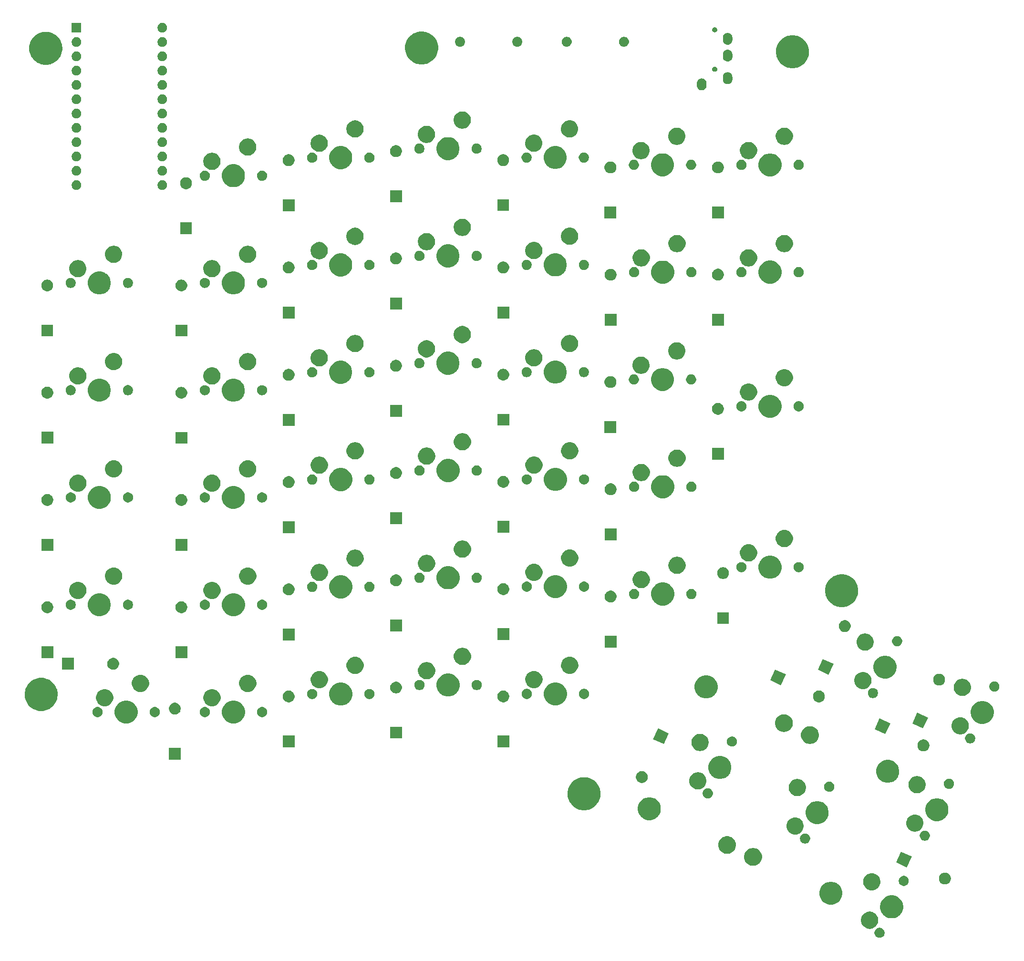
<source format=gbr>
G04 #@! TF.GenerationSoftware,KiCad,Pcbnew,(5.0.1)-3*
G04 #@! TF.CreationDate,2019-02-15T18:45:51-08:00*
G04 #@! TF.ProjectId,ErgoMaxLeft,4572676F4D61784C6566742E6B696361,rev?*
G04 #@! TF.SameCoordinates,Original*
G04 #@! TF.FileFunction,Soldermask,Top*
G04 #@! TF.FilePolarity,Negative*
%FSLAX46Y46*%
G04 Gerber Fmt 4.6, Leading zero omitted, Abs format (unit mm)*
G04 Created by KiCad (PCBNEW (5.0.1)-3) date 15/02/2019 18:45:51*
%MOMM*%
%LPD*%
G01*
G04 APERTURE LIST*
%ADD10C,0.100000*%
G04 APERTURE END LIST*
D10*
G36*
X263566862Y-197188856D02*
X263730834Y-197256776D01*
X263878404Y-197355379D01*
X264003903Y-197480878D01*
X264102506Y-197628448D01*
X264170426Y-197792420D01*
X264205050Y-197966491D01*
X264205050Y-198143973D01*
X264170426Y-198318044D01*
X264102506Y-198482016D01*
X264003903Y-198629586D01*
X263878404Y-198755085D01*
X263730834Y-198853688D01*
X263566862Y-198921608D01*
X263392791Y-198956232D01*
X263215309Y-198956232D01*
X263041238Y-198921608D01*
X262877266Y-198853688D01*
X262729696Y-198755085D01*
X262604197Y-198629586D01*
X262505594Y-198482016D01*
X262437674Y-198318044D01*
X262403050Y-198143973D01*
X262403050Y-197966491D01*
X262437674Y-197792420D01*
X262505594Y-197628448D01*
X262604197Y-197480878D01*
X262729696Y-197355379D01*
X262877266Y-197256776D01*
X263041238Y-197188856D01*
X263215309Y-197154232D01*
X263392791Y-197154232D01*
X263566862Y-197188856D01*
X263566862Y-197188856D01*
G37*
G36*
X261836462Y-194334092D02*
X261983872Y-194363413D01*
X262261586Y-194478446D01*
X262511523Y-194645448D01*
X262724076Y-194858001D01*
X262891078Y-195107938D01*
X263006111Y-195385652D01*
X263064754Y-195680472D01*
X263064754Y-195981068D01*
X263006111Y-196275888D01*
X262891078Y-196553602D01*
X262724076Y-196803539D01*
X262511523Y-197016092D01*
X262261586Y-197183094D01*
X261983872Y-197298127D01*
X261836462Y-197327448D01*
X261689053Y-197356770D01*
X261388455Y-197356770D01*
X261241046Y-197327448D01*
X261093636Y-197298127D01*
X260815922Y-197183094D01*
X260565985Y-197016092D01*
X260353432Y-196803539D01*
X260186430Y-196553602D01*
X260071397Y-196275888D01*
X260012754Y-195981068D01*
X260012754Y-195680472D01*
X260071397Y-195385652D01*
X260186430Y-195107938D01*
X260353432Y-194858001D01*
X260565985Y-194645448D01*
X260815922Y-194478446D01*
X261093636Y-194363413D01*
X261241046Y-194334092D01*
X261388455Y-194304770D01*
X261689053Y-194304770D01*
X261836462Y-194334092D01*
X261836462Y-194334092D01*
G37*
G36*
X266046312Y-191488535D02*
X266046314Y-191488536D01*
X266046315Y-191488536D01*
X266417770Y-191642397D01*
X266750561Y-191864762D01*
X266752073Y-191865772D01*
X267036367Y-192150066D01*
X267036369Y-192150069D01*
X267259742Y-192484369D01*
X267409936Y-192846971D01*
X267413604Y-192855827D01*
X267458136Y-193079704D01*
X267492041Y-193250158D01*
X267492041Y-193652218D01*
X267413603Y-194046552D01*
X267259742Y-194418007D01*
X267107770Y-194645448D01*
X267036367Y-194752310D01*
X266752073Y-195036604D01*
X266752070Y-195036606D01*
X266417770Y-195259979D01*
X266046315Y-195413840D01*
X266046314Y-195413840D01*
X266046312Y-195413841D01*
X265651982Y-195492278D01*
X265249920Y-195492278D01*
X264855590Y-195413841D01*
X264855588Y-195413840D01*
X264855587Y-195413840D01*
X264484132Y-195259979D01*
X264149832Y-195036606D01*
X264149829Y-195036604D01*
X263865535Y-194752310D01*
X263794132Y-194645448D01*
X263642160Y-194418007D01*
X263488299Y-194046552D01*
X263409861Y-193652218D01*
X263409861Y-193250158D01*
X263443766Y-193079704D01*
X263488298Y-192855827D01*
X263491966Y-192846971D01*
X263642160Y-192484369D01*
X263865533Y-192150069D01*
X263865535Y-192150066D01*
X264149829Y-191865772D01*
X264151341Y-191864762D01*
X264484132Y-191642397D01*
X264855587Y-191488536D01*
X264855588Y-191488536D01*
X264855590Y-191488535D01*
X265249920Y-191410098D01*
X265651982Y-191410098D01*
X266046312Y-191488535D01*
X266046312Y-191488535D01*
G37*
G36*
X255255906Y-189068488D02*
X255255908Y-189068489D01*
X255255909Y-189068489D01*
X255628057Y-189222637D01*
X255962982Y-189446427D01*
X256247811Y-189731256D01*
X256471601Y-190066181D01*
X256625749Y-190438329D01*
X256704334Y-190833399D01*
X256704334Y-191236209D01*
X256625749Y-191631279D01*
X256471601Y-192003427D01*
X256247811Y-192338352D01*
X255962982Y-192623181D01*
X255628057Y-192846971D01*
X255255909Y-193001119D01*
X255255908Y-193001119D01*
X255255906Y-193001120D01*
X254860840Y-193079704D01*
X254458028Y-193079704D01*
X254062962Y-193001120D01*
X254062960Y-193001119D01*
X254062959Y-193001119D01*
X253690811Y-192846971D01*
X253355886Y-192623181D01*
X253071057Y-192338352D01*
X252847267Y-192003427D01*
X252693119Y-191631279D01*
X252614534Y-191236209D01*
X252614534Y-190833399D01*
X252693119Y-190438329D01*
X252847267Y-190066181D01*
X253071057Y-189731256D01*
X253355886Y-189446427D01*
X253690811Y-189222637D01*
X254062959Y-189068489D01*
X254062960Y-189068489D01*
X254062962Y-189068488D01*
X254458028Y-188989904D01*
X254860840Y-188989904D01*
X255255906Y-189068488D01*
X255255906Y-189068488D01*
G37*
G36*
X262218066Y-187505587D02*
X262365476Y-187534908D01*
X262643190Y-187649941D01*
X262893127Y-187816943D01*
X263105680Y-188029496D01*
X263272682Y-188279433D01*
X263387715Y-188557147D01*
X263387715Y-188557148D01*
X263446358Y-188851966D01*
X263446358Y-189152564D01*
X263422218Y-189273926D01*
X263387715Y-189447383D01*
X263272682Y-189725097D01*
X263105680Y-189975034D01*
X262893127Y-190187587D01*
X262643190Y-190354589D01*
X262365476Y-190469622D01*
X262218066Y-190498943D01*
X262070657Y-190528265D01*
X261770059Y-190528265D01*
X261622650Y-190498943D01*
X261475240Y-190469622D01*
X261197526Y-190354589D01*
X260947589Y-190187587D01*
X260735036Y-189975034D01*
X260568034Y-189725097D01*
X260453001Y-189447383D01*
X260418498Y-189273926D01*
X260394358Y-189152564D01*
X260394358Y-188851966D01*
X260453001Y-188557148D01*
X260453001Y-188557147D01*
X260568034Y-188279433D01*
X260735036Y-188029496D01*
X260947589Y-187816943D01*
X261197526Y-187649941D01*
X261475240Y-187534908D01*
X261622650Y-187505586D01*
X261770059Y-187476265D01*
X262070657Y-187476265D01*
X262218066Y-187505587D01*
X262218066Y-187505587D01*
G37*
G36*
X267860664Y-187980768D02*
X268024636Y-188048688D01*
X268172206Y-188147291D01*
X268297705Y-188272790D01*
X268396308Y-188420360D01*
X268464228Y-188584332D01*
X268498852Y-188758403D01*
X268498852Y-188935885D01*
X268464228Y-189109956D01*
X268396308Y-189273928D01*
X268297705Y-189421498D01*
X268172206Y-189546997D01*
X268024636Y-189645600D01*
X267860664Y-189713520D01*
X267686593Y-189748144D01*
X267509111Y-189748144D01*
X267335040Y-189713520D01*
X267171068Y-189645600D01*
X267023498Y-189546997D01*
X266897999Y-189421498D01*
X266799396Y-189273928D01*
X266731476Y-189109956D01*
X266696852Y-188935885D01*
X266696852Y-188758403D01*
X266731476Y-188584332D01*
X266799396Y-188420360D01*
X266897999Y-188272790D01*
X267023498Y-188147291D01*
X267171068Y-188048688D01*
X267335040Y-187980768D01*
X267509111Y-187946144D01*
X267686593Y-187946144D01*
X267860664Y-187980768D01*
X267860664Y-187980768D01*
G37*
G36*
X275208876Y-187410502D02*
X275400145Y-187489728D01*
X275572287Y-187604750D01*
X275718674Y-187751137D01*
X275833696Y-187923279D01*
X275912922Y-188114548D01*
X275953311Y-188317597D01*
X275953311Y-188524629D01*
X275912922Y-188727678D01*
X275833696Y-188918947D01*
X275718674Y-189091089D01*
X275572287Y-189237476D01*
X275400145Y-189352498D01*
X275208876Y-189431724D01*
X275005827Y-189472113D01*
X274798795Y-189472113D01*
X274595746Y-189431724D01*
X274404477Y-189352498D01*
X274232335Y-189237476D01*
X274085948Y-189091089D01*
X273970926Y-188918947D01*
X273891700Y-188727678D01*
X273851311Y-188524629D01*
X273851311Y-188317597D01*
X273891700Y-188114548D01*
X273970926Y-187923279D01*
X274085948Y-187751137D01*
X274232335Y-187604750D01*
X274404477Y-187489728D01*
X274595746Y-187410502D01*
X274798795Y-187370113D01*
X275005827Y-187370113D01*
X275208876Y-187410502D01*
X275208876Y-187410502D01*
G37*
G36*
X269048551Y-184531809D02*
X268160207Y-186436869D01*
X266255147Y-185548525D01*
X267143491Y-183643465D01*
X269048551Y-184531809D01*
X269048551Y-184531809D01*
G37*
G36*
X241306714Y-183079628D02*
X241425440Y-183128806D01*
X241593344Y-183198354D01*
X241851310Y-183370721D01*
X242070684Y-183590095D01*
X242243051Y-183848061D01*
X242361777Y-184134692D01*
X242422303Y-184438977D01*
X242422303Y-184749227D01*
X242361777Y-185053512D01*
X242243051Y-185340143D01*
X242070684Y-185598109D01*
X241851310Y-185817483D01*
X241593344Y-185989850D01*
X241425440Y-186059398D01*
X241306714Y-186108576D01*
X241002428Y-186169102D01*
X240692178Y-186169102D01*
X240387892Y-186108576D01*
X240269166Y-186059398D01*
X240101262Y-185989850D01*
X239843296Y-185817483D01*
X239623922Y-185598109D01*
X239451555Y-185340143D01*
X239332829Y-185053512D01*
X239272303Y-184749227D01*
X239272303Y-184438977D01*
X239332829Y-184134692D01*
X239451555Y-183848061D01*
X239623922Y-183590095D01*
X239843296Y-183370721D01*
X240101262Y-183198354D01*
X240269166Y-183128806D01*
X240387892Y-183079628D01*
X240540036Y-183049365D01*
X240692178Y-183019102D01*
X241002428Y-183019102D01*
X241306714Y-183079628D01*
X241306714Y-183079628D01*
G37*
G36*
X236697190Y-180965425D02*
X236815916Y-181014603D01*
X236983820Y-181084151D01*
X237241786Y-181256518D01*
X237461160Y-181475892D01*
X237633527Y-181733858D01*
X237643284Y-181757414D01*
X237752253Y-182020488D01*
X237773855Y-182129088D01*
X237812779Y-182324774D01*
X237812779Y-182635024D01*
X237752253Y-182939309D01*
X237633527Y-183225940D01*
X237461160Y-183483906D01*
X237241786Y-183703280D01*
X236983820Y-183875647D01*
X236815916Y-183945195D01*
X236697190Y-183994373D01*
X236545046Y-184024636D01*
X236392904Y-184054899D01*
X236082654Y-184054899D01*
X235778368Y-183994373D01*
X235659642Y-183945195D01*
X235491738Y-183875647D01*
X235233772Y-183703280D01*
X235014398Y-183483906D01*
X234842031Y-183225940D01*
X234723305Y-182939309D01*
X234662779Y-182635024D01*
X234662779Y-182324774D01*
X234701703Y-182129088D01*
X234723305Y-182020488D01*
X234832274Y-181757414D01*
X234842031Y-181733858D01*
X235014398Y-181475892D01*
X235233772Y-181256518D01*
X235491738Y-181084151D01*
X235659642Y-181014603D01*
X235778368Y-180965425D01*
X236082654Y-180904899D01*
X236392904Y-180904899D01*
X236697190Y-180965425D01*
X236697190Y-180965425D01*
G37*
G36*
X250338991Y-180464256D02*
X250502963Y-180532176D01*
X250650533Y-180630779D01*
X250776032Y-180756278D01*
X250874635Y-180903848D01*
X250942555Y-181067820D01*
X250977179Y-181241891D01*
X250977179Y-181419373D01*
X250942555Y-181593444D01*
X250874635Y-181757416D01*
X250776032Y-181904986D01*
X250650533Y-182030485D01*
X250502963Y-182129088D01*
X250338991Y-182197008D01*
X250164920Y-182231632D01*
X249987438Y-182231632D01*
X249813367Y-182197008D01*
X249649395Y-182129088D01*
X249501825Y-182030485D01*
X249376326Y-181904986D01*
X249277723Y-181757416D01*
X249209803Y-181593444D01*
X249175179Y-181419373D01*
X249175179Y-181241891D01*
X249209803Y-181067820D01*
X249277723Y-180903848D01*
X249376326Y-180756278D01*
X249501825Y-180630779D01*
X249649395Y-180532176D01*
X249813367Y-180464256D01*
X249987438Y-180429632D01*
X250164920Y-180429632D01*
X250338991Y-180464256D01*
X250338991Y-180464256D01*
G37*
G36*
X271599716Y-179949224D02*
X271763688Y-180017144D01*
X271911258Y-180115747D01*
X272036757Y-180241246D01*
X272135360Y-180388816D01*
X272203280Y-180552788D01*
X272237904Y-180726859D01*
X272237904Y-180904341D01*
X272203280Y-181078412D01*
X272135360Y-181242384D01*
X272036757Y-181389954D01*
X271911258Y-181515453D01*
X271763688Y-181614056D01*
X271599716Y-181681976D01*
X271425645Y-181716600D01*
X271248163Y-181716600D01*
X271074092Y-181681976D01*
X270910120Y-181614056D01*
X270762550Y-181515453D01*
X270637051Y-181389954D01*
X270538448Y-181242384D01*
X270470528Y-181078412D01*
X270435904Y-180904341D01*
X270435904Y-180726859D01*
X270470528Y-180552788D01*
X270538448Y-180388816D01*
X270637051Y-180241246D01*
X270762550Y-180115747D01*
X270910120Y-180017144D01*
X271074092Y-179949224D01*
X271248163Y-179914600D01*
X271425645Y-179914600D01*
X271599716Y-179949224D01*
X271599716Y-179949224D01*
G37*
G36*
X248608591Y-177609491D02*
X248756001Y-177638813D01*
X249033715Y-177753846D01*
X249283652Y-177920848D01*
X249496205Y-178133401D01*
X249663207Y-178383338D01*
X249687025Y-178440840D01*
X249778240Y-178661053D01*
X249836883Y-178955871D01*
X249836883Y-179256469D01*
X249825445Y-179313970D01*
X249778240Y-179551288D01*
X249663207Y-179829002D01*
X249496205Y-180078939D01*
X249283652Y-180291492D01*
X249033715Y-180458494D01*
X248756001Y-180573527D01*
X248608591Y-180602849D01*
X248461182Y-180632170D01*
X248160584Y-180632170D01*
X248013175Y-180602848D01*
X247865765Y-180573527D01*
X247588051Y-180458494D01*
X247338114Y-180291492D01*
X247125561Y-180078939D01*
X246958559Y-179829002D01*
X246843526Y-179551288D01*
X246796321Y-179313970D01*
X246784883Y-179256469D01*
X246784883Y-178955871D01*
X246843526Y-178661053D01*
X246934741Y-178440840D01*
X246958559Y-178383338D01*
X247125561Y-178133401D01*
X247338114Y-177920848D01*
X247588051Y-177753846D01*
X247865765Y-177638813D01*
X248013175Y-177609491D01*
X248160584Y-177580170D01*
X248461182Y-177580170D01*
X248608591Y-177609491D01*
X248608591Y-177609491D01*
G37*
G36*
X269869316Y-177094460D02*
X270016726Y-177123781D01*
X270294440Y-177238814D01*
X270544377Y-177405816D01*
X270756930Y-177618369D01*
X270923932Y-177868306D01*
X270980765Y-178005513D01*
X271038965Y-178146021D01*
X271086171Y-178383339D01*
X271097608Y-178440840D01*
X271097608Y-178741436D01*
X271038965Y-179036256D01*
X270923932Y-179313970D01*
X270756930Y-179563907D01*
X270544377Y-179776460D01*
X270294440Y-179943462D01*
X270016726Y-180058495D01*
X269913946Y-180078939D01*
X269721907Y-180117138D01*
X269421309Y-180117138D01*
X269229270Y-180078939D01*
X269126490Y-180058495D01*
X268848776Y-179943462D01*
X268598839Y-179776460D01*
X268386286Y-179563907D01*
X268219284Y-179313970D01*
X268104251Y-179036256D01*
X268045608Y-178741436D01*
X268045608Y-178440840D01*
X268057046Y-178383339D01*
X268104251Y-178146021D01*
X268162451Y-178005513D01*
X268219284Y-177868306D01*
X268386286Y-177618369D01*
X268598839Y-177405816D01*
X268848776Y-177238814D01*
X269126490Y-177123781D01*
X269273900Y-177094460D01*
X269421309Y-177065138D01*
X269721907Y-177065138D01*
X269869316Y-177094460D01*
X269869316Y-177094460D01*
G37*
G36*
X252818441Y-174763935D02*
X252818443Y-174763936D01*
X252818444Y-174763936D01*
X253189899Y-174917797D01*
X253522690Y-175140162D01*
X253524202Y-175141172D01*
X253808496Y-175425466D01*
X253808498Y-175425469D01*
X254031871Y-175759769D01*
X254135737Y-176010525D01*
X254185733Y-176131227D01*
X254264170Y-176525557D01*
X254264170Y-176927619D01*
X254202270Y-177238814D01*
X254185732Y-177321952D01*
X254031871Y-177693407D01*
X253915006Y-177868307D01*
X253808496Y-178027710D01*
X253524202Y-178312004D01*
X253524199Y-178312006D01*
X253189899Y-178535379D01*
X252818444Y-178689240D01*
X252818443Y-178689240D01*
X252818441Y-178689241D01*
X252424111Y-178767678D01*
X252022049Y-178767678D01*
X251627719Y-178689241D01*
X251627717Y-178689240D01*
X251627716Y-178689240D01*
X251256261Y-178535379D01*
X250921961Y-178312006D01*
X250921958Y-178312004D01*
X250637664Y-178027710D01*
X250531154Y-177868307D01*
X250414289Y-177693407D01*
X250260428Y-177321952D01*
X250243891Y-177238814D01*
X250181990Y-176927619D01*
X250181990Y-176525557D01*
X250260427Y-176131227D01*
X250310423Y-176010525D01*
X250414289Y-175759769D01*
X250637662Y-175425469D01*
X250637664Y-175425466D01*
X250921958Y-175141172D01*
X250923470Y-175140162D01*
X251256261Y-174917797D01*
X251627716Y-174763936D01*
X251627717Y-174763936D01*
X251627719Y-174763935D01*
X252022049Y-174685498D01*
X252424111Y-174685498D01*
X252818441Y-174763935D01*
X252818441Y-174763935D01*
G37*
G36*
X274079166Y-174248903D02*
X274079168Y-174248904D01*
X274079169Y-174248904D01*
X274450624Y-174402765D01*
X274783415Y-174625130D01*
X274784927Y-174626140D01*
X275069221Y-174910434D01*
X275069223Y-174910437D01*
X275292596Y-175244737D01*
X275367457Y-175425469D01*
X275446458Y-175616195D01*
X275524895Y-176010525D01*
X275524895Y-176412587D01*
X275480521Y-176635673D01*
X275446457Y-176806920D01*
X275292596Y-177178375D01*
X275182766Y-177342746D01*
X275069221Y-177512678D01*
X274784927Y-177796972D01*
X274784924Y-177796974D01*
X274450624Y-178020347D01*
X274079169Y-178174208D01*
X274079168Y-178174208D01*
X274079166Y-178174209D01*
X273684836Y-178252646D01*
X273282774Y-178252646D01*
X272888444Y-178174209D01*
X272888442Y-178174208D01*
X272888441Y-178174208D01*
X272516986Y-178020347D01*
X272182686Y-177796974D01*
X272182683Y-177796972D01*
X271898389Y-177512678D01*
X271784844Y-177342746D01*
X271675014Y-177178375D01*
X271521153Y-176806920D01*
X271487090Y-176635673D01*
X271442715Y-176412587D01*
X271442715Y-176010525D01*
X271521152Y-175616195D01*
X271600153Y-175425469D01*
X271675014Y-175244737D01*
X271898387Y-174910437D01*
X271898389Y-174910434D01*
X272182683Y-174626140D01*
X272184195Y-174625130D01*
X272516986Y-174402765D01*
X272888441Y-174248904D01*
X272888442Y-174248904D01*
X272888444Y-174248903D01*
X273282774Y-174170466D01*
X273684836Y-174170466D01*
X274079166Y-174248903D01*
X274079166Y-174248903D01*
G37*
G36*
X223022120Y-174072882D02*
X223022122Y-174072883D01*
X223022123Y-174072883D01*
X223394271Y-174227031D01*
X223729196Y-174450821D01*
X224014025Y-174735650D01*
X224237815Y-175070575D01*
X224310391Y-175245790D01*
X224391964Y-175442726D01*
X224470548Y-175837792D01*
X224470548Y-176240604D01*
X224413867Y-176525558D01*
X224391963Y-176635673D01*
X224237815Y-177007821D01*
X224014025Y-177342746D01*
X223729196Y-177627575D01*
X223394271Y-177851365D01*
X223022123Y-178005513D01*
X223022122Y-178005513D01*
X223022120Y-178005514D01*
X222627054Y-178084098D01*
X222224242Y-178084098D01*
X221829176Y-178005514D01*
X221829174Y-178005513D01*
X221829173Y-178005513D01*
X221457025Y-177851365D01*
X221122100Y-177627575D01*
X220837271Y-177342746D01*
X220613481Y-177007821D01*
X220459333Y-176635673D01*
X220437430Y-176525558D01*
X220380748Y-176240604D01*
X220380748Y-175837792D01*
X220459332Y-175442726D01*
X220540905Y-175245790D01*
X220613481Y-175070575D01*
X220837271Y-174735650D01*
X221122100Y-174450821D01*
X221457025Y-174227031D01*
X221829173Y-174072883D01*
X221829174Y-174072883D01*
X221829176Y-174072882D01*
X222224242Y-173994298D01*
X222627054Y-173994298D01*
X223022120Y-174072882D01*
X223022120Y-174072882D01*
G37*
G36*
X211500403Y-170515305D02*
X211698481Y-170554705D01*
X211911334Y-170642872D01*
X212232379Y-170775853D01*
X212712880Y-171096913D01*
X213121504Y-171505537D01*
X213442564Y-171986038D01*
X213523680Y-172181869D01*
X213663712Y-172519936D01*
X213682144Y-172612599D01*
X213776452Y-173086719D01*
X213776452Y-173664611D01*
X213732254Y-173886809D01*
X213663712Y-174231394D01*
X213592727Y-174402766D01*
X213442564Y-174765292D01*
X213121504Y-175245793D01*
X212712880Y-175654417D01*
X212232379Y-175975477D01*
X211919629Y-176105022D01*
X211698481Y-176196625D01*
X211509553Y-176234205D01*
X211131698Y-176309365D01*
X210553806Y-176309365D01*
X210175951Y-176234205D01*
X209987023Y-176196625D01*
X209765875Y-176105022D01*
X209453125Y-175975477D01*
X208972624Y-175654417D01*
X208564000Y-175245793D01*
X208242940Y-174765292D01*
X208092777Y-174402766D01*
X208021792Y-174231394D01*
X207953250Y-173886809D01*
X207909052Y-173664611D01*
X207909052Y-173086719D01*
X208003360Y-172612599D01*
X208021792Y-172519936D01*
X208161824Y-172181869D01*
X208242940Y-171986038D01*
X208564000Y-171505537D01*
X208972624Y-171096913D01*
X209453125Y-170775853D01*
X209774170Y-170642872D01*
X209987023Y-170554705D01*
X210185101Y-170515305D01*
X210553806Y-170441965D01*
X211131698Y-170441965D01*
X211500403Y-170515305D01*
X211500403Y-170515305D01*
G37*
G36*
X233068347Y-172446076D02*
X233232319Y-172513996D01*
X233379889Y-172612599D01*
X233505388Y-172738098D01*
X233603991Y-172885668D01*
X233671911Y-173049640D01*
X233706535Y-173223711D01*
X233706535Y-173401193D01*
X233671911Y-173575264D01*
X233603991Y-173739236D01*
X233505388Y-173886806D01*
X233379889Y-174012305D01*
X233232319Y-174110908D01*
X233068347Y-174178828D01*
X232894276Y-174213452D01*
X232716794Y-174213452D01*
X232542723Y-174178828D01*
X232378751Y-174110908D01*
X232231181Y-174012305D01*
X232105682Y-173886806D01*
X232007079Y-173739236D01*
X231939159Y-173575264D01*
X231904535Y-173401193D01*
X231904535Y-173223711D01*
X231939159Y-173049640D01*
X232007079Y-172885668D01*
X232105682Y-172738098D01*
X232231181Y-172612599D01*
X232378751Y-172513996D01*
X232542723Y-172446076D01*
X232716794Y-172411452D01*
X232894276Y-172411452D01*
X233068347Y-172446076D01*
X233068347Y-172446076D01*
G37*
G36*
X248964387Y-170775853D02*
X249137605Y-170810308D01*
X249415319Y-170925341D01*
X249665256Y-171092343D01*
X249877809Y-171304896D01*
X250044811Y-171554833D01*
X250150845Y-171810822D01*
X250159844Y-171832548D01*
X250218487Y-172127366D01*
X250218487Y-172427964D01*
X250207049Y-172485465D01*
X250159844Y-172722783D01*
X250044811Y-173000497D01*
X249877809Y-173250434D01*
X249665256Y-173462987D01*
X249415319Y-173629989D01*
X249137605Y-173745022D01*
X248990195Y-173774344D01*
X248842786Y-173803665D01*
X248542188Y-173803665D01*
X248394779Y-173774343D01*
X248247369Y-173745022D01*
X247969655Y-173629989D01*
X247719718Y-173462987D01*
X247507165Y-173250434D01*
X247340163Y-173000497D01*
X247225130Y-172722783D01*
X247177925Y-172485465D01*
X247166487Y-172427964D01*
X247166487Y-172127366D01*
X247225130Y-171832548D01*
X247234129Y-171810822D01*
X247340163Y-171554833D01*
X247507165Y-171304896D01*
X247719718Y-171092343D01*
X247969655Y-170925341D01*
X248247369Y-170810308D01*
X248420587Y-170775853D01*
X248542188Y-170751665D01*
X248842786Y-170751665D01*
X248964387Y-170775853D01*
X248964387Y-170775853D01*
G37*
G36*
X270250920Y-170265955D02*
X270398330Y-170295276D01*
X270676044Y-170410309D01*
X270925981Y-170577311D01*
X271138534Y-170789864D01*
X271305536Y-171039801D01*
X271415341Y-171304894D01*
X271420569Y-171317516D01*
X271467775Y-171554834D01*
X271479212Y-171612335D01*
X271479212Y-171912931D01*
X271420569Y-172207751D01*
X271305536Y-172485465D01*
X271138534Y-172735402D01*
X270925981Y-172947955D01*
X270676044Y-173114957D01*
X270398330Y-173229990D01*
X270295550Y-173250434D01*
X270103511Y-173288633D01*
X269802913Y-173288633D01*
X269610874Y-173250434D01*
X269508094Y-173229990D01*
X269230380Y-173114957D01*
X268980443Y-172947955D01*
X268767890Y-172735402D01*
X268600888Y-172485465D01*
X268485855Y-172207751D01*
X268427212Y-171912931D01*
X268427212Y-171612335D01*
X268438650Y-171554834D01*
X268485855Y-171317516D01*
X268491083Y-171304894D01*
X268600888Y-171039801D01*
X268767890Y-170789864D01*
X268980443Y-170577311D01*
X269230380Y-170410309D01*
X269508094Y-170295276D01*
X269655504Y-170265955D01*
X269802913Y-170236633D01*
X270103511Y-170236633D01*
X270250920Y-170265955D01*
X270250920Y-170265955D01*
G37*
G36*
X254632793Y-171256168D02*
X254796765Y-171324088D01*
X254944335Y-171422691D01*
X255069834Y-171548190D01*
X255168437Y-171695760D01*
X255236357Y-171859732D01*
X255270981Y-172033803D01*
X255270981Y-172211285D01*
X255236357Y-172385356D01*
X255168437Y-172549328D01*
X255069834Y-172696898D01*
X254944335Y-172822397D01*
X254796765Y-172921000D01*
X254632793Y-172988920D01*
X254458722Y-173023544D01*
X254281240Y-173023544D01*
X254107169Y-172988920D01*
X253943197Y-172921000D01*
X253795627Y-172822397D01*
X253670128Y-172696898D01*
X253571525Y-172549328D01*
X253503605Y-172385356D01*
X253468981Y-172211285D01*
X253468981Y-172033803D01*
X253503605Y-171859732D01*
X253571525Y-171695760D01*
X253670128Y-171548190D01*
X253795627Y-171422691D01*
X253943197Y-171324088D01*
X254107169Y-171256168D01*
X254281240Y-171221544D01*
X254458722Y-171221544D01*
X254632793Y-171256168D01*
X254632793Y-171256168D01*
G37*
G36*
X231337947Y-169591312D02*
X231485357Y-169620633D01*
X231763071Y-169735666D01*
X232013008Y-169902668D01*
X232225561Y-170115221D01*
X232392563Y-170365158D01*
X232480441Y-170577314D01*
X232507596Y-170642873D01*
X232566239Y-170937691D01*
X232566239Y-171238289D01*
X232541609Y-171362113D01*
X232507596Y-171533108D01*
X232392563Y-171810822D01*
X232225561Y-172060759D01*
X232013008Y-172273312D01*
X231763071Y-172440314D01*
X231485357Y-172555347D01*
X231337947Y-172584669D01*
X231190538Y-172613990D01*
X230889940Y-172613990D01*
X230742531Y-172584669D01*
X230595121Y-172555347D01*
X230317407Y-172440314D01*
X230067470Y-172273312D01*
X229854917Y-172060759D01*
X229687915Y-171810822D01*
X229572882Y-171533108D01*
X229538869Y-171362113D01*
X229514239Y-171238289D01*
X229514239Y-170937691D01*
X229572882Y-170642873D01*
X229600037Y-170577314D01*
X229687915Y-170365158D01*
X229854917Y-170115221D01*
X230067470Y-169902668D01*
X230317407Y-169735666D01*
X230595121Y-169620633D01*
X230742531Y-169591312D01*
X230889940Y-169561990D01*
X231190538Y-169561990D01*
X231337947Y-169591312D01*
X231337947Y-169591312D01*
G37*
G36*
X275893518Y-170741136D02*
X276057490Y-170809056D01*
X276205060Y-170907659D01*
X276330559Y-171033158D01*
X276429162Y-171180728D01*
X276497082Y-171344700D01*
X276531706Y-171518771D01*
X276531706Y-171696253D01*
X276497082Y-171870324D01*
X276429162Y-172034296D01*
X276330559Y-172181866D01*
X276205060Y-172307365D01*
X276057490Y-172405968D01*
X275893518Y-172473888D01*
X275719447Y-172508512D01*
X275541965Y-172508512D01*
X275367894Y-172473888D01*
X275203922Y-172405968D01*
X275056352Y-172307365D01*
X274930853Y-172181866D01*
X274832250Y-172034296D01*
X274764330Y-171870324D01*
X274729706Y-171696253D01*
X274729706Y-171518771D01*
X274764330Y-171344700D01*
X274832250Y-171180728D01*
X274930853Y-171033158D01*
X275056352Y-170907659D01*
X275203922Y-170809056D01*
X275367894Y-170741136D01*
X275541965Y-170706512D01*
X275719447Y-170706512D01*
X275893518Y-170741136D01*
X275893518Y-170741136D01*
G37*
G36*
X221422352Y-169401180D02*
X221613621Y-169480406D01*
X221785763Y-169595428D01*
X221932150Y-169741815D01*
X222047172Y-169913957D01*
X222126398Y-170105226D01*
X222166787Y-170308275D01*
X222166787Y-170515307D01*
X222126398Y-170718356D01*
X222047172Y-170909625D01*
X221932150Y-171081767D01*
X221785763Y-171228154D01*
X221613621Y-171343176D01*
X221422352Y-171422402D01*
X221219303Y-171462791D01*
X221012271Y-171462791D01*
X220809222Y-171422402D01*
X220617953Y-171343176D01*
X220445811Y-171228154D01*
X220299424Y-171081767D01*
X220184402Y-170909625D01*
X220105176Y-170718356D01*
X220064787Y-170515307D01*
X220064787Y-170308275D01*
X220105176Y-170105226D01*
X220184402Y-169913957D01*
X220299424Y-169741815D01*
X220445811Y-169595428D01*
X220617953Y-169480406D01*
X220809222Y-169401180D01*
X221012271Y-169360791D01*
X221219303Y-169360791D01*
X221422352Y-169401180D01*
X221422352Y-169401180D01*
G37*
G36*
X265346340Y-167429482D02*
X265346342Y-167429483D01*
X265346343Y-167429483D01*
X265718491Y-167583631D01*
X266053416Y-167807421D01*
X266338245Y-168092250D01*
X266562035Y-168427175D01*
X266716183Y-168799323D01*
X266716184Y-168799326D01*
X266794768Y-169194392D01*
X266794768Y-169597204D01*
X266731762Y-169913957D01*
X266716183Y-169992273D01*
X266562035Y-170364421D01*
X266338245Y-170699346D01*
X266053416Y-170984175D01*
X265718491Y-171207965D01*
X265346343Y-171362113D01*
X265346342Y-171362113D01*
X265346340Y-171362114D01*
X264951274Y-171440698D01*
X264548462Y-171440698D01*
X264153396Y-171362114D01*
X264153394Y-171362113D01*
X264153393Y-171362113D01*
X263781245Y-171207965D01*
X263446320Y-170984175D01*
X263161491Y-170699346D01*
X262937701Y-170364421D01*
X262783553Y-169992273D01*
X262767975Y-169913957D01*
X262704968Y-169597204D01*
X262704968Y-169194392D01*
X262783552Y-168799326D01*
X262783553Y-168799323D01*
X262937701Y-168427175D01*
X263161491Y-168092250D01*
X263446320Y-167807421D01*
X263781245Y-167583631D01*
X264153393Y-167429483D01*
X264153394Y-167429483D01*
X264153396Y-167429482D01*
X264548462Y-167350898D01*
X264951274Y-167350898D01*
X265346340Y-167429482D01*
X265346340Y-167429482D01*
G37*
G36*
X235547797Y-166745755D02*
X235547799Y-166745756D01*
X235547800Y-166745756D01*
X235919255Y-166899617D01*
X236252046Y-167121982D01*
X236253558Y-167122992D01*
X236537852Y-167407286D01*
X236537854Y-167407289D01*
X236761227Y-167741589D01*
X236906474Y-168092248D01*
X236915089Y-168113047D01*
X236977573Y-168427175D01*
X236993526Y-168507378D01*
X236993526Y-168909438D01*
X236915088Y-169303772D01*
X236761227Y-169675227D01*
X236601712Y-169913957D01*
X236537852Y-170009530D01*
X236253558Y-170293824D01*
X236253555Y-170293826D01*
X235919255Y-170517199D01*
X235547800Y-170671060D01*
X235547799Y-170671060D01*
X235547797Y-170671061D01*
X235153467Y-170749498D01*
X234751405Y-170749498D01*
X234357075Y-170671061D01*
X234357073Y-170671060D01*
X234357072Y-170671060D01*
X233985617Y-170517199D01*
X233651317Y-170293826D01*
X233651314Y-170293824D01*
X233367020Y-170009530D01*
X233303160Y-169913957D01*
X233143645Y-169675227D01*
X232989784Y-169303772D01*
X232911346Y-168909438D01*
X232911346Y-168507378D01*
X232927299Y-168427175D01*
X232989783Y-168113047D01*
X232998398Y-168092248D01*
X233143645Y-167741589D01*
X233367018Y-167407289D01*
X233367020Y-167407286D01*
X233651314Y-167122992D01*
X233652826Y-167121982D01*
X233985617Y-166899617D01*
X234357072Y-166745756D01*
X234357073Y-166745756D01*
X234357075Y-166745755D01*
X234751405Y-166667318D01*
X235153467Y-166667318D01*
X235547797Y-166745755D01*
X235547797Y-166745755D01*
G37*
G36*
X139252400Y-167306200D02*
X137150400Y-167306200D01*
X137150400Y-165204200D01*
X139252400Y-165204200D01*
X139252400Y-167306200D01*
X139252400Y-167306200D01*
G37*
G36*
X271398876Y-163780882D02*
X271590145Y-163860108D01*
X271762287Y-163975130D01*
X271908674Y-164121517D01*
X272023696Y-164293659D01*
X272102922Y-164484928D01*
X272143311Y-164687977D01*
X272143311Y-164895009D01*
X272102922Y-165098058D01*
X272023696Y-165289327D01*
X271908674Y-165461469D01*
X271762287Y-165607856D01*
X271590145Y-165722878D01*
X271398876Y-165802104D01*
X271195827Y-165842493D01*
X270988795Y-165842493D01*
X270785746Y-165802104D01*
X270594477Y-165722878D01*
X270422335Y-165607856D01*
X270275948Y-165461469D01*
X270160926Y-165289327D01*
X270081700Y-165098058D01*
X270041311Y-164895009D01*
X270041311Y-164687977D01*
X270081700Y-164484928D01*
X270160926Y-164293659D01*
X270275948Y-164121517D01*
X270422335Y-163975130D01*
X270594477Y-163860108D01*
X270785746Y-163780882D01*
X270988795Y-163740493D01*
X271195827Y-163740493D01*
X271398876Y-163780882D01*
X271398876Y-163780882D01*
G37*
G36*
X231719551Y-162762807D02*
X231866961Y-162792128D01*
X232144675Y-162907161D01*
X232394612Y-163074163D01*
X232607165Y-163286716D01*
X232774167Y-163536653D01*
X232889200Y-163814367D01*
X232917989Y-163959101D01*
X232947843Y-164109186D01*
X232947843Y-164409784D01*
X232932896Y-164484928D01*
X232889200Y-164704603D01*
X232774167Y-164982317D01*
X232607165Y-165232254D01*
X232394612Y-165444807D01*
X232144675Y-165611809D01*
X231866961Y-165726842D01*
X231719551Y-165756163D01*
X231572142Y-165785485D01*
X231271544Y-165785485D01*
X231124135Y-165756163D01*
X230976725Y-165726842D01*
X230699011Y-165611809D01*
X230449074Y-165444807D01*
X230236521Y-165232254D01*
X230069519Y-164982317D01*
X229954486Y-164704603D01*
X229910790Y-164484928D01*
X229895843Y-164409784D01*
X229895843Y-164109186D01*
X229925697Y-163959101D01*
X229954486Y-163814367D01*
X230069519Y-163536653D01*
X230236521Y-163286716D01*
X230449074Y-163074163D01*
X230699011Y-162907161D01*
X230976725Y-162792128D01*
X231124135Y-162762807D01*
X231271544Y-162733485D01*
X231572142Y-162733485D01*
X231719551Y-162762807D01*
X231719551Y-162762807D01*
G37*
G36*
X159474961Y-165166005D02*
X157372961Y-165166005D01*
X157372961Y-163064005D01*
X159474961Y-163064005D01*
X159474961Y-165166005D01*
X159474961Y-165166005D01*
G37*
G36*
X197574961Y-165146005D02*
X195472961Y-165146005D01*
X195472961Y-163044005D01*
X197574961Y-163044005D01*
X197574961Y-165146005D01*
X197574961Y-165146005D01*
G37*
G36*
X237362149Y-163237988D02*
X237526121Y-163305908D01*
X237673691Y-163404511D01*
X237799190Y-163530010D01*
X237897793Y-163677580D01*
X237965713Y-163841552D01*
X238000337Y-164015623D01*
X238000337Y-164193105D01*
X237965713Y-164367176D01*
X237897793Y-164531148D01*
X237799190Y-164678718D01*
X237673691Y-164804217D01*
X237526121Y-164902820D01*
X237362149Y-164970740D01*
X237188078Y-165005364D01*
X237010596Y-165005364D01*
X236836525Y-164970740D01*
X236672553Y-164902820D01*
X236524983Y-164804217D01*
X236399484Y-164678718D01*
X236300881Y-164531148D01*
X236232961Y-164367176D01*
X236198337Y-164193105D01*
X236198337Y-164015623D01*
X236232961Y-163841552D01*
X236300881Y-163677580D01*
X236399484Y-163530010D01*
X236524983Y-163404511D01*
X236672553Y-163305908D01*
X236836525Y-163237988D01*
X237010596Y-163203364D01*
X237188078Y-163203364D01*
X237362149Y-163237988D01*
X237362149Y-163237988D01*
G37*
G36*
X225893435Y-162652971D02*
X225005091Y-164558031D01*
X223100031Y-163669687D01*
X223988375Y-161764627D01*
X225893435Y-162652971D01*
X225893435Y-162652971D01*
G37*
G36*
X251397148Y-161440623D02*
X251515874Y-161489801D01*
X251683778Y-161559349D01*
X251941744Y-161731716D01*
X252161118Y-161951090D01*
X252333485Y-162209056D01*
X252394089Y-162355368D01*
X252452211Y-162495686D01*
X252512737Y-162799973D01*
X252512737Y-163110221D01*
X252454200Y-163404511D01*
X252452211Y-163414507D01*
X252333485Y-163701138D01*
X252161118Y-163959104D01*
X251941744Y-164178478D01*
X251683778Y-164350845D01*
X251515874Y-164420393D01*
X251397148Y-164469571D01*
X251245004Y-164499834D01*
X251092862Y-164530097D01*
X250782612Y-164530097D01*
X250630470Y-164499834D01*
X250478326Y-164469571D01*
X250359600Y-164420393D01*
X250191696Y-164350845D01*
X249933730Y-164178478D01*
X249714356Y-163959104D01*
X249541989Y-163701138D01*
X249423263Y-163414507D01*
X249421275Y-163404511D01*
X249362737Y-163110221D01*
X249362737Y-162799973D01*
X249423263Y-162495686D01*
X249481385Y-162355368D01*
X249541989Y-162209056D01*
X249714356Y-161951090D01*
X249933730Y-161731716D01*
X250191696Y-161559349D01*
X250359600Y-161489801D01*
X250478326Y-161440623D01*
X250782612Y-161380097D01*
X251092862Y-161380097D01*
X251397148Y-161440623D01*
X251397148Y-161440623D01*
G37*
G36*
X279650593Y-162684061D02*
X279814565Y-162751981D01*
X279962135Y-162850584D01*
X280087634Y-162976083D01*
X280186237Y-163123653D01*
X280254157Y-163287625D01*
X280288781Y-163461696D01*
X280288781Y-163639178D01*
X280254157Y-163813249D01*
X280186237Y-163977221D01*
X280087634Y-164124791D01*
X279962135Y-164250290D01*
X279814565Y-164348893D01*
X279650593Y-164416813D01*
X279476522Y-164451437D01*
X279299040Y-164451437D01*
X279124969Y-164416813D01*
X278960997Y-164348893D01*
X278813427Y-164250290D01*
X278687928Y-164124791D01*
X278589325Y-163977221D01*
X278521405Y-163813249D01*
X278486781Y-163639178D01*
X278486781Y-163461696D01*
X278521405Y-163287625D01*
X278589325Y-163123653D01*
X278687928Y-162976083D01*
X278813427Y-162850584D01*
X278960997Y-162751981D01*
X279124969Y-162684061D01*
X279299040Y-162649437D01*
X279476522Y-162649437D01*
X279650593Y-162684061D01*
X279650593Y-162684061D01*
G37*
G36*
X178524961Y-163566005D02*
X176422961Y-163566005D01*
X176422961Y-161464005D01*
X178524961Y-161464005D01*
X178524961Y-163566005D01*
X178524961Y-163566005D01*
G37*
G36*
X277920193Y-159829296D02*
X278067603Y-159858618D01*
X278345317Y-159973651D01*
X278595254Y-160140653D01*
X278807807Y-160353206D01*
X278974809Y-160603143D01*
X279089842Y-160880857D01*
X279148485Y-161175677D01*
X279148485Y-161476273D01*
X279089842Y-161771093D01*
X278974809Y-162048807D01*
X278807807Y-162298744D01*
X278595254Y-162511297D01*
X278345317Y-162678299D01*
X278067603Y-162793332D01*
X277997642Y-162807248D01*
X277772784Y-162851975D01*
X277472186Y-162851975D01*
X277247328Y-162807248D01*
X277177367Y-162793332D01*
X276899653Y-162678299D01*
X276649716Y-162511297D01*
X276437163Y-162298744D01*
X276270161Y-162048807D01*
X276155128Y-161771093D01*
X276096485Y-161476273D01*
X276096485Y-161175677D01*
X276155128Y-160880857D01*
X276270161Y-160603143D01*
X276437163Y-160353206D01*
X276649716Y-160140653D01*
X276899653Y-159973651D01*
X277177367Y-159858618D01*
X277324777Y-159829296D01*
X277472186Y-159799975D01*
X277772784Y-159799975D01*
X277920193Y-159829296D01*
X277920193Y-159829296D01*
G37*
G36*
X265238551Y-160902189D02*
X264350207Y-162807249D01*
X262445147Y-161918905D01*
X263333491Y-160013845D01*
X265238551Y-160902189D01*
X265238551Y-160902189D01*
G37*
G36*
X246787624Y-159326420D02*
X246906350Y-159375598D01*
X247074254Y-159445146D01*
X247332220Y-159617513D01*
X247551594Y-159836887D01*
X247723961Y-160094853D01*
X247842687Y-160381484D01*
X247903213Y-160685769D01*
X247903213Y-160996019D01*
X247842687Y-161300304D01*
X247723961Y-161586935D01*
X247551594Y-161844901D01*
X247332220Y-162064275D01*
X247074254Y-162236642D01*
X246924326Y-162298744D01*
X246787624Y-162355368D01*
X246635480Y-162385631D01*
X246483338Y-162415894D01*
X246173088Y-162415894D01*
X246020946Y-162385631D01*
X245868802Y-162355368D01*
X245732100Y-162298744D01*
X245582172Y-162236642D01*
X245324206Y-162064275D01*
X245104832Y-161844901D01*
X244932465Y-161586935D01*
X244813739Y-161300304D01*
X244753213Y-160996019D01*
X244753213Y-160685769D01*
X244813739Y-160381484D01*
X244932465Y-160094853D01*
X245104832Y-159836887D01*
X245324206Y-159617513D01*
X245582172Y-159445146D01*
X245750076Y-159375598D01*
X245868802Y-159326420D01*
X246173088Y-159265894D01*
X246483338Y-159265894D01*
X246787624Y-159326420D01*
X246787624Y-159326420D01*
G37*
G36*
X271892629Y-159865353D02*
X271004285Y-161770413D01*
X269099225Y-160882069D01*
X269987569Y-158977009D01*
X271892629Y-159865353D01*
X271892629Y-159865353D01*
G37*
G36*
X282130043Y-156983740D02*
X282130045Y-156983741D01*
X282130046Y-156983741D01*
X282501501Y-157137602D01*
X282677821Y-157255416D01*
X282835804Y-157360977D01*
X283120098Y-157645271D01*
X283120100Y-157645274D01*
X283343473Y-157979574D01*
X283497334Y-158351029D01*
X283497335Y-158351032D01*
X283575772Y-158745362D01*
X283575772Y-159147424D01*
X283540168Y-159326420D01*
X283497334Y-159541757D01*
X283343473Y-159913212D01*
X283191501Y-160140653D01*
X283120098Y-160247515D01*
X282835804Y-160531809D01*
X282835801Y-160531811D01*
X282501501Y-160755184D01*
X282130046Y-160909045D01*
X282130045Y-160909045D01*
X282130043Y-160909046D01*
X281735713Y-160987483D01*
X281333651Y-160987483D01*
X280939321Y-160909046D01*
X280939319Y-160909045D01*
X280939318Y-160909045D01*
X280567863Y-160755184D01*
X280233563Y-160531811D01*
X280233560Y-160531809D01*
X279949266Y-160247515D01*
X279877863Y-160140653D01*
X279725891Y-159913212D01*
X279572030Y-159541757D01*
X279529197Y-159326420D01*
X279493592Y-159147424D01*
X279493592Y-158745362D01*
X279572029Y-158351032D01*
X279572030Y-158351029D01*
X279725891Y-157979574D01*
X279949264Y-157645274D01*
X279949266Y-157645271D01*
X280233560Y-157360977D01*
X280391543Y-157255416D01*
X280567863Y-157137602D01*
X280939318Y-156983741D01*
X280939319Y-156983741D01*
X280939321Y-156983740D01*
X281333651Y-156905303D01*
X281735713Y-156905303D01*
X282130043Y-156983740D01*
X282130043Y-156983740D01*
G37*
G36*
X130155361Y-156907347D02*
X130155363Y-156907348D01*
X130155364Y-156907348D01*
X130526819Y-157061209D01*
X130740819Y-157204200D01*
X130861122Y-157284584D01*
X131145416Y-157568878D01*
X131145418Y-157568881D01*
X131368791Y-157903181D01*
X131522652Y-158274636D01*
X131522653Y-158274639D01*
X131601090Y-158668969D01*
X131601090Y-159071031D01*
X131526674Y-159445147D01*
X131522652Y-159465364D01*
X131368791Y-159836819D01*
X131165775Y-160140653D01*
X131145416Y-160171122D01*
X130861122Y-160455416D01*
X130861119Y-160455418D01*
X130526819Y-160678791D01*
X130155364Y-160832652D01*
X130155363Y-160832652D01*
X130155361Y-160832653D01*
X129761031Y-160911090D01*
X129358969Y-160911090D01*
X128964639Y-160832653D01*
X128964637Y-160832652D01*
X128964636Y-160832652D01*
X128593181Y-160678791D01*
X128258881Y-160455418D01*
X128258878Y-160455416D01*
X127974584Y-160171122D01*
X127954225Y-160140653D01*
X127751209Y-159836819D01*
X127597348Y-159465364D01*
X127593327Y-159445147D01*
X127518910Y-159071031D01*
X127518910Y-158668969D01*
X127597347Y-158274639D01*
X127597348Y-158274636D01*
X127751209Y-157903181D01*
X127974582Y-157568881D01*
X127974584Y-157568878D01*
X128258878Y-157284584D01*
X128379181Y-157204200D01*
X128593181Y-157061209D01*
X128964636Y-156907348D01*
X128964637Y-156907348D01*
X128964639Y-156907347D01*
X129358969Y-156828910D01*
X129761031Y-156828910D01*
X130155361Y-156907347D01*
X130155361Y-156907347D01*
G37*
G36*
X149205361Y-156907347D02*
X149205363Y-156907348D01*
X149205364Y-156907348D01*
X149576819Y-157061209D01*
X149790819Y-157204200D01*
X149911122Y-157284584D01*
X150195416Y-157568878D01*
X150195418Y-157568881D01*
X150418791Y-157903181D01*
X150572652Y-158274636D01*
X150572653Y-158274639D01*
X150651090Y-158668969D01*
X150651090Y-159071031D01*
X150576674Y-159445147D01*
X150572652Y-159465364D01*
X150418791Y-159836819D01*
X150215775Y-160140653D01*
X150195416Y-160171122D01*
X149911122Y-160455416D01*
X149911119Y-160455418D01*
X149576819Y-160678791D01*
X149205364Y-160832652D01*
X149205363Y-160832652D01*
X149205361Y-160832653D01*
X148811031Y-160911090D01*
X148408969Y-160911090D01*
X148014639Y-160832653D01*
X148014637Y-160832652D01*
X148014636Y-160832652D01*
X147643181Y-160678791D01*
X147308881Y-160455418D01*
X147308878Y-160455416D01*
X147024584Y-160171122D01*
X147004225Y-160140653D01*
X146801209Y-159836819D01*
X146647348Y-159465364D01*
X146643327Y-159445147D01*
X146568910Y-159071031D01*
X146568910Y-158668969D01*
X146647347Y-158274639D01*
X146647348Y-158274636D01*
X146801209Y-157903181D01*
X147024582Y-157568881D01*
X147024584Y-157568878D01*
X147308878Y-157284584D01*
X147429181Y-157204200D01*
X147643181Y-157061209D01*
X148014636Y-156907348D01*
X148014637Y-156907348D01*
X148014639Y-156907347D01*
X148408969Y-156828910D01*
X148811031Y-156828910D01*
X149205361Y-156907347D01*
X149205361Y-156907347D01*
G37*
G36*
X153952812Y-158003624D02*
X154116784Y-158071544D01*
X154264354Y-158170147D01*
X154389853Y-158295646D01*
X154488456Y-158443216D01*
X154556376Y-158607188D01*
X154591000Y-158781259D01*
X154591000Y-158958741D01*
X154556376Y-159132812D01*
X154488456Y-159296784D01*
X154389853Y-159444354D01*
X154264354Y-159569853D01*
X154116784Y-159668456D01*
X153952812Y-159736376D01*
X153778741Y-159771000D01*
X153601259Y-159771000D01*
X153427188Y-159736376D01*
X153263216Y-159668456D01*
X153115646Y-159569853D01*
X152990147Y-159444354D01*
X152891544Y-159296784D01*
X152823624Y-159132812D01*
X152789000Y-158958741D01*
X152789000Y-158781259D01*
X152823624Y-158607188D01*
X152891544Y-158443216D01*
X152990147Y-158295646D01*
X153115646Y-158170147D01*
X153263216Y-158071544D01*
X153427188Y-158003624D01*
X153601259Y-157969000D01*
X153778741Y-157969000D01*
X153952812Y-158003624D01*
X153952812Y-158003624D01*
G37*
G36*
X134902812Y-158003624D02*
X135066784Y-158071544D01*
X135214354Y-158170147D01*
X135339853Y-158295646D01*
X135438456Y-158443216D01*
X135506376Y-158607188D01*
X135541000Y-158781259D01*
X135541000Y-158958741D01*
X135506376Y-159132812D01*
X135438456Y-159296784D01*
X135339853Y-159444354D01*
X135214354Y-159569853D01*
X135066784Y-159668456D01*
X134902812Y-159736376D01*
X134728741Y-159771000D01*
X134551259Y-159771000D01*
X134377188Y-159736376D01*
X134213216Y-159668456D01*
X134065646Y-159569853D01*
X133940147Y-159444354D01*
X133841544Y-159296784D01*
X133773624Y-159132812D01*
X133739000Y-158958741D01*
X133739000Y-158781259D01*
X133773624Y-158607188D01*
X133841544Y-158443216D01*
X133940147Y-158295646D01*
X134065646Y-158170147D01*
X134213216Y-158071544D01*
X134377188Y-158003624D01*
X134551259Y-157969000D01*
X134728741Y-157969000D01*
X134902812Y-158003624D01*
X134902812Y-158003624D01*
G37*
G36*
X143792812Y-158003624D02*
X143956784Y-158071544D01*
X144104354Y-158170147D01*
X144229853Y-158295646D01*
X144328456Y-158443216D01*
X144396376Y-158607188D01*
X144431000Y-158781259D01*
X144431000Y-158958741D01*
X144396376Y-159132812D01*
X144328456Y-159296784D01*
X144229853Y-159444354D01*
X144104354Y-159569853D01*
X143956784Y-159668456D01*
X143792812Y-159736376D01*
X143618741Y-159771000D01*
X143441259Y-159771000D01*
X143267188Y-159736376D01*
X143103216Y-159668456D01*
X142955646Y-159569853D01*
X142830147Y-159444354D01*
X142731544Y-159296784D01*
X142663624Y-159132812D01*
X142629000Y-158958741D01*
X142629000Y-158781259D01*
X142663624Y-158607188D01*
X142731544Y-158443216D01*
X142830147Y-158295646D01*
X142955646Y-158170147D01*
X143103216Y-158071544D01*
X143267188Y-158003624D01*
X143441259Y-157969000D01*
X143618741Y-157969000D01*
X143792812Y-158003624D01*
X143792812Y-158003624D01*
G37*
G36*
X124742812Y-158003624D02*
X124906784Y-158071544D01*
X125054354Y-158170147D01*
X125179853Y-158295646D01*
X125278456Y-158443216D01*
X125346376Y-158607188D01*
X125381000Y-158781259D01*
X125381000Y-158958741D01*
X125346376Y-159132812D01*
X125278456Y-159296784D01*
X125179853Y-159444354D01*
X125054354Y-159569853D01*
X124906784Y-159668456D01*
X124742812Y-159736376D01*
X124568741Y-159771000D01*
X124391259Y-159771000D01*
X124217188Y-159736376D01*
X124053216Y-159668456D01*
X123905646Y-159569853D01*
X123780147Y-159444354D01*
X123681544Y-159296784D01*
X123613624Y-159132812D01*
X123579000Y-158958741D01*
X123579000Y-158781259D01*
X123613624Y-158607188D01*
X123681544Y-158443216D01*
X123780147Y-158295646D01*
X123905646Y-158170147D01*
X124053216Y-158071544D01*
X124217188Y-158003624D01*
X124391259Y-157969000D01*
X124568741Y-157969000D01*
X124742812Y-158003624D01*
X124742812Y-158003624D01*
G37*
G36*
X138507965Y-157244589D02*
X138699234Y-157323815D01*
X138871376Y-157438837D01*
X139017763Y-157585224D01*
X139132785Y-157757366D01*
X139212011Y-157948635D01*
X139252400Y-158151684D01*
X139252400Y-158358716D01*
X139212011Y-158561765D01*
X139132785Y-158753034D01*
X139017763Y-158925176D01*
X138871376Y-159071563D01*
X138699234Y-159186585D01*
X138507965Y-159265811D01*
X138304916Y-159306200D01*
X138097884Y-159306200D01*
X137894835Y-159265811D01*
X137703566Y-159186585D01*
X137531424Y-159071563D01*
X137385037Y-158925176D01*
X137270015Y-158753034D01*
X137190789Y-158561765D01*
X137150400Y-158358716D01*
X137150400Y-158151684D01*
X137190789Y-157948635D01*
X137270015Y-157757366D01*
X137385037Y-157585224D01*
X137531424Y-157438837D01*
X137703566Y-157323815D01*
X137894835Y-157244589D01*
X138097884Y-157204200D01*
X138304916Y-157204200D01*
X138507965Y-157244589D01*
X138507965Y-157244589D01*
G37*
G36*
X115115540Y-152882324D02*
X115335698Y-152926116D01*
X115507688Y-152997357D01*
X115869596Y-153147264D01*
X116350097Y-153468324D01*
X116758721Y-153876948D01*
X117079781Y-154357449D01*
X117187920Y-154618519D01*
X117300929Y-154891347D01*
X117318101Y-154977676D01*
X117413669Y-155458130D01*
X117413669Y-156036022D01*
X117368050Y-156265364D01*
X117300929Y-156602805D01*
X117233753Y-156764981D01*
X117079781Y-157136703D01*
X116758721Y-157617204D01*
X116350097Y-158025828D01*
X115869596Y-158346888D01*
X115556846Y-158476433D01*
X115335698Y-158568036D01*
X115146770Y-158605616D01*
X114768915Y-158680776D01*
X114191023Y-158680776D01*
X113813168Y-158605616D01*
X113624240Y-158568036D01*
X113403092Y-158476433D01*
X113090342Y-158346888D01*
X112609841Y-158025828D01*
X112201217Y-157617204D01*
X111880157Y-157136703D01*
X111726185Y-156764981D01*
X111659009Y-156602805D01*
X111591888Y-156265364D01*
X111546269Y-156036022D01*
X111546269Y-155458130D01*
X111641837Y-154977676D01*
X111659009Y-154891347D01*
X111772018Y-154618519D01*
X111880157Y-154357449D01*
X112201217Y-153876948D01*
X112609841Y-153468324D01*
X113090342Y-153147264D01*
X113452250Y-152997357D01*
X113624240Y-152926116D01*
X113844398Y-152882324D01*
X114191023Y-152813376D01*
X114768915Y-152813376D01*
X115115540Y-152882324D01*
X115115540Y-152882324D01*
G37*
G36*
X145038629Y-154821570D02*
X145245118Y-154862643D01*
X145522832Y-154977676D01*
X145772769Y-155144678D01*
X145985322Y-155357231D01*
X146152324Y-155607168D01*
X146267357Y-155884882D01*
X146288562Y-155991489D01*
X146326000Y-156179701D01*
X146326000Y-156480299D01*
X146311937Y-156551000D01*
X146267357Y-156775118D01*
X146152324Y-157052832D01*
X145985322Y-157302769D01*
X145772769Y-157515322D01*
X145522832Y-157682324D01*
X145245118Y-157797357D01*
X145097708Y-157826679D01*
X144950299Y-157856000D01*
X144649701Y-157856000D01*
X144502292Y-157826679D01*
X144354882Y-157797357D01*
X144077168Y-157682324D01*
X143827231Y-157515322D01*
X143614678Y-157302769D01*
X143447676Y-157052832D01*
X143332643Y-156775118D01*
X143288063Y-156551000D01*
X143274000Y-156480299D01*
X143274000Y-156179701D01*
X143311438Y-155991489D01*
X143332643Y-155884882D01*
X143447676Y-155607168D01*
X143614678Y-155357231D01*
X143827231Y-155144678D01*
X144077168Y-154977676D01*
X144354882Y-154862643D01*
X144561371Y-154821570D01*
X144649701Y-154804000D01*
X144950299Y-154804000D01*
X145038629Y-154821570D01*
X145038629Y-154821570D01*
G37*
G36*
X125988629Y-154821570D02*
X126195118Y-154862643D01*
X126472832Y-154977676D01*
X126722769Y-155144678D01*
X126935322Y-155357231D01*
X127102324Y-155607168D01*
X127217357Y-155884882D01*
X127238562Y-155991489D01*
X127276000Y-156179701D01*
X127276000Y-156480299D01*
X127261937Y-156551000D01*
X127217357Y-156775118D01*
X127102324Y-157052832D01*
X126935322Y-157302769D01*
X126722769Y-157515322D01*
X126472832Y-157682324D01*
X126195118Y-157797357D01*
X126047708Y-157826679D01*
X125900299Y-157856000D01*
X125599701Y-157856000D01*
X125452292Y-157826679D01*
X125304882Y-157797357D01*
X125027168Y-157682324D01*
X124777231Y-157515322D01*
X124564678Y-157302769D01*
X124397676Y-157052832D01*
X124282643Y-156775118D01*
X124238063Y-156551000D01*
X124224000Y-156480299D01*
X124224000Y-156179701D01*
X124261438Y-155991489D01*
X124282643Y-155884882D01*
X124397676Y-155607168D01*
X124564678Y-155357231D01*
X124777231Y-155144678D01*
X125027168Y-154977676D01*
X125304882Y-154862643D01*
X125511371Y-154821570D01*
X125599701Y-154804000D01*
X125900299Y-154804000D01*
X125988629Y-154821570D01*
X125988629Y-154821570D01*
G37*
G36*
X168255361Y-153707347D02*
X168255363Y-153707348D01*
X168255364Y-153707348D01*
X168626819Y-153861209D01*
X168912885Y-154052353D01*
X168961122Y-154084584D01*
X169245416Y-154368878D01*
X169245418Y-154368881D01*
X169468791Y-154703181D01*
X169622246Y-155073656D01*
X169622653Y-155074639D01*
X169701090Y-155468969D01*
X169701090Y-155871031D01*
X169626631Y-156245364D01*
X169622652Y-156265364D01*
X169468791Y-156636819D01*
X169258782Y-156951119D01*
X169245416Y-156971122D01*
X168961122Y-157255416D01*
X168961119Y-157255418D01*
X168626819Y-157478791D01*
X168255364Y-157632652D01*
X168255363Y-157632652D01*
X168255361Y-157632653D01*
X167861031Y-157711090D01*
X167458969Y-157711090D01*
X167064639Y-157632653D01*
X167064637Y-157632652D01*
X167064636Y-157632652D01*
X166693181Y-157478791D01*
X166358881Y-157255418D01*
X166358878Y-157255416D01*
X166074584Y-156971122D01*
X166061218Y-156951119D01*
X165851209Y-156636819D01*
X165697348Y-156265364D01*
X165693370Y-156245364D01*
X165618910Y-155871031D01*
X165618910Y-155468969D01*
X165697347Y-155074639D01*
X165697754Y-155073656D01*
X165851209Y-154703181D01*
X166074582Y-154368881D01*
X166074584Y-154368878D01*
X166358878Y-154084584D01*
X166407115Y-154052353D01*
X166693181Y-153861209D01*
X167064636Y-153707348D01*
X167064637Y-153707348D01*
X167064639Y-153707347D01*
X167458969Y-153628910D01*
X167861031Y-153628910D01*
X168255361Y-153707347D01*
X168255361Y-153707347D01*
G37*
G36*
X206355361Y-153687347D02*
X206355363Y-153687348D01*
X206355364Y-153687348D01*
X206726819Y-153841209D01*
X207042816Y-154052352D01*
X207061122Y-154064584D01*
X207345416Y-154348878D01*
X207345418Y-154348881D01*
X207568791Y-154683181D01*
X207719105Y-155046073D01*
X207722653Y-155054639D01*
X207801090Y-155448969D01*
X207801090Y-155851031D01*
X207722853Y-156244357D01*
X207722652Y-156245364D01*
X207568791Y-156616819D01*
X207370597Y-156913436D01*
X207345416Y-156951122D01*
X207061122Y-157235416D01*
X207061119Y-157235418D01*
X206726819Y-157458791D01*
X206355364Y-157612652D01*
X206355363Y-157612652D01*
X206355361Y-157612653D01*
X205961031Y-157691090D01*
X205558969Y-157691090D01*
X205164639Y-157612653D01*
X205164637Y-157612652D01*
X205164636Y-157612652D01*
X204793181Y-157458791D01*
X204458881Y-157235418D01*
X204458878Y-157235416D01*
X204174584Y-156951122D01*
X204149403Y-156913436D01*
X203951209Y-156616819D01*
X203797348Y-156245364D01*
X203797148Y-156244357D01*
X203718910Y-155851031D01*
X203718910Y-155448969D01*
X203797347Y-155054639D01*
X203800895Y-155046073D01*
X203951209Y-154683181D01*
X204174582Y-154348881D01*
X204174584Y-154348878D01*
X204458878Y-154064584D01*
X204477184Y-154052352D01*
X204793181Y-153841209D01*
X205164636Y-153687348D01*
X205164637Y-153687348D01*
X205164639Y-153687347D01*
X205558969Y-153608910D01*
X205961031Y-153608910D01*
X206355361Y-153687347D01*
X206355361Y-153687347D01*
G37*
G36*
X158730526Y-155104394D02*
X158921795Y-155183620D01*
X159093937Y-155298642D01*
X159240324Y-155445029D01*
X159355346Y-155617171D01*
X159434572Y-155808440D01*
X159474961Y-156011489D01*
X159474961Y-156218521D01*
X159434572Y-156421570D01*
X159355346Y-156612839D01*
X159240324Y-156784981D01*
X159093937Y-156931368D01*
X158921795Y-157046390D01*
X158730526Y-157125616D01*
X158527477Y-157166005D01*
X158320445Y-157166005D01*
X158117396Y-157125616D01*
X157926127Y-157046390D01*
X157753985Y-156931368D01*
X157607598Y-156784981D01*
X157492576Y-156612839D01*
X157413350Y-156421570D01*
X157372961Y-156218521D01*
X157372961Y-156011489D01*
X157413350Y-155808440D01*
X157492576Y-155617171D01*
X157607598Y-155445029D01*
X157753985Y-155298642D01*
X157926127Y-155183620D01*
X158117396Y-155104394D01*
X158320445Y-155064005D01*
X158527477Y-155064005D01*
X158730526Y-155104394D01*
X158730526Y-155104394D01*
G37*
G36*
X252851796Y-155086462D02*
X253043065Y-155165688D01*
X253215207Y-155280710D01*
X253361594Y-155427097D01*
X253476616Y-155599239D01*
X253555842Y-155790508D01*
X253596231Y-155993557D01*
X253596231Y-156200589D01*
X253555842Y-156403638D01*
X253476616Y-156594907D01*
X253361594Y-156767049D01*
X253215207Y-156913436D01*
X253043065Y-157028458D01*
X252851796Y-157107684D01*
X252648747Y-157148073D01*
X252441715Y-157148073D01*
X252238666Y-157107684D01*
X252047397Y-157028458D01*
X251875255Y-156913436D01*
X251728868Y-156767049D01*
X251613846Y-156594907D01*
X251534620Y-156403638D01*
X251494231Y-156200589D01*
X251494231Y-155993557D01*
X251534620Y-155790508D01*
X251613846Y-155599239D01*
X251728868Y-155427097D01*
X251875255Y-155280710D01*
X252047397Y-155165688D01*
X252238666Y-155086462D01*
X252441715Y-155046073D01*
X252648747Y-155046073D01*
X252851796Y-155086462D01*
X252851796Y-155086462D01*
G37*
G36*
X196830526Y-155084394D02*
X197021795Y-155163620D01*
X197193937Y-155278642D01*
X197340324Y-155425029D01*
X197455346Y-155597171D01*
X197534572Y-155788440D01*
X197574961Y-155991489D01*
X197574961Y-156198521D01*
X197534572Y-156401570D01*
X197455346Y-156592839D01*
X197340324Y-156764981D01*
X197193937Y-156911368D01*
X197021795Y-157026390D01*
X196830526Y-157105616D01*
X196627477Y-157146005D01*
X196420445Y-157146005D01*
X196217396Y-157105616D01*
X196026127Y-157026390D01*
X195853985Y-156911368D01*
X195707598Y-156764981D01*
X195592576Y-156592839D01*
X195513350Y-156401570D01*
X195472961Y-156198521D01*
X195472961Y-155991489D01*
X195513350Y-155788440D01*
X195592576Y-155597171D01*
X195707598Y-155425029D01*
X195853985Y-155278642D01*
X196026127Y-155163620D01*
X196217396Y-155084394D01*
X196420445Y-155044005D01*
X196627477Y-155044005D01*
X196830526Y-155084394D01*
X196830526Y-155084394D01*
G37*
G36*
X173002812Y-154803624D02*
X173166784Y-154871544D01*
X173314354Y-154970147D01*
X173439853Y-155095646D01*
X173538456Y-155243216D01*
X173606376Y-155407188D01*
X173641000Y-155581259D01*
X173641000Y-155758741D01*
X173606376Y-155932812D01*
X173538456Y-156096784D01*
X173439853Y-156244354D01*
X173314354Y-156369853D01*
X173166784Y-156468456D01*
X173002812Y-156536376D01*
X172828741Y-156571000D01*
X172651259Y-156571000D01*
X172477188Y-156536376D01*
X172313216Y-156468456D01*
X172165646Y-156369853D01*
X172040147Y-156244354D01*
X171941544Y-156096784D01*
X171873624Y-155932812D01*
X171839000Y-155758741D01*
X171839000Y-155581259D01*
X171873624Y-155407188D01*
X171941544Y-155243216D01*
X172040147Y-155095646D01*
X172165646Y-154970147D01*
X172313216Y-154871544D01*
X172477188Y-154803624D01*
X172651259Y-154769000D01*
X172828741Y-154769000D01*
X173002812Y-154803624D01*
X173002812Y-154803624D01*
G37*
G36*
X162842812Y-154803624D02*
X163006784Y-154871544D01*
X163154354Y-154970147D01*
X163279853Y-155095646D01*
X163378456Y-155243216D01*
X163446376Y-155407188D01*
X163481000Y-155581259D01*
X163481000Y-155758741D01*
X163446376Y-155932812D01*
X163378456Y-156096784D01*
X163279853Y-156244354D01*
X163154354Y-156369853D01*
X163006784Y-156468456D01*
X162842812Y-156536376D01*
X162668741Y-156571000D01*
X162491259Y-156571000D01*
X162317188Y-156536376D01*
X162153216Y-156468456D01*
X162005646Y-156369853D01*
X161880147Y-156244354D01*
X161781544Y-156096784D01*
X161713624Y-155932812D01*
X161679000Y-155758741D01*
X161679000Y-155581259D01*
X161713624Y-155407188D01*
X161781544Y-155243216D01*
X161880147Y-155095646D01*
X162005646Y-154970147D01*
X162153216Y-154871544D01*
X162317188Y-154803624D01*
X162491259Y-154769000D01*
X162668741Y-154769000D01*
X162842812Y-154803624D01*
X162842812Y-154803624D01*
G37*
G36*
X211102812Y-154783624D02*
X211266784Y-154851544D01*
X211414354Y-154950147D01*
X211539853Y-155075646D01*
X211638456Y-155223216D01*
X211706376Y-155387188D01*
X211741000Y-155561259D01*
X211741000Y-155738741D01*
X211706376Y-155912812D01*
X211638456Y-156076784D01*
X211539853Y-156224354D01*
X211414354Y-156349853D01*
X211266784Y-156448456D01*
X211102812Y-156516376D01*
X210928741Y-156551000D01*
X210751259Y-156551000D01*
X210577188Y-156516376D01*
X210413216Y-156448456D01*
X210265646Y-156349853D01*
X210140147Y-156224354D01*
X210041544Y-156076784D01*
X209973624Y-155912812D01*
X209939000Y-155738741D01*
X209939000Y-155561259D01*
X209973624Y-155387188D01*
X210041544Y-155223216D01*
X210140147Y-155075646D01*
X210265646Y-154950147D01*
X210413216Y-154851544D01*
X210577188Y-154783624D01*
X210751259Y-154749000D01*
X210928741Y-154749000D01*
X211102812Y-154783624D01*
X211102812Y-154783624D01*
G37*
G36*
X200942812Y-154783624D02*
X201106784Y-154851544D01*
X201254354Y-154950147D01*
X201379853Y-155075646D01*
X201478456Y-155223216D01*
X201546376Y-155387188D01*
X201581000Y-155561259D01*
X201581000Y-155738741D01*
X201546376Y-155912812D01*
X201478456Y-156076784D01*
X201379853Y-156224354D01*
X201254354Y-156349853D01*
X201106784Y-156448456D01*
X200942812Y-156516376D01*
X200768741Y-156551000D01*
X200591259Y-156551000D01*
X200417188Y-156516376D01*
X200253216Y-156448456D01*
X200105646Y-156349853D01*
X199980147Y-156224354D01*
X199881544Y-156076784D01*
X199813624Y-155912812D01*
X199779000Y-155738741D01*
X199779000Y-155561259D01*
X199813624Y-155387188D01*
X199881544Y-155223216D01*
X199980147Y-155075646D01*
X200105646Y-154950147D01*
X200253216Y-154851544D01*
X200417188Y-154783624D01*
X200591259Y-154749000D01*
X200768741Y-154749000D01*
X200942812Y-154783624D01*
X200942812Y-154783624D01*
G37*
G36*
X233112554Y-152433876D02*
X233112556Y-152433877D01*
X233112557Y-152433877D01*
X233484705Y-152588025D01*
X233819630Y-152811815D01*
X234104459Y-153096644D01*
X234328249Y-153431569D01*
X234478050Y-153793222D01*
X234482398Y-153803720D01*
X234560982Y-154198786D01*
X234560982Y-154601598D01*
X234486644Y-154975319D01*
X234482397Y-154996667D01*
X234328249Y-155368815D01*
X234104459Y-155703740D01*
X233819630Y-155988569D01*
X233484705Y-156212359D01*
X233112557Y-156366507D01*
X233112556Y-156366507D01*
X233112554Y-156366508D01*
X232717488Y-156445092D01*
X232314676Y-156445092D01*
X231919610Y-156366508D01*
X231919608Y-156366507D01*
X231919607Y-156366507D01*
X231547459Y-156212359D01*
X231212534Y-155988569D01*
X230927705Y-155703740D01*
X230703915Y-155368815D01*
X230549767Y-154996667D01*
X230545521Y-154975319D01*
X230471182Y-154601598D01*
X230471182Y-154198786D01*
X230549766Y-153803720D01*
X230554114Y-153793222D01*
X230703915Y-153431569D01*
X230927705Y-153096644D01*
X231212534Y-152811815D01*
X231547459Y-152588025D01*
X231919607Y-152433877D01*
X231919608Y-152433877D01*
X231919610Y-152433876D01*
X232314676Y-152355292D01*
X232717488Y-152355292D01*
X233112554Y-152433876D01*
X233112554Y-152433876D01*
G37*
G36*
X262390805Y-154634064D02*
X262554777Y-154701984D01*
X262702347Y-154800587D01*
X262827846Y-154926086D01*
X262926449Y-155073656D01*
X262994369Y-155237628D01*
X263028993Y-155411699D01*
X263028993Y-155589181D01*
X262994369Y-155763252D01*
X262926449Y-155927224D01*
X262827846Y-156074794D01*
X262702347Y-156200293D01*
X262554777Y-156298896D01*
X262390805Y-156366816D01*
X262216734Y-156401440D01*
X262039252Y-156401440D01*
X261865181Y-156366816D01*
X261701209Y-156298896D01*
X261553639Y-156200293D01*
X261428140Y-156074794D01*
X261329537Y-155927224D01*
X261261617Y-155763252D01*
X261226993Y-155589181D01*
X261226993Y-155411699D01*
X261261617Y-155237628D01*
X261329537Y-155073656D01*
X261428140Y-154926086D01*
X261553639Y-154800587D01*
X261701209Y-154701984D01*
X261865181Y-154634064D01*
X262039252Y-154599440D01*
X262216734Y-154599440D01*
X262390805Y-154634064D01*
X262390805Y-154634064D01*
G37*
G36*
X187305361Y-152107347D02*
X187305363Y-152107348D01*
X187305364Y-152107348D01*
X187676819Y-152261209D01*
X187935232Y-152433876D01*
X188011122Y-152484584D01*
X188295416Y-152768878D01*
X188295418Y-152768881D01*
X188518791Y-153103181D01*
X188670037Y-153468324D01*
X188672653Y-153474639D01*
X188751090Y-153868969D01*
X188751090Y-154271031D01*
X188676832Y-154644354D01*
X188672652Y-154665364D01*
X188518791Y-155036819D01*
X188304699Y-155357229D01*
X188295416Y-155371122D01*
X188011122Y-155655416D01*
X188011119Y-155655418D01*
X187676819Y-155878791D01*
X187305364Y-156032652D01*
X187305363Y-156032652D01*
X187305361Y-156032653D01*
X186911031Y-156111090D01*
X186508969Y-156111090D01*
X186114639Y-156032653D01*
X186114637Y-156032652D01*
X186114636Y-156032652D01*
X185743181Y-155878791D01*
X185408881Y-155655418D01*
X185408878Y-155655416D01*
X185124584Y-155371122D01*
X185115301Y-155357229D01*
X184901209Y-155036819D01*
X184747348Y-154665364D01*
X184743169Y-154644354D01*
X184668910Y-154271031D01*
X184668910Y-153868969D01*
X184747347Y-153474639D01*
X184749963Y-153468324D01*
X184901209Y-153103181D01*
X185124582Y-152768881D01*
X185124584Y-152768878D01*
X185408878Y-152484584D01*
X185484768Y-152433876D01*
X185743181Y-152261209D01*
X186114636Y-152107348D01*
X186114637Y-152107348D01*
X186114639Y-152107347D01*
X186508969Y-152028910D01*
X186911031Y-152028910D01*
X187305361Y-152107347D01*
X187305361Y-152107347D01*
G37*
G36*
X278284531Y-152997357D02*
X278449207Y-153030113D01*
X278726921Y-153145146D01*
X278976858Y-153312148D01*
X279189411Y-153524701D01*
X279356413Y-153774638D01*
X279471446Y-154052352D01*
X279487659Y-154133859D01*
X279519776Y-154295322D01*
X279530089Y-154347172D01*
X279530089Y-154647768D01*
X279471446Y-154942588D01*
X279356413Y-155220302D01*
X279189411Y-155470239D01*
X278976858Y-155682792D01*
X278726921Y-155849794D01*
X278449207Y-155964827D01*
X278329857Y-155988567D01*
X278154388Y-156023470D01*
X277853790Y-156023470D01*
X277678321Y-155988567D01*
X277558971Y-155964827D01*
X277281257Y-155849794D01*
X277031320Y-155682792D01*
X276818767Y-155470239D01*
X276651765Y-155220302D01*
X276536732Y-154942588D01*
X276478089Y-154647768D01*
X276478089Y-154347172D01*
X276488403Y-154295322D01*
X276520519Y-154133859D01*
X276536732Y-154052352D01*
X276651765Y-153774638D01*
X276818767Y-153524701D01*
X277031320Y-153312148D01*
X277281257Y-153145146D01*
X277558971Y-153030113D01*
X277723647Y-152997357D01*
X277853790Y-152971470D01*
X278154388Y-152971470D01*
X278284531Y-152997357D01*
X278284531Y-152997357D01*
G37*
G36*
X177780526Y-153504394D02*
X177971795Y-153583620D01*
X178143937Y-153698642D01*
X178290324Y-153845029D01*
X178405346Y-154017171D01*
X178484572Y-154208440D01*
X178524961Y-154411489D01*
X178524961Y-154618521D01*
X178484572Y-154821570D01*
X178405346Y-155012839D01*
X178290324Y-155184981D01*
X178143937Y-155331368D01*
X177971795Y-155446390D01*
X177780526Y-155525616D01*
X177577477Y-155566005D01*
X177370445Y-155566005D01*
X177167396Y-155525616D01*
X176976127Y-155446390D01*
X176803985Y-155331368D01*
X176657598Y-155184981D01*
X176542576Y-155012839D01*
X176463350Y-154821570D01*
X176422961Y-154618521D01*
X176422961Y-154411489D01*
X176463350Y-154208440D01*
X176542576Y-154017171D01*
X176657598Y-153845029D01*
X176803985Y-153698642D01*
X176976127Y-153583620D01*
X177167396Y-153504394D01*
X177370445Y-153464005D01*
X177577477Y-153464005D01*
X177780526Y-153504394D01*
X177780526Y-153504394D01*
G37*
G36*
X132397708Y-152293322D02*
X132545118Y-152322643D01*
X132822832Y-152437676D01*
X133072769Y-152604678D01*
X133285322Y-152817231D01*
X133452324Y-153067168D01*
X133553798Y-153312148D01*
X133567357Y-153344883D01*
X133626000Y-153639701D01*
X133626000Y-153940299D01*
X133603257Y-154054634D01*
X133567357Y-154235118D01*
X133452324Y-154512832D01*
X133285322Y-154762769D01*
X133072769Y-154975322D01*
X132822832Y-155142324D01*
X132545118Y-155257357D01*
X132438110Y-155278642D01*
X132250299Y-155316000D01*
X131949701Y-155316000D01*
X131761890Y-155278642D01*
X131654882Y-155257357D01*
X131377168Y-155142324D01*
X131127231Y-154975322D01*
X130914678Y-154762769D01*
X130747676Y-154512832D01*
X130632643Y-154235118D01*
X130596743Y-154054634D01*
X130574000Y-153940299D01*
X130574000Y-153639701D01*
X130632643Y-153344883D01*
X130646202Y-153312148D01*
X130747676Y-153067168D01*
X130914678Y-152817231D01*
X131127231Y-152604678D01*
X131377168Y-152437676D01*
X131654882Y-152322643D01*
X131802292Y-152293322D01*
X131949701Y-152264000D01*
X132250299Y-152264000D01*
X132397708Y-152293322D01*
X132397708Y-152293322D01*
G37*
G36*
X151447708Y-152293322D02*
X151595118Y-152322643D01*
X151872832Y-152437676D01*
X152122769Y-152604678D01*
X152335322Y-152817231D01*
X152502324Y-153067168D01*
X152603798Y-153312148D01*
X152617357Y-153344883D01*
X152676000Y-153639701D01*
X152676000Y-153940299D01*
X152653257Y-154054634D01*
X152617357Y-154235118D01*
X152502324Y-154512832D01*
X152335322Y-154762769D01*
X152122769Y-154975322D01*
X151872832Y-155142324D01*
X151595118Y-155257357D01*
X151488110Y-155278642D01*
X151300299Y-155316000D01*
X150999701Y-155316000D01*
X150811890Y-155278642D01*
X150704882Y-155257357D01*
X150427168Y-155142324D01*
X150177231Y-154975322D01*
X149964678Y-154762769D01*
X149797676Y-154512832D01*
X149682643Y-154235118D01*
X149646743Y-154054634D01*
X149624000Y-153940299D01*
X149624000Y-153639701D01*
X149682643Y-153344883D01*
X149696202Y-153312148D01*
X149797676Y-153067168D01*
X149964678Y-152817231D01*
X150177231Y-152604678D01*
X150427168Y-152437676D01*
X150704882Y-152322643D01*
X150852292Y-152293322D01*
X150999701Y-152264000D01*
X151300299Y-152264000D01*
X151447708Y-152293322D01*
X151447708Y-152293322D01*
G37*
G36*
X283944395Y-153475973D02*
X284108367Y-153543893D01*
X284255937Y-153642496D01*
X284381436Y-153767995D01*
X284480039Y-153915565D01*
X284547959Y-154079537D01*
X284582583Y-154253608D01*
X284582583Y-154431090D01*
X284547959Y-154605161D01*
X284480039Y-154769133D01*
X284381436Y-154916703D01*
X284255937Y-155042202D01*
X284108367Y-155140805D01*
X283944395Y-155208725D01*
X283770324Y-155243349D01*
X283592842Y-155243349D01*
X283418771Y-155208725D01*
X283254799Y-155140805D01*
X283107229Y-155042202D01*
X282981730Y-154916703D01*
X282883127Y-154769133D01*
X282815207Y-154605161D01*
X282780583Y-154431090D01*
X282780583Y-154253608D01*
X282815207Y-154079537D01*
X282883127Y-153915565D01*
X282981730Y-153767995D01*
X283107229Y-153642496D01*
X283254799Y-153543893D01*
X283418771Y-153475973D01*
X283592842Y-153441349D01*
X283770324Y-153441349D01*
X283944395Y-153475973D01*
X283944395Y-153475973D01*
G37*
G36*
X192052812Y-153203624D02*
X192216784Y-153271544D01*
X192364354Y-153370147D01*
X192489853Y-153495646D01*
X192588456Y-153643216D01*
X192656376Y-153807188D01*
X192691000Y-153981259D01*
X192691000Y-154158741D01*
X192656376Y-154332812D01*
X192588456Y-154496784D01*
X192489853Y-154644354D01*
X192364354Y-154769853D01*
X192216784Y-154868456D01*
X192052812Y-154936376D01*
X191878741Y-154971000D01*
X191701259Y-154971000D01*
X191527188Y-154936376D01*
X191363216Y-154868456D01*
X191215646Y-154769853D01*
X191090147Y-154644354D01*
X190991544Y-154496784D01*
X190923624Y-154332812D01*
X190889000Y-154158741D01*
X190889000Y-153981259D01*
X190923624Y-153807188D01*
X190991544Y-153643216D01*
X191090147Y-153495646D01*
X191215646Y-153370147D01*
X191363216Y-153271544D01*
X191527188Y-153203624D01*
X191701259Y-153169000D01*
X191878741Y-153169000D01*
X192052812Y-153203624D01*
X192052812Y-153203624D01*
G37*
G36*
X181892812Y-153203624D02*
X182056784Y-153271544D01*
X182204354Y-153370147D01*
X182329853Y-153495646D01*
X182428456Y-153643216D01*
X182496376Y-153807188D01*
X182531000Y-153981259D01*
X182531000Y-154158741D01*
X182496376Y-154332812D01*
X182428456Y-154496784D01*
X182329853Y-154644354D01*
X182204354Y-154769853D01*
X182056784Y-154868456D01*
X181892812Y-154936376D01*
X181718741Y-154971000D01*
X181541259Y-154971000D01*
X181367188Y-154936376D01*
X181203216Y-154868456D01*
X181055646Y-154769853D01*
X180930147Y-154644354D01*
X180831544Y-154496784D01*
X180763624Y-154332812D01*
X180729000Y-154158741D01*
X180729000Y-153981259D01*
X180763624Y-153807188D01*
X180831544Y-153643216D01*
X180930147Y-153495646D01*
X181055646Y-153370147D01*
X181203216Y-153271544D01*
X181367188Y-153203624D01*
X181541259Y-153169000D01*
X181718741Y-153169000D01*
X181892812Y-153203624D01*
X181892812Y-153203624D01*
G37*
G36*
X260551696Y-151757676D02*
X260807815Y-151808621D01*
X261085529Y-151923654D01*
X261335466Y-152090656D01*
X261548019Y-152303209D01*
X261715021Y-152553146D01*
X261830054Y-152830860D01*
X261830054Y-152830861D01*
X261888697Y-153125679D01*
X261888697Y-153426277D01*
X261873158Y-153504395D01*
X261830054Y-153721096D01*
X261715021Y-153998810D01*
X261548019Y-154248747D01*
X261335466Y-154461300D01*
X261085529Y-154628302D01*
X260807815Y-154743335D01*
X260678129Y-154769131D01*
X260512996Y-154801978D01*
X260212398Y-154801978D01*
X260047265Y-154769131D01*
X259917579Y-154743335D01*
X259639865Y-154628302D01*
X259389928Y-154461300D01*
X259177375Y-154248747D01*
X259010373Y-153998810D01*
X258895340Y-153721096D01*
X258852236Y-153504395D01*
X258836697Y-153426277D01*
X258836697Y-153125679D01*
X258895340Y-152830861D01*
X258895340Y-152830860D01*
X259010373Y-152553146D01*
X259177375Y-152303209D01*
X259389928Y-152090656D01*
X259639865Y-151923654D01*
X259917579Y-151808621D01*
X260173698Y-151757676D01*
X260212398Y-151749978D01*
X260512996Y-151749978D01*
X260551696Y-151757676D01*
X260551696Y-151757676D01*
G37*
G36*
X164147708Y-151633321D02*
X164295118Y-151662643D01*
X164572832Y-151777676D01*
X164822769Y-151944678D01*
X165035322Y-152157231D01*
X165202324Y-152407168D01*
X165309073Y-152664883D01*
X165317357Y-152684883D01*
X165376000Y-152979701D01*
X165376000Y-153280299D01*
X165346963Y-153426276D01*
X165317357Y-153575118D01*
X165202324Y-153852832D01*
X165035322Y-154102769D01*
X164822769Y-154315322D01*
X164572832Y-154482324D01*
X164295118Y-154597357D01*
X164147708Y-154626679D01*
X164000299Y-154656000D01*
X163699701Y-154656000D01*
X163552292Y-154626679D01*
X163404882Y-154597357D01*
X163127168Y-154482324D01*
X162877231Y-154315322D01*
X162664678Y-154102769D01*
X162497676Y-153852832D01*
X162382643Y-153575118D01*
X162353037Y-153426276D01*
X162324000Y-153280299D01*
X162324000Y-152979701D01*
X162382643Y-152684883D01*
X162390927Y-152664883D01*
X162497676Y-152407168D01*
X162664678Y-152157231D01*
X162877231Y-151944678D01*
X163127168Y-151777676D01*
X163404882Y-151662643D01*
X163552292Y-151633321D01*
X163699701Y-151604000D01*
X164000299Y-151604000D01*
X164147708Y-151633321D01*
X164147708Y-151633321D01*
G37*
G36*
X202247708Y-151613321D02*
X202395118Y-151642643D01*
X202672832Y-151757676D01*
X202922769Y-151924678D01*
X203135322Y-152137231D01*
X203302324Y-152387168D01*
X203401009Y-152625415D01*
X203417357Y-152664883D01*
X203476000Y-152959701D01*
X203476000Y-153260299D01*
X203465686Y-153312151D01*
X203417357Y-153555118D01*
X203302324Y-153832832D01*
X203135322Y-154082769D01*
X202922769Y-154295322D01*
X202672832Y-154462324D01*
X202395118Y-154577357D01*
X202255337Y-154605161D01*
X202100299Y-154636000D01*
X201799701Y-154636000D01*
X201644663Y-154605161D01*
X201504882Y-154577357D01*
X201227168Y-154462324D01*
X200977231Y-154295322D01*
X200764678Y-154082769D01*
X200597676Y-153832832D01*
X200482643Y-153555118D01*
X200434314Y-153312151D01*
X200424000Y-153260299D01*
X200424000Y-152959701D01*
X200482643Y-152664883D01*
X200498991Y-152625415D01*
X200597676Y-152387168D01*
X200764678Y-152137231D01*
X200977231Y-151924678D01*
X201227168Y-151757676D01*
X201504882Y-151642643D01*
X201652292Y-151613321D01*
X201799701Y-151584000D01*
X202100299Y-151584000D01*
X202247708Y-151613321D01*
X202247708Y-151613321D01*
G37*
G36*
X274183438Y-152112638D02*
X274374707Y-152191864D01*
X274546849Y-152306886D01*
X274693236Y-152453273D01*
X274808258Y-152625415D01*
X274887484Y-152816684D01*
X274927873Y-153019733D01*
X274927873Y-153226765D01*
X274887484Y-153429814D01*
X274808258Y-153621083D01*
X274693236Y-153793225D01*
X274546849Y-153939612D01*
X274374707Y-154054634D01*
X274183438Y-154133860D01*
X273980389Y-154174249D01*
X273773357Y-154174249D01*
X273570308Y-154133860D01*
X273379039Y-154054634D01*
X273206897Y-153939612D01*
X273060510Y-153793225D01*
X272945488Y-153621083D01*
X272866262Y-153429814D01*
X272825873Y-153226765D01*
X272825873Y-153019733D01*
X272866262Y-152816684D01*
X272945488Y-152625415D01*
X273060510Y-152453273D01*
X273206897Y-152306886D01*
X273379039Y-152191864D01*
X273570308Y-152112638D01*
X273773357Y-152072249D01*
X273980389Y-152072249D01*
X274183438Y-152112638D01*
X274183438Y-152112638D01*
G37*
G36*
X246691471Y-152207769D02*
X245803127Y-154112829D01*
X243898067Y-153224485D01*
X244786411Y-151319425D01*
X246691471Y-152207769D01*
X246691471Y-152207769D01*
G37*
G36*
X183197708Y-150033321D02*
X183345118Y-150062643D01*
X183622832Y-150177676D01*
X183872769Y-150344678D01*
X184085322Y-150557231D01*
X184252324Y-150807168D01*
X184346744Y-151035118D01*
X184367357Y-151084883D01*
X184426000Y-151379701D01*
X184426000Y-151680299D01*
X184411077Y-151755322D01*
X184367357Y-151975118D01*
X184252324Y-152252832D01*
X184085322Y-152502769D01*
X183872769Y-152715322D01*
X183622832Y-152882324D01*
X183345118Y-152997357D01*
X183197708Y-153026679D01*
X183050299Y-153056000D01*
X182749701Y-153056000D01*
X182602292Y-153026679D01*
X182454882Y-152997357D01*
X182177168Y-152882324D01*
X181927231Y-152715322D01*
X181714678Y-152502769D01*
X181547676Y-152252832D01*
X181432643Y-151975118D01*
X181388923Y-151755322D01*
X181374000Y-151680299D01*
X181374000Y-151379701D01*
X181432643Y-151084883D01*
X181453256Y-151035118D01*
X181547676Y-150807168D01*
X181714678Y-150557231D01*
X181927231Y-150344678D01*
X182177168Y-150177676D01*
X182454882Y-150062643D01*
X182602292Y-150033321D01*
X182749701Y-150004000D01*
X183050299Y-150004000D01*
X183197708Y-150033321D01*
X183197708Y-150033321D01*
G37*
G36*
X264870255Y-148933743D02*
X264870257Y-148933744D01*
X264870258Y-148933744D01*
X265241713Y-149087605D01*
X265531431Y-149281189D01*
X265576016Y-149310980D01*
X265860310Y-149595274D01*
X265860312Y-149595277D01*
X266083685Y-149929577D01*
X266190844Y-150188284D01*
X266237547Y-150301035D01*
X266315984Y-150695365D01*
X266315984Y-151097427D01*
X266263833Y-151359609D01*
X266237546Y-151491760D01*
X266083685Y-151863215D01*
X265887230Y-152157229D01*
X265860310Y-152197518D01*
X265576016Y-152481812D01*
X265576013Y-152481814D01*
X265241713Y-152705187D01*
X264870258Y-152859048D01*
X264870257Y-152859048D01*
X264870255Y-152859049D01*
X264475925Y-152937486D01*
X264073863Y-152937486D01*
X263679533Y-152859049D01*
X263679531Y-152859048D01*
X263679530Y-152859048D01*
X263308075Y-152705187D01*
X262973775Y-152481814D01*
X262973772Y-152481812D01*
X262689478Y-152197518D01*
X262662558Y-152157229D01*
X262466103Y-151863215D01*
X262312242Y-151491760D01*
X262285956Y-151359609D01*
X262233804Y-151097427D01*
X262233804Y-150695365D01*
X262312241Y-150301035D01*
X262358944Y-150188284D01*
X262466103Y-149929577D01*
X262689476Y-149595277D01*
X262689478Y-149595274D01*
X262973772Y-149310980D01*
X263018357Y-149281189D01*
X263308075Y-149087605D01*
X263679530Y-148933744D01*
X263679531Y-148933744D01*
X263679533Y-148933743D01*
X264073863Y-148855306D01*
X264475925Y-148855306D01*
X264870255Y-148933743D01*
X264870255Y-148933743D01*
G37*
G36*
X255151489Y-150342893D02*
X254263145Y-152247953D01*
X252358085Y-151359609D01*
X253246429Y-149454549D01*
X255151489Y-150342893D01*
X255151489Y-150342893D01*
G37*
G36*
X170468969Y-149087605D02*
X170645118Y-149122643D01*
X170922832Y-149237676D01*
X171172769Y-149404678D01*
X171385322Y-149617231D01*
X171552324Y-149867168D01*
X171667357Y-150144882D01*
X171726000Y-150439702D01*
X171726000Y-150740298D01*
X171667357Y-151035118D01*
X171552324Y-151312832D01*
X171385322Y-151562769D01*
X171172769Y-151775322D01*
X170922832Y-151942324D01*
X170645118Y-152057357D01*
X170570250Y-152072249D01*
X170350299Y-152116000D01*
X170049701Y-152116000D01*
X169829750Y-152072249D01*
X169754882Y-152057357D01*
X169477168Y-151942324D01*
X169227231Y-151775322D01*
X169014678Y-151562769D01*
X168847676Y-151312832D01*
X168732643Y-151035118D01*
X168674000Y-150740298D01*
X168674000Y-150439702D01*
X168732643Y-150144882D01*
X168847676Y-149867168D01*
X169014678Y-149617231D01*
X169227231Y-149404678D01*
X169477168Y-149237676D01*
X169754882Y-149122643D01*
X169931031Y-149087605D01*
X170049701Y-149064000D01*
X170350299Y-149064000D01*
X170468969Y-149087605D01*
X170468969Y-149087605D01*
G37*
G36*
X208597708Y-149073321D02*
X208745118Y-149102643D01*
X209022832Y-149217676D01*
X209272769Y-149384678D01*
X209485322Y-149597231D01*
X209652324Y-149847168D01*
X209767357Y-150124882D01*
X209767357Y-150124883D01*
X209821150Y-150395316D01*
X209826000Y-150419702D01*
X209826000Y-150720298D01*
X209767357Y-151015118D01*
X209652324Y-151292832D01*
X209485322Y-151542769D01*
X209272769Y-151755322D01*
X209022832Y-151922324D01*
X208745118Y-152037357D01*
X208597708Y-152066678D01*
X208450299Y-152096000D01*
X208149701Y-152096000D01*
X208002292Y-152066678D01*
X207854882Y-152037357D01*
X207577168Y-151922324D01*
X207327231Y-151755322D01*
X207114678Y-151542769D01*
X206947676Y-151292832D01*
X206832643Y-151015118D01*
X206774000Y-150720298D01*
X206774000Y-150419702D01*
X206778851Y-150395316D01*
X206832643Y-150124883D01*
X206832643Y-150124882D01*
X206947676Y-149847168D01*
X207114678Y-149597231D01*
X207327231Y-149384678D01*
X207577168Y-149217676D01*
X207854882Y-149102643D01*
X208002292Y-149073321D01*
X208149701Y-149044000D01*
X208450299Y-149044000D01*
X208597708Y-149073321D01*
X208597708Y-149073321D01*
G37*
G36*
X120317200Y-151342800D02*
X118215200Y-151342800D01*
X118215200Y-149240800D01*
X120317200Y-149240800D01*
X120317200Y-151342800D01*
X120317200Y-151342800D01*
G37*
G36*
X127572765Y-149281189D02*
X127764034Y-149360415D01*
X127936176Y-149475437D01*
X128082563Y-149621824D01*
X128197585Y-149793966D01*
X128276811Y-149985235D01*
X128317200Y-150188284D01*
X128317200Y-150395316D01*
X128276811Y-150598365D01*
X128197585Y-150789634D01*
X128082563Y-150961776D01*
X127936176Y-151108163D01*
X127764034Y-151223185D01*
X127572765Y-151302411D01*
X127369716Y-151342800D01*
X127162684Y-151342800D01*
X126959635Y-151302411D01*
X126768366Y-151223185D01*
X126596224Y-151108163D01*
X126449837Y-150961776D01*
X126334815Y-150789634D01*
X126255589Y-150598365D01*
X126215200Y-150395316D01*
X126215200Y-150188284D01*
X126255589Y-149985235D01*
X126334815Y-149793966D01*
X126449837Y-149621824D01*
X126596224Y-149475437D01*
X126768366Y-149360415D01*
X126959635Y-149281189D01*
X127162684Y-149240800D01*
X127369716Y-149240800D01*
X127572765Y-149281189D01*
X127572765Y-149281189D01*
G37*
G36*
X189547708Y-147493321D02*
X189695118Y-147522643D01*
X189972832Y-147637676D01*
X190222769Y-147804678D01*
X190435322Y-148017231D01*
X190602324Y-148267168D01*
X190717357Y-148544882D01*
X190776000Y-148839702D01*
X190776000Y-149140298D01*
X190717357Y-149435118D01*
X190602324Y-149712832D01*
X190435322Y-149962769D01*
X190222769Y-150175322D01*
X189972832Y-150342324D01*
X189695118Y-150457357D01*
X189547708Y-150486678D01*
X189400299Y-150516000D01*
X189099701Y-150516000D01*
X188952292Y-150486678D01*
X188804882Y-150457357D01*
X188527168Y-150342324D01*
X188277231Y-150175322D01*
X188064678Y-149962769D01*
X187897676Y-149712832D01*
X187782643Y-149435118D01*
X187724000Y-149140298D01*
X187724000Y-148839702D01*
X187782643Y-148544882D01*
X187897676Y-148267168D01*
X188064678Y-148017231D01*
X188277231Y-147804678D01*
X188527168Y-147637676D01*
X188804882Y-147522643D01*
X188952292Y-147493321D01*
X189099701Y-147464000D01*
X189400299Y-147464000D01*
X189547708Y-147493321D01*
X189547708Y-147493321D01*
G37*
G36*
X116614961Y-149316005D02*
X114512961Y-149316005D01*
X114512961Y-147214005D01*
X116614961Y-147214005D01*
X116614961Y-149316005D01*
X116614961Y-149316005D01*
G37*
G36*
X140424961Y-149316005D02*
X138322961Y-149316005D01*
X138322961Y-147214005D01*
X140424961Y-147214005D01*
X140424961Y-149316005D01*
X140424961Y-149316005D01*
G37*
G36*
X261042009Y-144950794D02*
X261189419Y-144980116D01*
X261467133Y-145095149D01*
X261717070Y-145262151D01*
X261929623Y-145474704D01*
X262096625Y-145724641D01*
X262211658Y-146002355D01*
X262270301Y-146297175D01*
X262270301Y-146597771D01*
X262211658Y-146892591D01*
X262096625Y-147170305D01*
X261929623Y-147420242D01*
X261717070Y-147632795D01*
X261467133Y-147799797D01*
X261189419Y-147914830D01*
X261042009Y-147944151D01*
X260894600Y-147973473D01*
X260594002Y-147973473D01*
X260446593Y-147944151D01*
X260299183Y-147914830D01*
X260021469Y-147799797D01*
X259771532Y-147632795D01*
X259558979Y-147420242D01*
X259391977Y-147170305D01*
X259276944Y-146892591D01*
X259218301Y-146597771D01*
X259218301Y-146297175D01*
X259276944Y-146002355D01*
X259391977Y-145724641D01*
X259558979Y-145474704D01*
X259771532Y-145262151D01*
X260021469Y-145095149D01*
X260299183Y-144980116D01*
X260446593Y-144950794D01*
X260594002Y-144921473D01*
X260894600Y-144921473D01*
X261042009Y-144950794D01*
X261042009Y-144950794D01*
G37*
G36*
X216624961Y-147406005D02*
X214522961Y-147406005D01*
X214522961Y-145304005D01*
X216624961Y-145304005D01*
X216624961Y-147406005D01*
X216624961Y-147406005D01*
G37*
G36*
X266684607Y-145425976D02*
X266848579Y-145493896D01*
X266996149Y-145592499D01*
X267121648Y-145717998D01*
X267220251Y-145865568D01*
X267288171Y-146029540D01*
X267322795Y-146203611D01*
X267322795Y-146381093D01*
X267288171Y-146555164D01*
X267220251Y-146719136D01*
X267121648Y-146866706D01*
X266996149Y-146992205D01*
X266848579Y-147090808D01*
X266684607Y-147158728D01*
X266510536Y-147193352D01*
X266333054Y-147193352D01*
X266158983Y-147158728D01*
X265995011Y-147090808D01*
X265847441Y-146992205D01*
X265721942Y-146866706D01*
X265623339Y-146719136D01*
X265555419Y-146555164D01*
X265520795Y-146381093D01*
X265520795Y-146203611D01*
X265555419Y-146029540D01*
X265623339Y-145865568D01*
X265721942Y-145717998D01*
X265847441Y-145592499D01*
X265995011Y-145493896D01*
X266158983Y-145425976D01*
X266333054Y-145391352D01*
X266510536Y-145391352D01*
X266684607Y-145425976D01*
X266684607Y-145425976D01*
G37*
G36*
X159474961Y-146136005D02*
X157372961Y-146136005D01*
X157372961Y-144034005D01*
X159474961Y-144034005D01*
X159474961Y-146136005D01*
X159474961Y-146136005D01*
G37*
G36*
X197574961Y-146106005D02*
X195472961Y-146106005D01*
X195472961Y-144004005D01*
X197574961Y-144004005D01*
X197574961Y-146106005D01*
X197574961Y-146106005D01*
G37*
G36*
X257442298Y-142590178D02*
X257633567Y-142669404D01*
X257805709Y-142784426D01*
X257952096Y-142930813D01*
X258067118Y-143102955D01*
X258146344Y-143294224D01*
X258186733Y-143497273D01*
X258186733Y-143704305D01*
X258146344Y-143907354D01*
X258067118Y-144098623D01*
X257952096Y-144270765D01*
X257805709Y-144417152D01*
X257633567Y-144532174D01*
X257442298Y-144611400D01*
X257239249Y-144651789D01*
X257032217Y-144651789D01*
X256829168Y-144611400D01*
X256637899Y-144532174D01*
X256465757Y-144417152D01*
X256319370Y-144270765D01*
X256204348Y-144098623D01*
X256125122Y-143907354D01*
X256084733Y-143704305D01*
X256084733Y-143497273D01*
X256125122Y-143294224D01*
X256204348Y-143102955D01*
X256319370Y-142930813D01*
X256465757Y-142784426D01*
X256637899Y-142669404D01*
X256829168Y-142590178D01*
X257032217Y-142549789D01*
X257239249Y-142549789D01*
X257442298Y-142590178D01*
X257442298Y-142590178D01*
G37*
G36*
X178524961Y-144526005D02*
X176422961Y-144526005D01*
X176422961Y-142424005D01*
X178524961Y-142424005D01*
X178524961Y-144526005D01*
X178524961Y-144526005D01*
G37*
G36*
X236569960Y-143244780D02*
X234467960Y-143244780D01*
X234467960Y-141142780D01*
X236569960Y-141142780D01*
X236569960Y-143244780D01*
X236569960Y-143244780D01*
G37*
G36*
X125395361Y-137857347D02*
X125395363Y-137857348D01*
X125395364Y-137857348D01*
X125766819Y-138011209D01*
X126031244Y-138187893D01*
X126101122Y-138234584D01*
X126385416Y-138518878D01*
X126385418Y-138518881D01*
X126608791Y-138853181D01*
X126762652Y-139224636D01*
X126762653Y-139224639D01*
X126841090Y-139618969D01*
X126841090Y-140021031D01*
X126766832Y-140394354D01*
X126762652Y-140415364D01*
X126608791Y-140786819D01*
X126386426Y-141119610D01*
X126385416Y-141121122D01*
X126101122Y-141405416D01*
X126101119Y-141405418D01*
X125766819Y-141628791D01*
X125395364Y-141782652D01*
X125395363Y-141782652D01*
X125395361Y-141782653D01*
X125001031Y-141861090D01*
X124598969Y-141861090D01*
X124204639Y-141782653D01*
X124204637Y-141782652D01*
X124204636Y-141782652D01*
X123833181Y-141628791D01*
X123498881Y-141405418D01*
X123498878Y-141405416D01*
X123214584Y-141121122D01*
X123213574Y-141119610D01*
X122991209Y-140786819D01*
X122837348Y-140415364D01*
X122833169Y-140394354D01*
X122758910Y-140021031D01*
X122758910Y-139618969D01*
X122837347Y-139224639D01*
X122837348Y-139224636D01*
X122991209Y-138853181D01*
X123214582Y-138518881D01*
X123214584Y-138518878D01*
X123498878Y-138234584D01*
X123568756Y-138187893D01*
X123833181Y-138011209D01*
X124204636Y-137857348D01*
X124204637Y-137857348D01*
X124204639Y-137857347D01*
X124598969Y-137778910D01*
X125001031Y-137778910D01*
X125395361Y-137857347D01*
X125395361Y-137857347D01*
G37*
G36*
X149205361Y-137857347D02*
X149205363Y-137857348D01*
X149205364Y-137857348D01*
X149576819Y-138011209D01*
X149841244Y-138187893D01*
X149911122Y-138234584D01*
X150195416Y-138518878D01*
X150195418Y-138518881D01*
X150418791Y-138853181D01*
X150572652Y-139224636D01*
X150572653Y-139224639D01*
X150651090Y-139618969D01*
X150651090Y-140021031D01*
X150576832Y-140394354D01*
X150572652Y-140415364D01*
X150418791Y-140786819D01*
X150196426Y-141119610D01*
X150195416Y-141121122D01*
X149911122Y-141405416D01*
X149911119Y-141405418D01*
X149576819Y-141628791D01*
X149205364Y-141782652D01*
X149205363Y-141782652D01*
X149205361Y-141782653D01*
X148811031Y-141861090D01*
X148408969Y-141861090D01*
X148014639Y-141782653D01*
X148014637Y-141782652D01*
X148014636Y-141782652D01*
X147643181Y-141628791D01*
X147308881Y-141405418D01*
X147308878Y-141405416D01*
X147024584Y-141121122D01*
X147023574Y-141119610D01*
X146801209Y-140786819D01*
X146647348Y-140415364D01*
X146643169Y-140394354D01*
X146568910Y-140021031D01*
X146568910Y-139618969D01*
X146647347Y-139224639D01*
X146647348Y-139224636D01*
X146801209Y-138853181D01*
X147024582Y-138518881D01*
X147024584Y-138518878D01*
X147308878Y-138234584D01*
X147378756Y-138187893D01*
X147643181Y-138011209D01*
X148014636Y-137857348D01*
X148014637Y-137857348D01*
X148014639Y-137857347D01*
X148408969Y-137778910D01*
X148811031Y-137778910D01*
X149205361Y-137857347D01*
X149205361Y-137857347D01*
G37*
G36*
X139680526Y-139254394D02*
X139871795Y-139333620D01*
X140043937Y-139448642D01*
X140190324Y-139595029D01*
X140305346Y-139767171D01*
X140384572Y-139958440D01*
X140424961Y-140161489D01*
X140424961Y-140368521D01*
X140384572Y-140571570D01*
X140305346Y-140762839D01*
X140190324Y-140934981D01*
X140043937Y-141081368D01*
X139871795Y-141196390D01*
X139680526Y-141275616D01*
X139477477Y-141316005D01*
X139270445Y-141316005D01*
X139067396Y-141275616D01*
X138876127Y-141196390D01*
X138703985Y-141081368D01*
X138557598Y-140934981D01*
X138442576Y-140762839D01*
X138363350Y-140571570D01*
X138322961Y-140368521D01*
X138322961Y-140161489D01*
X138363350Y-139958440D01*
X138442576Y-139767171D01*
X138557598Y-139595029D01*
X138703985Y-139448642D01*
X138876127Y-139333620D01*
X139067396Y-139254394D01*
X139270445Y-139214005D01*
X139477477Y-139214005D01*
X139680526Y-139254394D01*
X139680526Y-139254394D01*
G37*
G36*
X115870526Y-139254394D02*
X116061795Y-139333620D01*
X116233937Y-139448642D01*
X116380324Y-139595029D01*
X116495346Y-139767171D01*
X116574572Y-139958440D01*
X116614961Y-140161489D01*
X116614961Y-140368521D01*
X116574572Y-140571570D01*
X116495346Y-140762839D01*
X116380324Y-140934981D01*
X116233937Y-141081368D01*
X116061795Y-141196390D01*
X115870526Y-141275616D01*
X115667477Y-141316005D01*
X115460445Y-141316005D01*
X115257396Y-141275616D01*
X115066127Y-141196390D01*
X114893985Y-141081368D01*
X114747598Y-140934981D01*
X114632576Y-140762839D01*
X114553350Y-140571570D01*
X114512961Y-140368521D01*
X114512961Y-140161489D01*
X114553350Y-139958440D01*
X114632576Y-139767171D01*
X114747598Y-139595029D01*
X114893985Y-139448642D01*
X115066127Y-139333620D01*
X115257396Y-139254394D01*
X115460445Y-139214005D01*
X115667477Y-139214005D01*
X115870526Y-139254394D01*
X115870526Y-139254394D01*
G37*
G36*
X119982812Y-138953624D02*
X120146784Y-139021544D01*
X120294354Y-139120147D01*
X120419853Y-139245646D01*
X120518456Y-139393216D01*
X120586376Y-139557188D01*
X120621000Y-139731259D01*
X120621000Y-139908741D01*
X120586376Y-140082812D01*
X120518456Y-140246784D01*
X120419853Y-140394354D01*
X120294354Y-140519853D01*
X120146784Y-140618456D01*
X119982812Y-140686376D01*
X119808741Y-140721000D01*
X119631259Y-140721000D01*
X119457188Y-140686376D01*
X119293216Y-140618456D01*
X119145646Y-140519853D01*
X119020147Y-140394354D01*
X118921544Y-140246784D01*
X118853624Y-140082812D01*
X118819000Y-139908741D01*
X118819000Y-139731259D01*
X118853624Y-139557188D01*
X118921544Y-139393216D01*
X119020147Y-139245646D01*
X119145646Y-139120147D01*
X119293216Y-139021544D01*
X119457188Y-138953624D01*
X119631259Y-138919000D01*
X119808741Y-138919000D01*
X119982812Y-138953624D01*
X119982812Y-138953624D01*
G37*
G36*
X130142812Y-138953624D02*
X130306784Y-139021544D01*
X130454354Y-139120147D01*
X130579853Y-139245646D01*
X130678456Y-139393216D01*
X130746376Y-139557188D01*
X130781000Y-139731259D01*
X130781000Y-139908741D01*
X130746376Y-140082812D01*
X130678456Y-140246784D01*
X130579853Y-140394354D01*
X130454354Y-140519853D01*
X130306784Y-140618456D01*
X130142812Y-140686376D01*
X129968741Y-140721000D01*
X129791259Y-140721000D01*
X129617188Y-140686376D01*
X129453216Y-140618456D01*
X129305646Y-140519853D01*
X129180147Y-140394354D01*
X129081544Y-140246784D01*
X129013624Y-140082812D01*
X128979000Y-139908741D01*
X128979000Y-139731259D01*
X129013624Y-139557188D01*
X129081544Y-139393216D01*
X129180147Y-139245646D01*
X129305646Y-139120147D01*
X129453216Y-139021544D01*
X129617188Y-138953624D01*
X129791259Y-138919000D01*
X129968741Y-138919000D01*
X130142812Y-138953624D01*
X130142812Y-138953624D01*
G37*
G36*
X143792812Y-138953624D02*
X143956784Y-139021544D01*
X144104354Y-139120147D01*
X144229853Y-139245646D01*
X144328456Y-139393216D01*
X144396376Y-139557188D01*
X144431000Y-139731259D01*
X144431000Y-139908741D01*
X144396376Y-140082812D01*
X144328456Y-140246784D01*
X144229853Y-140394354D01*
X144104354Y-140519853D01*
X143956784Y-140618456D01*
X143792812Y-140686376D01*
X143618741Y-140721000D01*
X143441259Y-140721000D01*
X143267188Y-140686376D01*
X143103216Y-140618456D01*
X142955646Y-140519853D01*
X142830147Y-140394354D01*
X142731544Y-140246784D01*
X142663624Y-140082812D01*
X142629000Y-139908741D01*
X142629000Y-139731259D01*
X142663624Y-139557188D01*
X142731544Y-139393216D01*
X142830147Y-139245646D01*
X142955646Y-139120147D01*
X143103216Y-139021544D01*
X143267188Y-138953624D01*
X143441259Y-138919000D01*
X143618741Y-138919000D01*
X143792812Y-138953624D01*
X143792812Y-138953624D01*
G37*
G36*
X153952812Y-138953624D02*
X154116784Y-139021544D01*
X154264354Y-139120147D01*
X154389853Y-139245646D01*
X154488456Y-139393216D01*
X154556376Y-139557188D01*
X154591000Y-139731259D01*
X154591000Y-139908741D01*
X154556376Y-140082812D01*
X154488456Y-140246784D01*
X154389853Y-140394354D01*
X154264354Y-140519853D01*
X154116784Y-140618456D01*
X153952812Y-140686376D01*
X153778741Y-140721000D01*
X153601259Y-140721000D01*
X153427188Y-140686376D01*
X153263216Y-140618456D01*
X153115646Y-140519853D01*
X152990147Y-140394354D01*
X152891544Y-140246784D01*
X152823624Y-140082812D01*
X152789000Y-139908741D01*
X152789000Y-139731259D01*
X152823624Y-139557188D01*
X152891544Y-139393216D01*
X152990147Y-139245646D01*
X153115646Y-139120147D01*
X153263216Y-139021544D01*
X153427188Y-138953624D01*
X153601259Y-138919000D01*
X153778741Y-138919000D01*
X153952812Y-138953624D01*
X153952812Y-138953624D01*
G37*
G36*
X257156529Y-134455643D02*
X257435854Y-134511204D01*
X257517729Y-134545118D01*
X257969752Y-134732352D01*
X258450253Y-135053412D01*
X258858877Y-135462036D01*
X259179937Y-135942537D01*
X259242191Y-136092832D01*
X259401085Y-136476435D01*
X259417144Y-136557168D01*
X259513825Y-137043218D01*
X259513825Y-137621110D01*
X259464045Y-137871370D01*
X259401085Y-138187893D01*
X259339413Y-138336782D01*
X259179937Y-138721791D01*
X258858877Y-139202292D01*
X258450253Y-139610916D01*
X257969752Y-139931976D01*
X257754756Y-140021030D01*
X257435854Y-140153124D01*
X257246926Y-140190704D01*
X256869071Y-140265864D01*
X256291179Y-140265864D01*
X255913324Y-140190704D01*
X255724396Y-140153124D01*
X255405494Y-140021030D01*
X255190498Y-139931976D01*
X254709997Y-139610916D01*
X254301373Y-139202292D01*
X253980313Y-138721791D01*
X253820837Y-138336782D01*
X253759165Y-138187893D01*
X253696205Y-137871370D01*
X253646425Y-137621110D01*
X253646425Y-137043218D01*
X253743106Y-136557168D01*
X253759165Y-136476435D01*
X253918059Y-136092832D01*
X253980313Y-135942537D01*
X254301373Y-135462036D01*
X254709997Y-135053412D01*
X255190498Y-134732352D01*
X255642521Y-134545118D01*
X255724396Y-134511204D01*
X256003721Y-134455643D01*
X256291179Y-134398464D01*
X256869071Y-134398464D01*
X257156529Y-134455643D01*
X257156529Y-134455643D01*
G37*
G36*
X225405361Y-135947347D02*
X225405363Y-135947348D01*
X225405364Y-135947348D01*
X225776819Y-136101209D01*
X226085151Y-136307231D01*
X226111122Y-136324584D01*
X226395416Y-136608878D01*
X226395418Y-136608881D01*
X226618791Y-136943181D01*
X226770671Y-137309853D01*
X226772653Y-137314639D01*
X226851090Y-137708969D01*
X226851090Y-138111031D01*
X226776832Y-138484354D01*
X226772652Y-138505364D01*
X226618791Y-138876819D01*
X226401318Y-139202289D01*
X226395416Y-139211122D01*
X226111122Y-139495416D01*
X226111119Y-139495418D01*
X225776819Y-139718791D01*
X225405364Y-139872652D01*
X225405363Y-139872652D01*
X225405361Y-139872653D01*
X225011031Y-139951090D01*
X224608969Y-139951090D01*
X224214639Y-139872653D01*
X224214637Y-139872652D01*
X224214636Y-139872652D01*
X223843181Y-139718791D01*
X223508881Y-139495418D01*
X223508878Y-139495416D01*
X223224584Y-139211122D01*
X223218682Y-139202289D01*
X223001209Y-138876819D01*
X222847348Y-138505364D01*
X222843169Y-138484354D01*
X222768910Y-138111031D01*
X222768910Y-137708969D01*
X222847347Y-137314639D01*
X222849329Y-137309853D01*
X223001209Y-136943181D01*
X223224582Y-136608881D01*
X223224584Y-136608878D01*
X223508878Y-136324584D01*
X223534849Y-136307231D01*
X223843181Y-136101209D01*
X224214636Y-135947348D01*
X224214637Y-135947348D01*
X224214639Y-135947347D01*
X224608969Y-135868910D01*
X225011031Y-135868910D01*
X225405361Y-135947347D01*
X225405361Y-135947347D01*
G37*
G36*
X215880526Y-137344394D02*
X216071795Y-137423620D01*
X216243937Y-137538642D01*
X216390324Y-137685029D01*
X216505346Y-137857171D01*
X216584572Y-138048440D01*
X216624961Y-138251489D01*
X216624961Y-138458521D01*
X216584572Y-138661570D01*
X216505346Y-138852839D01*
X216390324Y-139024981D01*
X216243937Y-139171368D01*
X216071795Y-139286390D01*
X215880526Y-139365616D01*
X215677477Y-139406005D01*
X215470445Y-139406005D01*
X215267396Y-139365616D01*
X215076127Y-139286390D01*
X214903985Y-139171368D01*
X214757598Y-139024981D01*
X214642576Y-138852839D01*
X214563350Y-138661570D01*
X214522961Y-138458521D01*
X214522961Y-138251489D01*
X214563350Y-138048440D01*
X214642576Y-137857171D01*
X214757598Y-137685029D01*
X214903985Y-137538642D01*
X215076127Y-137423620D01*
X215267396Y-137344394D01*
X215470445Y-137304005D01*
X215677477Y-137304005D01*
X215880526Y-137344394D01*
X215880526Y-137344394D01*
G37*
G36*
X230152812Y-137043624D02*
X230316784Y-137111544D01*
X230464354Y-137210147D01*
X230589853Y-137335646D01*
X230688456Y-137483216D01*
X230756376Y-137647188D01*
X230791000Y-137821259D01*
X230791000Y-137998741D01*
X230756376Y-138172812D01*
X230688456Y-138336784D01*
X230589853Y-138484354D01*
X230464354Y-138609853D01*
X230316784Y-138708456D01*
X230152812Y-138776376D01*
X229978741Y-138811000D01*
X229801259Y-138811000D01*
X229627188Y-138776376D01*
X229463216Y-138708456D01*
X229315646Y-138609853D01*
X229190147Y-138484354D01*
X229091544Y-138336784D01*
X229023624Y-138172812D01*
X228989000Y-137998741D01*
X228989000Y-137821259D01*
X229023624Y-137647188D01*
X229091544Y-137483216D01*
X229190147Y-137335646D01*
X229315646Y-137210147D01*
X229463216Y-137111544D01*
X229627188Y-137043624D01*
X229801259Y-137009000D01*
X229978741Y-137009000D01*
X230152812Y-137043624D01*
X230152812Y-137043624D01*
G37*
G36*
X219992812Y-137043624D02*
X220156784Y-137111544D01*
X220304354Y-137210147D01*
X220429853Y-137335646D01*
X220528456Y-137483216D01*
X220596376Y-137647188D01*
X220631000Y-137821259D01*
X220631000Y-137998741D01*
X220596376Y-138172812D01*
X220528456Y-138336784D01*
X220429853Y-138484354D01*
X220304354Y-138609853D01*
X220156784Y-138708456D01*
X219992812Y-138776376D01*
X219818741Y-138811000D01*
X219641259Y-138811000D01*
X219467188Y-138776376D01*
X219303216Y-138708456D01*
X219155646Y-138609853D01*
X219030147Y-138484354D01*
X218931544Y-138336784D01*
X218863624Y-138172812D01*
X218829000Y-137998741D01*
X218829000Y-137821259D01*
X218863624Y-137647188D01*
X218931544Y-137483216D01*
X219030147Y-137335646D01*
X219155646Y-137210147D01*
X219303216Y-137111544D01*
X219467188Y-137043624D01*
X219641259Y-137009000D01*
X219818741Y-137009000D01*
X219992812Y-137043624D01*
X219992812Y-137043624D01*
G37*
G36*
X121238955Y-135773624D02*
X121435118Y-135812643D01*
X121712832Y-135927676D01*
X121962769Y-136094678D01*
X122175322Y-136307231D01*
X122342324Y-136557168D01*
X122457357Y-136834882D01*
X122458580Y-136841030D01*
X122516000Y-137129701D01*
X122516000Y-137430299D01*
X122494450Y-137538640D01*
X122457357Y-137725118D01*
X122342324Y-138002832D01*
X122175322Y-138252769D01*
X121962769Y-138465322D01*
X121712832Y-138632324D01*
X121435118Y-138747357D01*
X121289234Y-138776375D01*
X121140299Y-138806000D01*
X120839701Y-138806000D01*
X120690766Y-138776375D01*
X120544882Y-138747357D01*
X120267168Y-138632324D01*
X120017231Y-138465322D01*
X119804678Y-138252769D01*
X119637676Y-138002832D01*
X119522643Y-137725118D01*
X119485550Y-137538640D01*
X119464000Y-137430299D01*
X119464000Y-137129701D01*
X119521420Y-136841030D01*
X119522643Y-136834882D01*
X119637676Y-136557168D01*
X119804678Y-136307231D01*
X120017231Y-136094678D01*
X120267168Y-135927676D01*
X120544882Y-135812643D01*
X120741045Y-135773624D01*
X120839701Y-135754000D01*
X121140299Y-135754000D01*
X121238955Y-135773624D01*
X121238955Y-135773624D01*
G37*
G36*
X145048955Y-135773624D02*
X145245118Y-135812643D01*
X145522832Y-135927676D01*
X145772769Y-136094678D01*
X145985322Y-136307231D01*
X146152324Y-136557168D01*
X146267357Y-136834882D01*
X146268580Y-136841030D01*
X146326000Y-137129701D01*
X146326000Y-137430299D01*
X146304450Y-137538640D01*
X146267357Y-137725118D01*
X146152324Y-138002832D01*
X145985322Y-138252769D01*
X145772769Y-138465322D01*
X145522832Y-138632324D01*
X145245118Y-138747357D01*
X145099234Y-138776375D01*
X144950299Y-138806000D01*
X144649701Y-138806000D01*
X144500766Y-138776375D01*
X144354882Y-138747357D01*
X144077168Y-138632324D01*
X143827231Y-138465322D01*
X143614678Y-138252769D01*
X143447676Y-138002832D01*
X143332643Y-137725118D01*
X143295550Y-137538640D01*
X143274000Y-137430299D01*
X143274000Y-137129701D01*
X143331420Y-136841030D01*
X143332643Y-136834882D01*
X143447676Y-136557168D01*
X143614678Y-136307231D01*
X143827231Y-136094678D01*
X144077168Y-135927676D01*
X144354882Y-135812643D01*
X144551045Y-135773624D01*
X144649701Y-135754000D01*
X144950299Y-135754000D01*
X145048955Y-135773624D01*
X145048955Y-135773624D01*
G37*
G36*
X168255361Y-134677347D02*
X168255363Y-134677348D01*
X168255364Y-134677348D01*
X168626819Y-134831209D01*
X168916221Y-135024582D01*
X168961122Y-135054584D01*
X169245416Y-135338878D01*
X169245418Y-135338881D01*
X169468791Y-135673181D01*
X169618927Y-136035643D01*
X169622653Y-136044639D01*
X169701090Y-136438969D01*
X169701090Y-136841031D01*
X169626832Y-137214354D01*
X169622652Y-137235364D01*
X169468791Y-137606819D01*
X169265463Y-137911119D01*
X169245416Y-137941122D01*
X168961122Y-138225416D01*
X168961119Y-138225418D01*
X168626819Y-138448791D01*
X168255364Y-138602652D01*
X168255363Y-138602652D01*
X168255361Y-138602653D01*
X167861031Y-138681090D01*
X167458969Y-138681090D01*
X167064639Y-138602653D01*
X167064637Y-138602652D01*
X167064636Y-138602652D01*
X166693181Y-138448791D01*
X166358881Y-138225418D01*
X166358878Y-138225416D01*
X166074584Y-137941122D01*
X166054537Y-137911119D01*
X165851209Y-137606819D01*
X165697348Y-137235364D01*
X165693169Y-137214354D01*
X165618910Y-136841031D01*
X165618910Y-136438969D01*
X165697347Y-136044639D01*
X165701073Y-136035643D01*
X165851209Y-135673181D01*
X166074582Y-135338881D01*
X166074584Y-135338878D01*
X166358878Y-135054584D01*
X166403779Y-135024582D01*
X166693181Y-134831209D01*
X167064636Y-134677348D01*
X167064637Y-134677348D01*
X167064639Y-134677347D01*
X167458969Y-134598910D01*
X167861031Y-134598910D01*
X168255361Y-134677347D01*
X168255361Y-134677347D01*
G37*
G36*
X206355361Y-134647347D02*
X206355363Y-134647348D01*
X206355364Y-134647348D01*
X206726819Y-134801209D01*
X207059610Y-135023574D01*
X207061122Y-135024584D01*
X207345416Y-135308878D01*
X207345418Y-135308881D01*
X207568791Y-135643181D01*
X207722652Y-136014636D01*
X207722653Y-136014639D01*
X207801090Y-136408969D01*
X207801090Y-136811031D01*
X207726003Y-137188521D01*
X207722652Y-137205364D01*
X207568791Y-137576819D01*
X207351933Y-137901368D01*
X207345416Y-137911122D01*
X207061122Y-138195416D01*
X207061119Y-138195418D01*
X206726819Y-138418791D01*
X206355364Y-138572652D01*
X206355363Y-138572652D01*
X206355361Y-138572653D01*
X205961031Y-138651090D01*
X205558969Y-138651090D01*
X205164639Y-138572653D01*
X205164637Y-138572652D01*
X205164636Y-138572652D01*
X204793181Y-138418791D01*
X204458881Y-138195418D01*
X204458878Y-138195416D01*
X204174584Y-137911122D01*
X204168067Y-137901368D01*
X203951209Y-137576819D01*
X203797348Y-137205364D01*
X203793998Y-137188521D01*
X203718910Y-136811031D01*
X203718910Y-136408969D01*
X203797347Y-136014639D01*
X203797348Y-136014636D01*
X203951209Y-135643181D01*
X204174582Y-135308881D01*
X204174584Y-135308878D01*
X204458878Y-135024584D01*
X204460390Y-135023574D01*
X204793181Y-134801209D01*
X205164636Y-134647348D01*
X205164637Y-134647348D01*
X205164639Y-134647347D01*
X205558969Y-134568910D01*
X205961031Y-134568910D01*
X206355361Y-134647347D01*
X206355361Y-134647347D01*
G37*
G36*
X158730526Y-136074394D02*
X158921795Y-136153620D01*
X159093937Y-136268642D01*
X159240324Y-136415029D01*
X159355346Y-136587171D01*
X159434572Y-136778440D01*
X159474961Y-136981489D01*
X159474961Y-137188521D01*
X159434572Y-137391570D01*
X159355346Y-137582839D01*
X159240324Y-137754981D01*
X159093937Y-137901368D01*
X158921795Y-138016390D01*
X158730526Y-138095616D01*
X158527477Y-138136005D01*
X158320445Y-138136005D01*
X158117396Y-138095616D01*
X157926127Y-138016390D01*
X157753985Y-137901368D01*
X157607598Y-137754981D01*
X157492576Y-137582839D01*
X157413350Y-137391570D01*
X157372961Y-137188521D01*
X157372961Y-136981489D01*
X157413350Y-136778440D01*
X157492576Y-136587171D01*
X157607598Y-136415029D01*
X157753985Y-136268642D01*
X157926127Y-136153620D01*
X158117396Y-136074394D01*
X158320445Y-136034005D01*
X158527477Y-136034005D01*
X158730526Y-136074394D01*
X158730526Y-136074394D01*
G37*
G36*
X196830526Y-136044394D02*
X197021795Y-136123620D01*
X197193937Y-136238642D01*
X197340324Y-136385029D01*
X197455346Y-136557171D01*
X197534572Y-136748440D01*
X197574961Y-136951489D01*
X197574961Y-137158521D01*
X197534572Y-137361570D01*
X197455346Y-137552839D01*
X197340324Y-137724981D01*
X197193937Y-137871368D01*
X197021795Y-137986390D01*
X196830526Y-138065616D01*
X196627477Y-138106005D01*
X196420445Y-138106005D01*
X196217396Y-138065616D01*
X196026127Y-137986390D01*
X195853985Y-137871368D01*
X195707598Y-137724981D01*
X195592576Y-137552839D01*
X195513350Y-137361570D01*
X195472961Y-137158521D01*
X195472961Y-136951489D01*
X195513350Y-136748440D01*
X195592576Y-136557171D01*
X195707598Y-136385029D01*
X195853985Y-136238642D01*
X196026127Y-136123620D01*
X196217396Y-136044394D01*
X196420445Y-136004005D01*
X196627477Y-136004005D01*
X196830526Y-136044394D01*
X196830526Y-136044394D01*
G37*
G36*
X173002812Y-135773624D02*
X173166784Y-135841544D01*
X173314354Y-135940147D01*
X173439853Y-136065646D01*
X173538456Y-136213216D01*
X173606376Y-136377188D01*
X173641000Y-136551259D01*
X173641000Y-136728741D01*
X173606376Y-136902812D01*
X173538456Y-137066784D01*
X173439853Y-137214354D01*
X173314354Y-137339853D01*
X173166784Y-137438456D01*
X173002812Y-137506376D01*
X172828741Y-137541000D01*
X172651259Y-137541000D01*
X172477188Y-137506376D01*
X172313216Y-137438456D01*
X172165646Y-137339853D01*
X172040147Y-137214354D01*
X171941544Y-137066784D01*
X171873624Y-136902812D01*
X171839000Y-136728741D01*
X171839000Y-136551259D01*
X171873624Y-136377188D01*
X171941544Y-136213216D01*
X172040147Y-136065646D01*
X172165646Y-135940147D01*
X172313216Y-135841544D01*
X172477188Y-135773624D01*
X172651259Y-135739000D01*
X172828741Y-135739000D01*
X173002812Y-135773624D01*
X173002812Y-135773624D01*
G37*
G36*
X162842812Y-135773624D02*
X163006784Y-135841544D01*
X163154354Y-135940147D01*
X163279853Y-136065646D01*
X163378456Y-136213216D01*
X163446376Y-136377188D01*
X163481000Y-136551259D01*
X163481000Y-136728741D01*
X163446376Y-136902812D01*
X163378456Y-137066784D01*
X163279853Y-137214354D01*
X163154354Y-137339853D01*
X163006784Y-137438456D01*
X162842812Y-137506376D01*
X162668741Y-137541000D01*
X162491259Y-137541000D01*
X162317188Y-137506376D01*
X162153216Y-137438456D01*
X162005646Y-137339853D01*
X161880147Y-137214354D01*
X161781544Y-137066784D01*
X161713624Y-136902812D01*
X161679000Y-136728741D01*
X161679000Y-136551259D01*
X161713624Y-136377188D01*
X161781544Y-136213216D01*
X161880147Y-136065646D01*
X162005646Y-135940147D01*
X162153216Y-135841544D01*
X162317188Y-135773624D01*
X162491259Y-135739000D01*
X162668741Y-135739000D01*
X162842812Y-135773624D01*
X162842812Y-135773624D01*
G37*
G36*
X200942812Y-135743624D02*
X201106784Y-135811544D01*
X201254354Y-135910147D01*
X201379853Y-136035646D01*
X201478456Y-136183216D01*
X201546376Y-136347188D01*
X201581000Y-136521259D01*
X201581000Y-136698741D01*
X201546376Y-136872812D01*
X201478456Y-137036784D01*
X201379853Y-137184354D01*
X201254354Y-137309853D01*
X201106784Y-137408456D01*
X200942812Y-137476376D01*
X200768741Y-137511000D01*
X200591259Y-137511000D01*
X200417188Y-137476376D01*
X200253216Y-137408456D01*
X200105646Y-137309853D01*
X199980147Y-137184354D01*
X199881544Y-137036784D01*
X199813624Y-136872812D01*
X199779000Y-136698741D01*
X199779000Y-136521259D01*
X199813624Y-136347188D01*
X199881544Y-136183216D01*
X199980147Y-136035646D01*
X200105646Y-135910147D01*
X200253216Y-135811544D01*
X200417188Y-135743624D01*
X200591259Y-135709000D01*
X200768741Y-135709000D01*
X200942812Y-135743624D01*
X200942812Y-135743624D01*
G37*
G36*
X211102812Y-135743624D02*
X211266784Y-135811544D01*
X211414354Y-135910147D01*
X211539853Y-136035646D01*
X211638456Y-136183216D01*
X211706376Y-136347188D01*
X211741000Y-136521259D01*
X211741000Y-136698741D01*
X211706376Y-136872812D01*
X211638456Y-137036784D01*
X211539853Y-137184354D01*
X211414354Y-137309853D01*
X211266784Y-137408456D01*
X211102812Y-137476376D01*
X210928741Y-137511000D01*
X210751259Y-137511000D01*
X210577188Y-137476376D01*
X210413216Y-137408456D01*
X210265646Y-137309853D01*
X210140147Y-137184354D01*
X210041544Y-137036784D01*
X209973624Y-136872812D01*
X209939000Y-136698741D01*
X209939000Y-136521259D01*
X209973624Y-136347188D01*
X210041544Y-136183216D01*
X210140147Y-136035646D01*
X210265646Y-135910147D01*
X210413216Y-135811544D01*
X210577188Y-135743624D01*
X210751259Y-135709000D01*
X210928741Y-135709000D01*
X211102812Y-135743624D01*
X211102812Y-135743624D01*
G37*
G36*
X187305361Y-133067347D02*
X187305363Y-133067348D01*
X187305364Y-133067348D01*
X187676819Y-133221209D01*
X187925953Y-133387676D01*
X188011122Y-133444584D01*
X188295416Y-133728878D01*
X188295418Y-133728881D01*
X188518791Y-134063181D01*
X188672652Y-134434636D01*
X188672653Y-134434639D01*
X188751090Y-134828969D01*
X188751090Y-135231031D01*
X188676832Y-135604354D01*
X188672652Y-135625364D01*
X188518791Y-135996819D01*
X188299786Y-136324582D01*
X188295416Y-136331122D01*
X188011122Y-136615416D01*
X188011119Y-136615418D01*
X187676819Y-136838791D01*
X187305364Y-136992652D01*
X187305363Y-136992652D01*
X187305361Y-136992653D01*
X186911031Y-137071090D01*
X186508969Y-137071090D01*
X186114639Y-136992653D01*
X186114637Y-136992652D01*
X186114636Y-136992652D01*
X185743181Y-136838791D01*
X185408881Y-136615418D01*
X185408878Y-136615416D01*
X185124584Y-136331122D01*
X185120214Y-136324582D01*
X184901209Y-135996819D01*
X184747348Y-135625364D01*
X184743169Y-135604354D01*
X184668910Y-135231031D01*
X184668910Y-134828969D01*
X184747347Y-134434639D01*
X184747348Y-134434636D01*
X184901209Y-134063181D01*
X185124582Y-133728881D01*
X185124584Y-133728878D01*
X185408878Y-133444584D01*
X185494047Y-133387676D01*
X185743181Y-133221209D01*
X186114636Y-133067348D01*
X186114637Y-133067348D01*
X186114639Y-133067347D01*
X186508969Y-132988910D01*
X186911031Y-132988910D01*
X187305361Y-133067347D01*
X187305361Y-133067347D01*
G37*
G36*
X221297708Y-133873322D02*
X221445118Y-133902643D01*
X221722832Y-134017676D01*
X221972769Y-134184678D01*
X222185322Y-134397231D01*
X222352324Y-134647168D01*
X222467357Y-134924882D01*
X222474102Y-134958790D01*
X222526000Y-135219701D01*
X222526000Y-135520299D01*
X222514419Y-135578519D01*
X222467357Y-135815118D01*
X222352324Y-136092832D01*
X222185322Y-136342769D01*
X221972769Y-136555322D01*
X221722832Y-136722324D01*
X221445118Y-136837357D01*
X221426652Y-136841030D01*
X221150299Y-136896000D01*
X220849701Y-136896000D01*
X220573348Y-136841030D01*
X220554882Y-136837357D01*
X220277168Y-136722324D01*
X220027231Y-136555322D01*
X219814678Y-136342769D01*
X219647676Y-136092832D01*
X219532643Y-135815118D01*
X219485581Y-135578519D01*
X219474000Y-135520299D01*
X219474000Y-135219701D01*
X219525898Y-134958790D01*
X219532643Y-134924882D01*
X219647676Y-134647168D01*
X219814678Y-134397231D01*
X220027231Y-134184678D01*
X220277168Y-134017676D01*
X220554882Y-133902643D01*
X220702292Y-133873322D01*
X220849701Y-133844000D01*
X221150299Y-133844000D01*
X221297708Y-133873322D01*
X221297708Y-133873322D01*
G37*
G36*
X177780526Y-134464394D02*
X177971795Y-134543620D01*
X178143937Y-134658642D01*
X178290324Y-134805029D01*
X178405346Y-134977171D01*
X178484572Y-135168440D01*
X178524961Y-135371489D01*
X178524961Y-135578521D01*
X178484572Y-135781570D01*
X178405346Y-135972839D01*
X178290324Y-136144981D01*
X178143937Y-136291368D01*
X177971795Y-136406390D01*
X177780526Y-136485616D01*
X177577477Y-136526005D01*
X177370445Y-136526005D01*
X177167396Y-136485616D01*
X176976127Y-136406390D01*
X176803985Y-136291368D01*
X176657598Y-136144981D01*
X176542576Y-135972839D01*
X176463350Y-135781570D01*
X176422961Y-135578521D01*
X176422961Y-135371489D01*
X176463350Y-135168440D01*
X176542576Y-134977171D01*
X176657598Y-134805029D01*
X176803985Y-134658642D01*
X176976127Y-134543620D01*
X177167396Y-134464394D01*
X177370445Y-134424005D01*
X177577477Y-134424005D01*
X177780526Y-134464394D01*
X177780526Y-134464394D01*
G37*
G36*
X127614680Y-133238741D02*
X127785118Y-133272643D01*
X128062832Y-133387676D01*
X128312769Y-133554678D01*
X128525322Y-133767231D01*
X128692324Y-134017168D01*
X128807357Y-134294882D01*
X128814372Y-134330150D01*
X128866000Y-134589701D01*
X128866000Y-134890299D01*
X128842161Y-135010145D01*
X128807357Y-135185118D01*
X128692324Y-135462832D01*
X128525322Y-135712769D01*
X128312769Y-135925322D01*
X128062832Y-136092324D01*
X127785118Y-136207357D01*
X127637708Y-136236678D01*
X127490299Y-136266000D01*
X127189701Y-136266000D01*
X127042292Y-136236678D01*
X126894882Y-136207357D01*
X126617168Y-136092324D01*
X126367231Y-135925322D01*
X126154678Y-135712769D01*
X125987676Y-135462832D01*
X125872643Y-135185118D01*
X125837839Y-135010145D01*
X125814000Y-134890299D01*
X125814000Y-134589701D01*
X125865628Y-134330150D01*
X125872643Y-134294882D01*
X125987676Y-134017168D01*
X126154678Y-133767231D01*
X126367231Y-133554678D01*
X126617168Y-133387676D01*
X126894882Y-133272643D01*
X127065320Y-133238741D01*
X127189701Y-133214000D01*
X127490299Y-133214000D01*
X127614680Y-133238741D01*
X127614680Y-133238741D01*
G37*
G36*
X151424680Y-133238741D02*
X151595118Y-133272643D01*
X151872832Y-133387676D01*
X152122769Y-133554678D01*
X152335322Y-133767231D01*
X152502324Y-134017168D01*
X152617357Y-134294882D01*
X152624372Y-134330150D01*
X152676000Y-134589701D01*
X152676000Y-134890299D01*
X152652161Y-135010145D01*
X152617357Y-135185118D01*
X152502324Y-135462832D01*
X152335322Y-135712769D01*
X152122769Y-135925322D01*
X151872832Y-136092324D01*
X151595118Y-136207357D01*
X151447708Y-136236678D01*
X151300299Y-136266000D01*
X150999701Y-136266000D01*
X150852292Y-136236678D01*
X150704882Y-136207357D01*
X150427168Y-136092324D01*
X150177231Y-135925322D01*
X149964678Y-135712769D01*
X149797676Y-135462832D01*
X149682643Y-135185118D01*
X149647839Y-135010145D01*
X149624000Y-134890299D01*
X149624000Y-134589701D01*
X149675628Y-134330150D01*
X149682643Y-134294882D01*
X149797676Y-134017168D01*
X149964678Y-133767231D01*
X150177231Y-133554678D01*
X150427168Y-133387676D01*
X150704882Y-133272643D01*
X150875320Y-133238741D01*
X150999701Y-133214000D01*
X151300299Y-133214000D01*
X151424680Y-133238741D01*
X151424680Y-133238741D01*
G37*
G36*
X181892812Y-134163624D02*
X182056784Y-134231544D01*
X182204354Y-134330147D01*
X182329853Y-134455646D01*
X182428456Y-134603216D01*
X182496376Y-134767188D01*
X182531000Y-134941259D01*
X182531000Y-135118741D01*
X182496376Y-135292812D01*
X182428456Y-135456784D01*
X182329853Y-135604354D01*
X182204354Y-135729853D01*
X182056784Y-135828456D01*
X181892812Y-135896376D01*
X181718741Y-135931000D01*
X181541259Y-135931000D01*
X181367188Y-135896376D01*
X181203216Y-135828456D01*
X181055646Y-135729853D01*
X180930147Y-135604354D01*
X180831544Y-135456784D01*
X180763624Y-135292812D01*
X180729000Y-135118741D01*
X180729000Y-134941259D01*
X180763624Y-134767188D01*
X180831544Y-134603216D01*
X180930147Y-134455646D01*
X181055646Y-134330147D01*
X181203216Y-134231544D01*
X181367188Y-134163624D01*
X181541259Y-134129000D01*
X181718741Y-134129000D01*
X181892812Y-134163624D01*
X181892812Y-134163624D01*
G37*
G36*
X192052812Y-134163624D02*
X192216784Y-134231544D01*
X192364354Y-134330147D01*
X192489853Y-134455646D01*
X192588456Y-134603216D01*
X192656376Y-134767188D01*
X192691000Y-134941259D01*
X192691000Y-135118741D01*
X192656376Y-135292812D01*
X192588456Y-135456784D01*
X192489853Y-135604354D01*
X192364354Y-135729853D01*
X192216784Y-135828456D01*
X192052812Y-135896376D01*
X191878741Y-135931000D01*
X191701259Y-135931000D01*
X191527188Y-135896376D01*
X191363216Y-135828456D01*
X191215646Y-135729853D01*
X191090147Y-135604354D01*
X190991544Y-135456784D01*
X190923624Y-135292812D01*
X190889000Y-135118741D01*
X190889000Y-134941259D01*
X190923624Y-134767188D01*
X190991544Y-134603216D01*
X191090147Y-134455646D01*
X191215646Y-134330147D01*
X191363216Y-134231544D01*
X191527188Y-134163624D01*
X191701259Y-134129000D01*
X191878741Y-134129000D01*
X192052812Y-134163624D01*
X192052812Y-134163624D01*
G37*
G36*
X164144297Y-132602643D02*
X164295118Y-132632643D01*
X164572832Y-132747676D01*
X164822769Y-132914678D01*
X165035322Y-133127231D01*
X165202324Y-133377168D01*
X165304931Y-133624883D01*
X165317357Y-133654883D01*
X165376000Y-133949701D01*
X165376000Y-134250299D01*
X165360117Y-134330147D01*
X165317357Y-134545118D01*
X165202324Y-134822832D01*
X165035322Y-135072769D01*
X164822769Y-135285322D01*
X164572832Y-135452324D01*
X164295118Y-135567357D01*
X164238992Y-135578521D01*
X164000299Y-135626000D01*
X163699701Y-135626000D01*
X163461008Y-135578521D01*
X163404882Y-135567357D01*
X163127168Y-135452324D01*
X162877231Y-135285322D01*
X162664678Y-135072769D01*
X162497676Y-134822832D01*
X162382643Y-134545118D01*
X162339883Y-134330147D01*
X162324000Y-134250299D01*
X162324000Y-133949701D01*
X162382643Y-133654883D01*
X162395069Y-133624883D01*
X162497676Y-133377168D01*
X162664678Y-133127231D01*
X162877231Y-132914678D01*
X163127168Y-132747676D01*
X163404882Y-132632643D01*
X163555703Y-132602643D01*
X163699701Y-132574000D01*
X164000299Y-132574000D01*
X164144297Y-132602643D01*
X164144297Y-132602643D01*
G37*
G36*
X202247708Y-132573322D02*
X202395118Y-132602643D01*
X202672832Y-132717676D01*
X202922769Y-132884678D01*
X203135322Y-133097231D01*
X203302324Y-133347168D01*
X203417357Y-133624882D01*
X203427389Y-133675319D01*
X203476000Y-133919701D01*
X203476000Y-134220299D01*
X203461164Y-134294883D01*
X203417357Y-134515118D01*
X203302324Y-134792832D01*
X203135322Y-135042769D01*
X202922769Y-135255322D01*
X202672832Y-135422324D01*
X202395118Y-135537357D01*
X202247708Y-135566679D01*
X202100299Y-135596000D01*
X201799701Y-135596000D01*
X201652292Y-135566679D01*
X201504882Y-135537357D01*
X201227168Y-135422324D01*
X200977231Y-135255322D01*
X200764678Y-135042769D01*
X200597676Y-134792832D01*
X200482643Y-134515118D01*
X200438836Y-134294883D01*
X200424000Y-134220299D01*
X200424000Y-133919701D01*
X200472611Y-133675319D01*
X200482643Y-133624882D01*
X200597676Y-133347168D01*
X200764678Y-133097231D01*
X200977231Y-132884678D01*
X201227168Y-132717676D01*
X201504882Y-132602643D01*
X201652292Y-132573322D01*
X201799701Y-132544000D01*
X202100299Y-132544000D01*
X202247708Y-132573322D01*
X202247708Y-132573322D01*
G37*
G36*
X235825525Y-133183169D02*
X236016794Y-133262395D01*
X236188936Y-133377417D01*
X236335323Y-133523804D01*
X236450345Y-133695946D01*
X236529571Y-133887215D01*
X236569960Y-134090264D01*
X236569960Y-134297296D01*
X236529571Y-134500345D01*
X236450345Y-134691614D01*
X236335323Y-134863756D01*
X236188936Y-135010143D01*
X236016794Y-135125165D01*
X235825525Y-135204391D01*
X235622476Y-135244780D01*
X235415444Y-135244780D01*
X235212395Y-135204391D01*
X235021126Y-135125165D01*
X234848984Y-135010143D01*
X234702597Y-134863756D01*
X234587575Y-134691614D01*
X234508349Y-134500345D01*
X234467960Y-134297296D01*
X234467960Y-134090264D01*
X234508349Y-133887215D01*
X234587575Y-133695946D01*
X234702597Y-133523804D01*
X234848984Y-133377417D01*
X235021126Y-133262395D01*
X235212395Y-133183169D01*
X235415444Y-133142780D01*
X235622476Y-133142780D01*
X235825525Y-133183169D01*
X235825525Y-133183169D01*
G37*
G36*
X244455361Y-131187347D02*
X244455363Y-131187348D01*
X244455364Y-131187348D01*
X244826819Y-131341209D01*
X245159610Y-131563574D01*
X245161122Y-131564584D01*
X245445416Y-131848878D01*
X245445418Y-131848881D01*
X245668791Y-132183181D01*
X245801168Y-132502769D01*
X245822653Y-132554639D01*
X245901090Y-132948969D01*
X245901090Y-133351031D01*
X245825932Y-133728878D01*
X245822652Y-133745364D01*
X245668791Y-134116819D01*
X245481426Y-134397229D01*
X245445416Y-134451122D01*
X245161122Y-134735416D01*
X245161119Y-134735418D01*
X244826819Y-134958791D01*
X244455364Y-135112652D01*
X244455363Y-135112652D01*
X244455361Y-135112653D01*
X244061031Y-135191090D01*
X243658969Y-135191090D01*
X243264639Y-135112653D01*
X243264637Y-135112652D01*
X243264636Y-135112652D01*
X242893181Y-134958791D01*
X242558881Y-134735418D01*
X242558878Y-134735416D01*
X242274584Y-134451122D01*
X242238574Y-134397229D01*
X242051209Y-134116819D01*
X241897348Y-133745364D01*
X241894069Y-133728878D01*
X241818910Y-133351031D01*
X241818910Y-132948969D01*
X241897347Y-132554639D01*
X241918832Y-132502769D01*
X242051209Y-132183181D01*
X242274582Y-131848881D01*
X242274584Y-131848878D01*
X242558878Y-131564584D01*
X242560390Y-131563574D01*
X242893181Y-131341209D01*
X243264636Y-131187348D01*
X243264637Y-131187348D01*
X243264639Y-131187347D01*
X243658969Y-131108910D01*
X244061031Y-131108910D01*
X244455361Y-131187347D01*
X244455361Y-131187347D01*
G37*
G36*
X227645242Y-131332831D02*
X227795118Y-131362643D01*
X228072832Y-131477676D01*
X228322769Y-131644678D01*
X228535322Y-131857231D01*
X228702324Y-132107168D01*
X228817357Y-132384882D01*
X228840806Y-132502769D01*
X228876000Y-132679701D01*
X228876000Y-132980299D01*
X228860942Y-133056000D01*
X228817357Y-133275118D01*
X228702324Y-133552832D01*
X228535322Y-133802769D01*
X228322769Y-134015322D01*
X228072832Y-134182324D01*
X227795118Y-134297357D01*
X227647708Y-134326678D01*
X227500299Y-134356000D01*
X227199701Y-134356000D01*
X227052292Y-134326678D01*
X226904882Y-134297357D01*
X226627168Y-134182324D01*
X226377231Y-134015322D01*
X226164678Y-133802769D01*
X225997676Y-133552832D01*
X225882643Y-133275118D01*
X225839058Y-133056000D01*
X225824000Y-132980299D01*
X225824000Y-132679701D01*
X225859194Y-132502769D01*
X225882643Y-132384882D01*
X225997676Y-132107168D01*
X226164678Y-131857231D01*
X226377231Y-131644678D01*
X226627168Y-131477676D01*
X226904882Y-131362643D01*
X227054758Y-131332831D01*
X227199701Y-131304000D01*
X227500299Y-131304000D01*
X227645242Y-131332831D01*
X227645242Y-131332831D01*
G37*
G36*
X249202812Y-132283624D02*
X249366784Y-132351544D01*
X249514354Y-132450147D01*
X249639853Y-132575646D01*
X249738456Y-132723216D01*
X249806376Y-132887188D01*
X249841000Y-133061259D01*
X249841000Y-133238741D01*
X249806376Y-133412812D01*
X249738456Y-133576784D01*
X249639853Y-133724354D01*
X249514354Y-133849853D01*
X249366784Y-133948456D01*
X249202812Y-134016376D01*
X249028741Y-134051000D01*
X248851259Y-134051000D01*
X248677188Y-134016376D01*
X248513216Y-133948456D01*
X248365646Y-133849853D01*
X248240147Y-133724354D01*
X248141544Y-133576784D01*
X248073624Y-133412812D01*
X248039000Y-133238741D01*
X248039000Y-133061259D01*
X248073624Y-132887188D01*
X248141544Y-132723216D01*
X248240147Y-132575646D01*
X248365646Y-132450147D01*
X248513216Y-132351544D01*
X248677188Y-132283624D01*
X248851259Y-132249000D01*
X249028741Y-132249000D01*
X249202812Y-132283624D01*
X249202812Y-132283624D01*
G37*
G36*
X239042812Y-132283624D02*
X239206784Y-132351544D01*
X239354354Y-132450147D01*
X239479853Y-132575646D01*
X239578456Y-132723216D01*
X239646376Y-132887188D01*
X239681000Y-133061259D01*
X239681000Y-133238741D01*
X239646376Y-133412812D01*
X239578456Y-133576784D01*
X239479853Y-133724354D01*
X239354354Y-133849853D01*
X239206784Y-133948456D01*
X239042812Y-134016376D01*
X238868741Y-134051000D01*
X238691259Y-134051000D01*
X238517188Y-134016376D01*
X238353216Y-133948456D01*
X238205646Y-133849853D01*
X238080147Y-133724354D01*
X237981544Y-133576784D01*
X237913624Y-133412812D01*
X237879000Y-133238741D01*
X237879000Y-133061259D01*
X237913624Y-132887188D01*
X237981544Y-132723216D01*
X238080147Y-132575646D01*
X238205646Y-132450147D01*
X238353216Y-132351544D01*
X238517188Y-132283624D01*
X238691259Y-132249000D01*
X238868741Y-132249000D01*
X239042812Y-132283624D01*
X239042812Y-132283624D01*
G37*
G36*
X183197708Y-130993322D02*
X183345118Y-131022643D01*
X183622832Y-131137676D01*
X183872769Y-131304678D01*
X184085322Y-131517231D01*
X184252324Y-131767168D01*
X184367357Y-132044882D01*
X184385481Y-132136000D01*
X184426000Y-132339701D01*
X184426000Y-132640299D01*
X184411077Y-132715322D01*
X184367357Y-132935118D01*
X184252324Y-133212832D01*
X184085322Y-133462769D01*
X183872769Y-133675322D01*
X183622832Y-133842324D01*
X183345118Y-133957357D01*
X183197708Y-133986678D01*
X183050299Y-134016000D01*
X182749701Y-134016000D01*
X182602292Y-133986678D01*
X182454882Y-133957357D01*
X182177168Y-133842324D01*
X181927231Y-133675322D01*
X181714678Y-133462769D01*
X181547676Y-133212832D01*
X181432643Y-132935118D01*
X181388923Y-132715322D01*
X181374000Y-132640299D01*
X181374000Y-132339701D01*
X181414519Y-132136000D01*
X181432643Y-132044882D01*
X181547676Y-131767168D01*
X181714678Y-131517231D01*
X181927231Y-131304678D01*
X182177168Y-131137676D01*
X182454882Y-131022643D01*
X182602292Y-130993322D01*
X182749701Y-130964000D01*
X183050299Y-130964000D01*
X183197708Y-130993322D01*
X183197708Y-130993322D01*
G37*
G36*
X170494297Y-130062643D02*
X170645118Y-130092643D01*
X170922832Y-130207676D01*
X171172769Y-130374678D01*
X171385322Y-130587231D01*
X171552324Y-130837168D01*
X171654931Y-131084883D01*
X171667357Y-131114883D01*
X171720033Y-131379701D01*
X171726000Y-131409702D01*
X171726000Y-131710298D01*
X171667357Y-132005118D01*
X171552324Y-132282832D01*
X171385322Y-132532769D01*
X171172769Y-132745322D01*
X170922832Y-132912324D01*
X170645118Y-133027357D01*
X170501119Y-133056000D01*
X170350299Y-133086000D01*
X170049701Y-133086000D01*
X169898881Y-133056000D01*
X169754882Y-133027357D01*
X169477168Y-132912324D01*
X169227231Y-132745322D01*
X169014678Y-132532769D01*
X168847676Y-132282832D01*
X168732643Y-132005118D01*
X168674000Y-131710298D01*
X168674000Y-131409702D01*
X168679968Y-131379701D01*
X168732643Y-131114883D01*
X168745069Y-131084883D01*
X168847676Y-130837168D01*
X169014678Y-130587231D01*
X169227231Y-130374678D01*
X169477168Y-130207676D01*
X169754882Y-130092643D01*
X169905703Y-130062643D01*
X170049701Y-130034000D01*
X170350299Y-130034000D01*
X170494297Y-130062643D01*
X170494297Y-130062643D01*
G37*
G36*
X208597708Y-130033322D02*
X208745118Y-130062643D01*
X209022832Y-130177676D01*
X209272769Y-130344678D01*
X209485322Y-130557231D01*
X209652324Y-130807168D01*
X209767357Y-131084882D01*
X209777389Y-131135319D01*
X209826000Y-131379701D01*
X209826000Y-131680299D01*
X209808721Y-131767168D01*
X209767357Y-131975118D01*
X209652324Y-132252832D01*
X209485322Y-132502769D01*
X209272769Y-132715322D01*
X209022832Y-132882324D01*
X208745118Y-132997357D01*
X208597708Y-133026679D01*
X208450299Y-133056000D01*
X208149701Y-133056000D01*
X208002292Y-133026679D01*
X207854882Y-132997357D01*
X207577168Y-132882324D01*
X207327231Y-132715322D01*
X207114678Y-132502769D01*
X206947676Y-132252832D01*
X206832643Y-131975118D01*
X206791279Y-131767168D01*
X206774000Y-131680299D01*
X206774000Y-131379701D01*
X206822611Y-131135319D01*
X206832643Y-131084882D01*
X206947676Y-130807168D01*
X207114678Y-130557231D01*
X207327231Y-130344678D01*
X207577168Y-130177676D01*
X207854882Y-130062643D01*
X208002292Y-130033322D01*
X208149701Y-130004000D01*
X208450299Y-130004000D01*
X208597708Y-130033322D01*
X208597708Y-130033322D01*
G37*
G36*
X240347708Y-129113322D02*
X240495118Y-129142643D01*
X240772832Y-129257676D01*
X241022769Y-129424678D01*
X241235322Y-129637231D01*
X241402324Y-129887168D01*
X241517357Y-130164882D01*
X241517357Y-130164883D01*
X241576000Y-130459701D01*
X241576000Y-130760299D01*
X241546679Y-130907708D01*
X241517357Y-131055118D01*
X241402324Y-131332832D01*
X241235322Y-131582769D01*
X241022769Y-131795322D01*
X240772832Y-131962324D01*
X240495118Y-132077357D01*
X240347708Y-132106679D01*
X240200299Y-132136000D01*
X239899701Y-132136000D01*
X239752292Y-132106679D01*
X239604882Y-132077357D01*
X239327168Y-131962324D01*
X239077231Y-131795322D01*
X238864678Y-131582769D01*
X238697676Y-131332832D01*
X238582643Y-131055118D01*
X238553321Y-130907708D01*
X238524000Y-130760299D01*
X238524000Y-130459701D01*
X238582643Y-130164883D01*
X238582643Y-130164882D01*
X238697676Y-129887168D01*
X238864678Y-129637231D01*
X239077231Y-129424678D01*
X239327168Y-129257676D01*
X239604882Y-129142643D01*
X239752292Y-129113322D01*
X239899701Y-129084000D01*
X240200299Y-129084000D01*
X240347708Y-129113322D01*
X240347708Y-129113322D01*
G37*
G36*
X189547708Y-128453322D02*
X189695118Y-128482643D01*
X189972832Y-128597676D01*
X190222769Y-128764678D01*
X190435322Y-128977231D01*
X190602324Y-129227168D01*
X190717357Y-129504882D01*
X190776000Y-129799702D01*
X190776000Y-130100298D01*
X190717357Y-130395118D01*
X190602324Y-130672832D01*
X190435322Y-130922769D01*
X190222769Y-131135322D01*
X189972832Y-131302324D01*
X189695118Y-131417357D01*
X189547708Y-131446678D01*
X189400299Y-131476000D01*
X189099701Y-131476000D01*
X188952292Y-131446678D01*
X188804882Y-131417357D01*
X188527168Y-131302324D01*
X188277231Y-131135322D01*
X188064678Y-130922769D01*
X187897676Y-130672832D01*
X187782643Y-130395118D01*
X187724000Y-130100298D01*
X187724000Y-129799702D01*
X187782643Y-129504882D01*
X187897676Y-129227168D01*
X188064678Y-128977231D01*
X188277231Y-128764678D01*
X188527168Y-128597676D01*
X188804882Y-128482643D01*
X188952292Y-128453322D01*
X189099701Y-128424000D01*
X189400299Y-128424000D01*
X189547708Y-128453322D01*
X189547708Y-128453322D01*
G37*
G36*
X140416561Y-130278045D02*
X138314561Y-130278045D01*
X138314561Y-128176045D01*
X140416561Y-128176045D01*
X140416561Y-130278045D01*
X140416561Y-130278045D01*
G37*
G36*
X116620361Y-130269845D02*
X114518361Y-130269845D01*
X114518361Y-128167845D01*
X116620361Y-128167845D01*
X116620361Y-130269845D01*
X116620361Y-130269845D01*
G37*
G36*
X246697708Y-126573321D02*
X246845118Y-126602643D01*
X247122832Y-126717676D01*
X247372769Y-126884678D01*
X247585322Y-127097231D01*
X247752324Y-127347168D01*
X247867357Y-127624882D01*
X247926000Y-127919702D01*
X247926000Y-128220298D01*
X247867357Y-128515118D01*
X247752324Y-128792832D01*
X247585322Y-129042769D01*
X247372769Y-129255322D01*
X247122832Y-129422324D01*
X246845118Y-129537357D01*
X246697708Y-129566679D01*
X246550299Y-129596000D01*
X246249701Y-129596000D01*
X246102292Y-129566679D01*
X245954882Y-129537357D01*
X245677168Y-129422324D01*
X245427231Y-129255322D01*
X245214678Y-129042769D01*
X245047676Y-128792832D01*
X244932643Y-128515118D01*
X244874000Y-128220298D01*
X244874000Y-127919702D01*
X244932643Y-127624882D01*
X245047676Y-127347168D01*
X245214678Y-127097231D01*
X245427231Y-126884678D01*
X245677168Y-126717676D01*
X245954882Y-126602643D01*
X246102292Y-126573321D01*
X246249701Y-126544000D01*
X246550299Y-126544000D01*
X246697708Y-126573321D01*
X246697708Y-126573321D01*
G37*
G36*
X216624961Y-128376845D02*
X214522961Y-128376845D01*
X214522961Y-126274845D01*
X216624961Y-126274845D01*
X216624961Y-128376845D01*
X216624961Y-128376845D01*
G37*
G36*
X159474961Y-127086245D02*
X157372961Y-127086245D01*
X157372961Y-124984245D01*
X159474961Y-124984245D01*
X159474961Y-127086245D01*
X159474961Y-127086245D01*
G37*
G36*
X197574961Y-127066005D02*
X195472961Y-127066005D01*
X195472961Y-124964005D01*
X197574961Y-124964005D01*
X197574961Y-127066005D01*
X197574961Y-127066005D01*
G37*
G36*
X178524961Y-125483245D02*
X176422961Y-125483245D01*
X176422961Y-123381245D01*
X178524961Y-123381245D01*
X178524961Y-125483245D01*
X178524961Y-125483245D01*
G37*
G36*
X149196961Y-118819387D02*
X149196963Y-118819388D01*
X149196964Y-118819388D01*
X149568419Y-118973249D01*
X149823444Y-119143652D01*
X149902722Y-119196624D01*
X150187016Y-119480918D01*
X150187018Y-119480921D01*
X150410391Y-119815221D01*
X150562298Y-120181959D01*
X150564253Y-120186679D01*
X150642690Y-120581009D01*
X150642690Y-120983071D01*
X150568432Y-121356394D01*
X150564252Y-121377404D01*
X150410391Y-121748859D01*
X150192497Y-122074959D01*
X150187016Y-122083162D01*
X149902722Y-122367456D01*
X149902719Y-122367458D01*
X149568419Y-122590831D01*
X149196964Y-122744692D01*
X149196963Y-122744692D01*
X149196961Y-122744693D01*
X148802631Y-122823130D01*
X148400569Y-122823130D01*
X148006239Y-122744693D01*
X148006237Y-122744692D01*
X148006236Y-122744692D01*
X147634781Y-122590831D01*
X147300481Y-122367458D01*
X147300478Y-122367456D01*
X147016184Y-122083162D01*
X147010703Y-122074959D01*
X146792809Y-121748859D01*
X146638948Y-121377404D01*
X146634769Y-121356394D01*
X146560510Y-120983071D01*
X146560510Y-120581009D01*
X146638947Y-120186679D01*
X146640902Y-120181959D01*
X146792809Y-119815221D01*
X147016182Y-119480921D01*
X147016184Y-119480918D01*
X147300478Y-119196624D01*
X147379756Y-119143652D01*
X147634781Y-118973249D01*
X148006236Y-118819388D01*
X148006237Y-118819388D01*
X148006239Y-118819387D01*
X148400569Y-118740950D01*
X148802631Y-118740950D01*
X149196961Y-118819387D01*
X149196961Y-118819387D01*
G37*
G36*
X125400761Y-118811187D02*
X125400763Y-118811188D01*
X125400764Y-118811188D01*
X125772219Y-118965049D01*
X126039516Y-119143652D01*
X126106522Y-119188424D01*
X126390816Y-119472718D01*
X126390818Y-119472721D01*
X126614191Y-119807021D01*
X126767045Y-120176045D01*
X126768053Y-120178479D01*
X126846490Y-120572809D01*
X126846490Y-120974871D01*
X126770600Y-121356397D01*
X126768052Y-121369204D01*
X126614191Y-121740659D01*
X126411900Y-122043408D01*
X126390816Y-122074962D01*
X126106522Y-122359256D01*
X126106519Y-122359258D01*
X125772219Y-122582631D01*
X125400764Y-122736492D01*
X125400763Y-122736492D01*
X125400761Y-122736493D01*
X125006431Y-122814930D01*
X124604369Y-122814930D01*
X124210039Y-122736493D01*
X124210037Y-122736492D01*
X124210036Y-122736492D01*
X123838581Y-122582631D01*
X123504281Y-122359258D01*
X123504278Y-122359256D01*
X123219984Y-122074962D01*
X123198900Y-122043408D01*
X122996609Y-121740659D01*
X122842748Y-121369204D01*
X122840201Y-121356397D01*
X122764310Y-120974871D01*
X122764310Y-120572809D01*
X122842747Y-120178479D01*
X122843755Y-120176045D01*
X122996609Y-119807021D01*
X123219982Y-119472721D01*
X123219984Y-119472718D01*
X123504278Y-119188424D01*
X123571284Y-119143652D01*
X123838581Y-118965049D01*
X124210036Y-118811188D01*
X124210037Y-118811188D01*
X124210039Y-118811187D01*
X124604369Y-118732750D01*
X125006431Y-118732750D01*
X125400761Y-118811187D01*
X125400761Y-118811187D01*
G37*
G36*
X139672126Y-120216434D02*
X139863395Y-120295660D01*
X140035537Y-120410682D01*
X140181924Y-120557069D01*
X140296946Y-120729211D01*
X140376172Y-120920480D01*
X140416561Y-121123529D01*
X140416561Y-121330561D01*
X140376172Y-121533610D01*
X140296946Y-121724879D01*
X140181924Y-121897021D01*
X140035537Y-122043408D01*
X139863395Y-122158430D01*
X139672126Y-122237656D01*
X139469077Y-122278045D01*
X139262045Y-122278045D01*
X139058996Y-122237656D01*
X138867727Y-122158430D01*
X138695585Y-122043408D01*
X138549198Y-121897021D01*
X138434176Y-121724879D01*
X138354950Y-121533610D01*
X138314561Y-121330561D01*
X138314561Y-121123529D01*
X138354950Y-120920480D01*
X138434176Y-120729211D01*
X138549198Y-120557069D01*
X138695585Y-120410682D01*
X138867727Y-120295660D01*
X139058996Y-120216434D01*
X139262045Y-120176045D01*
X139469077Y-120176045D01*
X139672126Y-120216434D01*
X139672126Y-120216434D01*
G37*
G36*
X115875926Y-120208234D02*
X116067195Y-120287460D01*
X116239337Y-120402482D01*
X116385724Y-120548869D01*
X116500746Y-120721011D01*
X116579972Y-120912280D01*
X116620361Y-121115329D01*
X116620361Y-121322361D01*
X116579972Y-121525410D01*
X116500746Y-121716679D01*
X116385724Y-121888821D01*
X116239337Y-122035208D01*
X116067195Y-122150230D01*
X115875926Y-122229456D01*
X115672877Y-122269845D01*
X115465845Y-122269845D01*
X115262796Y-122229456D01*
X115071527Y-122150230D01*
X114899385Y-122035208D01*
X114752998Y-121888821D01*
X114637976Y-121716679D01*
X114558750Y-121525410D01*
X114518361Y-121322361D01*
X114518361Y-121115329D01*
X114558750Y-120912280D01*
X114637976Y-120721011D01*
X114752998Y-120548869D01*
X114899385Y-120402482D01*
X115071527Y-120287460D01*
X115262796Y-120208234D01*
X115465845Y-120167845D01*
X115672877Y-120167845D01*
X115875926Y-120208234D01*
X115875926Y-120208234D01*
G37*
G36*
X143784412Y-119915664D02*
X143948384Y-119983584D01*
X144095954Y-120082187D01*
X144221453Y-120207686D01*
X144320056Y-120355256D01*
X144387976Y-120519228D01*
X144422600Y-120693299D01*
X144422600Y-120870781D01*
X144387976Y-121044852D01*
X144320056Y-121208824D01*
X144221453Y-121356394D01*
X144095954Y-121481893D01*
X143948384Y-121580496D01*
X143784412Y-121648416D01*
X143610341Y-121683040D01*
X143432859Y-121683040D01*
X143258788Y-121648416D01*
X143094816Y-121580496D01*
X142947246Y-121481893D01*
X142821747Y-121356394D01*
X142723144Y-121208824D01*
X142655224Y-121044852D01*
X142620600Y-120870781D01*
X142620600Y-120693299D01*
X142655224Y-120519228D01*
X142723144Y-120355256D01*
X142821747Y-120207686D01*
X142947246Y-120082187D01*
X143094816Y-119983584D01*
X143258788Y-119915664D01*
X143432859Y-119881040D01*
X143610341Y-119881040D01*
X143784412Y-119915664D01*
X143784412Y-119915664D01*
G37*
G36*
X153944412Y-119915664D02*
X154108384Y-119983584D01*
X154255954Y-120082187D01*
X154381453Y-120207686D01*
X154480056Y-120355256D01*
X154547976Y-120519228D01*
X154582600Y-120693299D01*
X154582600Y-120870781D01*
X154547976Y-121044852D01*
X154480056Y-121208824D01*
X154381453Y-121356394D01*
X154255954Y-121481893D01*
X154108384Y-121580496D01*
X153944412Y-121648416D01*
X153770341Y-121683040D01*
X153592859Y-121683040D01*
X153418788Y-121648416D01*
X153254816Y-121580496D01*
X153107246Y-121481893D01*
X152981747Y-121356394D01*
X152883144Y-121208824D01*
X152815224Y-121044852D01*
X152780600Y-120870781D01*
X152780600Y-120693299D01*
X152815224Y-120519228D01*
X152883144Y-120355256D01*
X152981747Y-120207686D01*
X153107246Y-120082187D01*
X153254816Y-119983584D01*
X153418788Y-119915664D01*
X153592859Y-119881040D01*
X153770341Y-119881040D01*
X153944412Y-119915664D01*
X153944412Y-119915664D01*
G37*
G36*
X130148212Y-119907464D02*
X130312184Y-119975384D01*
X130459754Y-120073987D01*
X130585253Y-120199486D01*
X130683856Y-120347056D01*
X130751776Y-120511028D01*
X130786400Y-120685099D01*
X130786400Y-120862581D01*
X130751776Y-121036652D01*
X130683856Y-121200624D01*
X130585253Y-121348194D01*
X130459754Y-121473693D01*
X130312184Y-121572296D01*
X130148212Y-121640216D01*
X129974141Y-121674840D01*
X129796659Y-121674840D01*
X129622588Y-121640216D01*
X129458616Y-121572296D01*
X129311046Y-121473693D01*
X129185547Y-121348194D01*
X129086944Y-121200624D01*
X129019024Y-121036652D01*
X128984400Y-120862581D01*
X128984400Y-120685099D01*
X129019024Y-120511028D01*
X129086944Y-120347056D01*
X129185547Y-120199486D01*
X129311046Y-120073987D01*
X129458616Y-119975384D01*
X129622588Y-119907464D01*
X129796659Y-119872840D01*
X129974141Y-119872840D01*
X130148212Y-119907464D01*
X130148212Y-119907464D01*
G37*
G36*
X119988212Y-119907464D02*
X120152184Y-119975384D01*
X120299754Y-120073987D01*
X120425253Y-120199486D01*
X120523856Y-120347056D01*
X120591776Y-120511028D01*
X120626400Y-120685099D01*
X120626400Y-120862581D01*
X120591776Y-121036652D01*
X120523856Y-121200624D01*
X120425253Y-121348194D01*
X120299754Y-121473693D01*
X120152184Y-121572296D01*
X119988212Y-121640216D01*
X119814141Y-121674840D01*
X119636659Y-121674840D01*
X119462588Y-121640216D01*
X119298616Y-121572296D01*
X119151046Y-121473693D01*
X119025547Y-121348194D01*
X118926944Y-121200624D01*
X118859024Y-121036652D01*
X118824400Y-120862581D01*
X118824400Y-120685099D01*
X118859024Y-120511028D01*
X118926944Y-120347056D01*
X119025547Y-120199486D01*
X119151046Y-120073987D01*
X119298616Y-119975384D01*
X119462588Y-119907464D01*
X119636659Y-119872840D01*
X119814141Y-119872840D01*
X119988212Y-119907464D01*
X119988212Y-119907464D01*
G37*
G36*
X225405361Y-116918187D02*
X225405363Y-116918188D01*
X225405364Y-116918188D01*
X225776819Y-117072049D01*
X226100553Y-117288362D01*
X226111122Y-117295424D01*
X226395416Y-117579718D01*
X226395418Y-117579721D01*
X226618791Y-117914021D01*
X226772652Y-118285476D01*
X226772653Y-118285479D01*
X226851090Y-118679809D01*
X226851090Y-119081871D01*
X226773346Y-119472718D01*
X226772652Y-119476204D01*
X226618791Y-119847659D01*
X226404849Y-120167845D01*
X226395416Y-120181962D01*
X226111122Y-120466256D01*
X226111119Y-120466258D01*
X225776819Y-120689631D01*
X225405364Y-120843492D01*
X225405363Y-120843492D01*
X225405361Y-120843493D01*
X225011031Y-120921930D01*
X224608969Y-120921930D01*
X224214639Y-120843493D01*
X224214637Y-120843492D01*
X224214636Y-120843492D01*
X223843181Y-120689631D01*
X223508881Y-120466258D01*
X223508878Y-120466256D01*
X223224584Y-120181962D01*
X223215151Y-120167845D01*
X223001209Y-119847659D01*
X222847348Y-119476204D01*
X222846655Y-119472718D01*
X222768910Y-119081871D01*
X222768910Y-118679809D01*
X222847347Y-118285479D01*
X222847348Y-118285476D01*
X223001209Y-117914021D01*
X223224582Y-117579721D01*
X223224584Y-117579718D01*
X223508878Y-117295424D01*
X223519447Y-117288362D01*
X223843181Y-117072049D01*
X224214636Y-116918188D01*
X224214637Y-116918188D01*
X224214639Y-116918187D01*
X224608969Y-116839750D01*
X225011031Y-116839750D01*
X225405361Y-116918187D01*
X225405361Y-116918187D01*
G37*
G36*
X215880526Y-118315234D02*
X216071795Y-118394460D01*
X216243937Y-118509482D01*
X216390324Y-118655869D01*
X216505346Y-118828011D01*
X216584572Y-119019280D01*
X216624961Y-119222329D01*
X216624961Y-119429361D01*
X216584572Y-119632410D01*
X216505346Y-119823679D01*
X216390324Y-119995821D01*
X216243937Y-120142208D01*
X216071795Y-120257230D01*
X215880526Y-120336456D01*
X215677477Y-120376845D01*
X215470445Y-120376845D01*
X215267396Y-120336456D01*
X215076127Y-120257230D01*
X214903985Y-120142208D01*
X214757598Y-119995821D01*
X214642576Y-119823679D01*
X214563350Y-119632410D01*
X214522961Y-119429361D01*
X214522961Y-119222329D01*
X214563350Y-119019280D01*
X214642576Y-118828011D01*
X214757598Y-118655869D01*
X214903985Y-118509482D01*
X215076127Y-118394460D01*
X215267396Y-118315234D01*
X215470445Y-118274845D01*
X215677477Y-118274845D01*
X215880526Y-118315234D01*
X215880526Y-118315234D01*
G37*
G36*
X230152812Y-118014464D02*
X230316784Y-118082384D01*
X230464354Y-118180987D01*
X230589853Y-118306486D01*
X230688456Y-118454056D01*
X230756376Y-118618028D01*
X230791000Y-118792099D01*
X230791000Y-118969581D01*
X230756376Y-119143652D01*
X230688456Y-119307624D01*
X230589853Y-119455194D01*
X230464354Y-119580693D01*
X230316784Y-119679296D01*
X230152812Y-119747216D01*
X229978741Y-119781840D01*
X229801259Y-119781840D01*
X229627188Y-119747216D01*
X229463216Y-119679296D01*
X229315646Y-119580693D01*
X229190147Y-119455194D01*
X229091544Y-119307624D01*
X229023624Y-119143652D01*
X228989000Y-118969581D01*
X228989000Y-118792099D01*
X229023624Y-118618028D01*
X229091544Y-118454056D01*
X229190147Y-118306486D01*
X229315646Y-118180987D01*
X229463216Y-118082384D01*
X229627188Y-118014464D01*
X229801259Y-117979840D01*
X229978741Y-117979840D01*
X230152812Y-118014464D01*
X230152812Y-118014464D01*
G37*
G36*
X219992812Y-118014464D02*
X220156784Y-118082384D01*
X220304354Y-118180987D01*
X220429853Y-118306486D01*
X220528456Y-118454056D01*
X220596376Y-118618028D01*
X220631000Y-118792099D01*
X220631000Y-118969581D01*
X220596376Y-119143652D01*
X220528456Y-119307624D01*
X220429853Y-119455194D01*
X220304354Y-119580693D01*
X220156784Y-119679296D01*
X219992812Y-119747216D01*
X219818741Y-119781840D01*
X219641259Y-119781840D01*
X219467188Y-119747216D01*
X219303216Y-119679296D01*
X219155646Y-119580693D01*
X219030147Y-119455194D01*
X218931544Y-119307624D01*
X218863624Y-119143652D01*
X218829000Y-118969581D01*
X218829000Y-118792099D01*
X218863624Y-118618028D01*
X218931544Y-118454056D01*
X219030147Y-118306486D01*
X219155646Y-118180987D01*
X219303216Y-118082384D01*
X219467188Y-118014464D01*
X219641259Y-117979840D01*
X219818741Y-117979840D01*
X219992812Y-118014464D01*
X219992812Y-118014464D01*
G37*
G36*
X145056371Y-116738810D02*
X145236718Y-116774683D01*
X145514432Y-116889716D01*
X145764369Y-117056718D01*
X145976922Y-117269271D01*
X146143924Y-117519208D01*
X146258957Y-117796922D01*
X146317600Y-118091742D01*
X146317600Y-118392338D01*
X146258957Y-118687158D01*
X146143924Y-118964872D01*
X145976922Y-119214809D01*
X145764369Y-119427362D01*
X145514432Y-119594364D01*
X145236718Y-119709397D01*
X145089308Y-119738719D01*
X144941899Y-119768040D01*
X144641301Y-119768040D01*
X144493892Y-119738719D01*
X144346482Y-119709397D01*
X144068768Y-119594364D01*
X143818831Y-119427362D01*
X143606278Y-119214809D01*
X143439276Y-118964872D01*
X143324243Y-118687158D01*
X143265600Y-118392338D01*
X143265600Y-118091742D01*
X143324243Y-117796922D01*
X143439276Y-117519208D01*
X143606278Y-117269271D01*
X143818831Y-117056718D01*
X144068768Y-116889716D01*
X144346482Y-116774683D01*
X144526829Y-116738810D01*
X144641301Y-116716040D01*
X144941899Y-116716040D01*
X145056371Y-116738810D01*
X145056371Y-116738810D01*
G37*
G36*
X121226257Y-116723864D02*
X121440518Y-116766483D01*
X121718232Y-116881516D01*
X121968169Y-117048518D01*
X122180722Y-117261071D01*
X122347724Y-117511008D01*
X122462757Y-117788722D01*
X122487177Y-117911489D01*
X122521400Y-118083541D01*
X122521400Y-118384139D01*
X122511009Y-118436376D01*
X122462757Y-118678958D01*
X122347724Y-118956672D01*
X122180722Y-119206609D01*
X121968169Y-119419162D01*
X121718232Y-119586164D01*
X121440518Y-119701197D01*
X121293108Y-119730518D01*
X121145699Y-119759840D01*
X120845101Y-119759840D01*
X120697692Y-119730518D01*
X120550282Y-119701197D01*
X120272568Y-119586164D01*
X120022631Y-119419162D01*
X119810078Y-119206609D01*
X119643076Y-118956672D01*
X119528043Y-118678958D01*
X119479791Y-118436376D01*
X119469400Y-118384139D01*
X119469400Y-118083541D01*
X119503623Y-117911489D01*
X119528043Y-117788722D01*
X119643076Y-117511008D01*
X119810078Y-117261071D01*
X120022631Y-117048518D01*
X120272568Y-116881516D01*
X120550282Y-116766483D01*
X120764543Y-116723864D01*
X120845101Y-116707840D01*
X121145699Y-116707840D01*
X121226257Y-116723864D01*
X121226257Y-116723864D01*
G37*
G36*
X168255361Y-115627587D02*
X168255363Y-115627588D01*
X168255364Y-115627588D01*
X168626819Y-115781449D01*
X168930828Y-115984582D01*
X168961122Y-116004824D01*
X169245416Y-116289118D01*
X169245418Y-116289121D01*
X169468791Y-116623421D01*
X169622652Y-116994876D01*
X169622653Y-116994879D01*
X169701090Y-117389209D01*
X169701090Y-117791271D01*
X169623571Y-118180987D01*
X169622652Y-118185604D01*
X169468791Y-118557059D01*
X169258942Y-118871119D01*
X169245416Y-118891362D01*
X168961122Y-119175656D01*
X168961119Y-119175658D01*
X168626819Y-119399031D01*
X168255364Y-119552892D01*
X168255363Y-119552892D01*
X168255361Y-119552893D01*
X167861031Y-119631330D01*
X167458969Y-119631330D01*
X167064639Y-119552893D01*
X167064637Y-119552892D01*
X167064636Y-119552892D01*
X166693181Y-119399031D01*
X166358881Y-119175658D01*
X166358878Y-119175656D01*
X166074584Y-118891362D01*
X166061058Y-118871119D01*
X165851209Y-118557059D01*
X165697348Y-118185604D01*
X165696430Y-118180987D01*
X165618910Y-117791271D01*
X165618910Y-117389209D01*
X165697347Y-116994879D01*
X165697348Y-116994876D01*
X165851209Y-116623421D01*
X166074582Y-116289121D01*
X166074584Y-116289118D01*
X166358878Y-116004824D01*
X166389172Y-115984582D01*
X166693181Y-115781449D01*
X167064636Y-115627588D01*
X167064637Y-115627588D01*
X167064639Y-115627587D01*
X167458969Y-115549150D01*
X167861031Y-115549150D01*
X168255361Y-115627587D01*
X168255361Y-115627587D01*
G37*
G36*
X206355361Y-115607347D02*
X206355363Y-115607348D01*
X206355364Y-115607348D01*
X206726819Y-115761209D01*
X206986033Y-115934411D01*
X207061122Y-115984584D01*
X207345416Y-116268878D01*
X207345418Y-116268881D01*
X207568791Y-116603181D01*
X207722652Y-116974636D01*
X207722653Y-116974639D01*
X207801090Y-117368969D01*
X207801090Y-117771031D01*
X207722806Y-118164594D01*
X207722652Y-118165364D01*
X207568791Y-118536819D01*
X207346426Y-118869610D01*
X207345416Y-118871122D01*
X207061122Y-119155416D01*
X207061119Y-119155418D01*
X206726819Y-119378791D01*
X206355364Y-119532652D01*
X206355363Y-119532652D01*
X206355361Y-119532653D01*
X205961031Y-119611090D01*
X205558969Y-119611090D01*
X205164639Y-119532653D01*
X205164637Y-119532652D01*
X205164636Y-119532652D01*
X204793181Y-119378791D01*
X204458881Y-119155418D01*
X204458878Y-119155416D01*
X204174584Y-118871122D01*
X204173574Y-118869610D01*
X203951209Y-118536819D01*
X203797348Y-118165364D01*
X203797195Y-118164594D01*
X203718910Y-117771031D01*
X203718910Y-117368969D01*
X203797347Y-116974639D01*
X203797348Y-116974636D01*
X203951209Y-116603181D01*
X204174582Y-116268881D01*
X204174584Y-116268878D01*
X204458878Y-115984584D01*
X204533967Y-115934411D01*
X204793181Y-115761209D01*
X205164636Y-115607348D01*
X205164637Y-115607348D01*
X205164639Y-115607347D01*
X205558969Y-115528910D01*
X205961031Y-115528910D01*
X206355361Y-115607347D01*
X206355361Y-115607347D01*
G37*
G36*
X158730526Y-117024634D02*
X158921795Y-117103860D01*
X159093937Y-117218882D01*
X159240324Y-117365269D01*
X159355346Y-117537411D01*
X159434572Y-117728680D01*
X159474961Y-117931729D01*
X159474961Y-118138761D01*
X159434572Y-118341810D01*
X159355346Y-118533079D01*
X159240324Y-118705221D01*
X159093937Y-118851608D01*
X158921795Y-118966630D01*
X158730526Y-119045856D01*
X158527477Y-119086245D01*
X158320445Y-119086245D01*
X158117396Y-119045856D01*
X157926127Y-118966630D01*
X157753985Y-118851608D01*
X157607598Y-118705221D01*
X157492576Y-118533079D01*
X157413350Y-118341810D01*
X157372961Y-118138761D01*
X157372961Y-117931729D01*
X157413350Y-117728680D01*
X157492576Y-117537411D01*
X157607598Y-117365269D01*
X157753985Y-117218882D01*
X157926127Y-117103860D01*
X158117396Y-117024634D01*
X158320445Y-116984245D01*
X158527477Y-116984245D01*
X158730526Y-117024634D01*
X158730526Y-117024634D01*
G37*
G36*
X196830526Y-117004394D02*
X197021795Y-117083620D01*
X197193937Y-117198642D01*
X197340324Y-117345029D01*
X197455346Y-117517171D01*
X197534572Y-117708440D01*
X197574961Y-117911489D01*
X197574961Y-118118521D01*
X197534572Y-118321570D01*
X197455346Y-118512839D01*
X197340324Y-118684981D01*
X197193937Y-118831368D01*
X197021795Y-118946390D01*
X196830526Y-119025616D01*
X196627477Y-119066005D01*
X196420445Y-119066005D01*
X196217396Y-119025616D01*
X196026127Y-118946390D01*
X195853985Y-118831368D01*
X195707598Y-118684981D01*
X195592576Y-118512839D01*
X195513350Y-118321570D01*
X195472961Y-118118521D01*
X195472961Y-117911489D01*
X195513350Y-117708440D01*
X195592576Y-117517171D01*
X195707598Y-117345029D01*
X195853985Y-117198642D01*
X196026127Y-117083620D01*
X196217396Y-117004394D01*
X196420445Y-116964005D01*
X196627477Y-116964005D01*
X196830526Y-117004394D01*
X196830526Y-117004394D01*
G37*
G36*
X173002812Y-116723864D02*
X173166784Y-116791784D01*
X173314354Y-116890387D01*
X173439853Y-117015886D01*
X173538456Y-117163456D01*
X173606376Y-117327428D01*
X173641000Y-117501499D01*
X173641000Y-117678981D01*
X173606376Y-117853052D01*
X173538456Y-118017024D01*
X173439853Y-118164594D01*
X173314354Y-118290093D01*
X173166784Y-118388696D01*
X173002812Y-118456616D01*
X172828741Y-118491240D01*
X172651259Y-118491240D01*
X172477188Y-118456616D01*
X172313216Y-118388696D01*
X172165646Y-118290093D01*
X172040147Y-118164594D01*
X171941544Y-118017024D01*
X171873624Y-117853052D01*
X171839000Y-117678981D01*
X171839000Y-117501499D01*
X171873624Y-117327428D01*
X171941544Y-117163456D01*
X172040147Y-117015886D01*
X172165646Y-116890387D01*
X172313216Y-116791784D01*
X172477188Y-116723864D01*
X172651259Y-116689240D01*
X172828741Y-116689240D01*
X173002812Y-116723864D01*
X173002812Y-116723864D01*
G37*
G36*
X162842812Y-116723864D02*
X163006784Y-116791784D01*
X163154354Y-116890387D01*
X163279853Y-117015886D01*
X163378456Y-117163456D01*
X163446376Y-117327428D01*
X163481000Y-117501499D01*
X163481000Y-117678981D01*
X163446376Y-117853052D01*
X163378456Y-118017024D01*
X163279853Y-118164594D01*
X163154354Y-118290093D01*
X163006784Y-118388696D01*
X162842812Y-118456616D01*
X162668741Y-118491240D01*
X162491259Y-118491240D01*
X162317188Y-118456616D01*
X162153216Y-118388696D01*
X162005646Y-118290093D01*
X161880147Y-118164594D01*
X161781544Y-118017024D01*
X161713624Y-117853052D01*
X161679000Y-117678981D01*
X161679000Y-117501499D01*
X161713624Y-117327428D01*
X161781544Y-117163456D01*
X161880147Y-117015886D01*
X162005646Y-116890387D01*
X162153216Y-116791784D01*
X162317188Y-116723864D01*
X162491259Y-116689240D01*
X162668741Y-116689240D01*
X162842812Y-116723864D01*
X162842812Y-116723864D01*
G37*
G36*
X200942812Y-116703624D02*
X201106784Y-116771544D01*
X201254354Y-116870147D01*
X201379853Y-116995646D01*
X201478456Y-117143216D01*
X201546376Y-117307188D01*
X201581000Y-117481259D01*
X201581000Y-117658741D01*
X201546376Y-117832812D01*
X201478456Y-117996784D01*
X201379853Y-118144354D01*
X201254354Y-118269853D01*
X201106784Y-118368456D01*
X200942812Y-118436376D01*
X200768741Y-118471000D01*
X200591259Y-118471000D01*
X200417188Y-118436376D01*
X200253216Y-118368456D01*
X200105646Y-118269853D01*
X199980147Y-118144354D01*
X199881544Y-117996784D01*
X199813624Y-117832812D01*
X199779000Y-117658741D01*
X199779000Y-117481259D01*
X199813624Y-117307188D01*
X199881544Y-117143216D01*
X199980147Y-116995646D01*
X200105646Y-116870147D01*
X200253216Y-116771544D01*
X200417188Y-116703624D01*
X200591259Y-116669000D01*
X200768741Y-116669000D01*
X200942812Y-116703624D01*
X200942812Y-116703624D01*
G37*
G36*
X211102812Y-116703624D02*
X211266784Y-116771544D01*
X211414354Y-116870147D01*
X211539853Y-116995646D01*
X211638456Y-117143216D01*
X211706376Y-117307188D01*
X211741000Y-117481259D01*
X211741000Y-117658741D01*
X211706376Y-117832812D01*
X211638456Y-117996784D01*
X211539853Y-118144354D01*
X211414354Y-118269853D01*
X211266784Y-118368456D01*
X211102812Y-118436376D01*
X210928741Y-118471000D01*
X210751259Y-118471000D01*
X210577188Y-118436376D01*
X210413216Y-118368456D01*
X210265646Y-118269853D01*
X210140147Y-118144354D01*
X210041544Y-117996784D01*
X209973624Y-117832812D01*
X209939000Y-117658741D01*
X209939000Y-117481259D01*
X209973624Y-117307188D01*
X210041544Y-117143216D01*
X210140147Y-116995646D01*
X210265646Y-116870147D01*
X210413216Y-116771544D01*
X210577188Y-116703624D01*
X210751259Y-116669000D01*
X210928741Y-116669000D01*
X211102812Y-116703624D01*
X211102812Y-116703624D01*
G37*
G36*
X187305361Y-114024587D02*
X187305363Y-114024588D01*
X187305364Y-114024588D01*
X187676819Y-114178449D01*
X187920865Y-114341516D01*
X188011122Y-114401824D01*
X188295416Y-114686118D01*
X188295418Y-114686121D01*
X188518791Y-115020421D01*
X188672652Y-115391876D01*
X188672653Y-115391879D01*
X188751090Y-115786209D01*
X188751090Y-116188271D01*
X188676832Y-116561594D01*
X188672652Y-116582604D01*
X188518791Y-116954059D01*
X188313653Y-117261069D01*
X188295416Y-117288362D01*
X188011122Y-117572656D01*
X188011119Y-117572658D01*
X187676819Y-117796031D01*
X187305364Y-117949892D01*
X187305363Y-117949892D01*
X187305361Y-117949893D01*
X186911031Y-118028330D01*
X186508969Y-118028330D01*
X186114639Y-117949893D01*
X186114637Y-117949892D01*
X186114636Y-117949892D01*
X185743181Y-117796031D01*
X185408881Y-117572658D01*
X185408878Y-117572656D01*
X185124584Y-117288362D01*
X185106347Y-117261069D01*
X184901209Y-116954059D01*
X184747348Y-116582604D01*
X184743169Y-116561594D01*
X184668910Y-116188271D01*
X184668910Y-115786209D01*
X184747347Y-115391879D01*
X184747348Y-115391876D01*
X184901209Y-115020421D01*
X185124582Y-114686121D01*
X185124584Y-114686118D01*
X185408878Y-114401824D01*
X185499135Y-114341516D01*
X185743181Y-114178449D01*
X186114636Y-114024588D01*
X186114637Y-114024588D01*
X186114639Y-114024587D01*
X186508969Y-113946150D01*
X186911031Y-113946150D01*
X187305361Y-114024587D01*
X187305361Y-114024587D01*
G37*
G36*
X221297708Y-114844162D02*
X221445118Y-114873483D01*
X221722832Y-114988516D01*
X221972769Y-115155518D01*
X222185322Y-115368071D01*
X222352324Y-115618008D01*
X222449387Y-115852339D01*
X222467357Y-115895723D01*
X222526000Y-116190541D01*
X222526000Y-116491139D01*
X222517124Y-116535761D01*
X222467357Y-116785958D01*
X222352324Y-117063672D01*
X222185322Y-117313609D01*
X221972769Y-117526162D01*
X221722832Y-117693164D01*
X221445118Y-117808197D01*
X221321369Y-117832812D01*
X221150299Y-117866840D01*
X220849701Y-117866840D01*
X220678631Y-117832812D01*
X220554882Y-117808197D01*
X220277168Y-117693164D01*
X220027231Y-117526162D01*
X219814678Y-117313609D01*
X219647676Y-117063672D01*
X219532643Y-116785958D01*
X219482876Y-116535761D01*
X219474000Y-116491139D01*
X219474000Y-116190541D01*
X219532643Y-115895723D01*
X219550613Y-115852339D01*
X219647676Y-115618008D01*
X219814678Y-115368071D01*
X220027231Y-115155518D01*
X220277168Y-114988516D01*
X220554882Y-114873483D01*
X220702292Y-114844162D01*
X220849701Y-114814840D01*
X221150299Y-114814840D01*
X221297708Y-114844162D01*
X221297708Y-114844162D01*
G37*
G36*
X177780526Y-115421634D02*
X177971795Y-115500860D01*
X178143937Y-115615882D01*
X178290324Y-115762269D01*
X178405346Y-115934411D01*
X178484572Y-116125680D01*
X178524961Y-116328729D01*
X178524961Y-116535761D01*
X178484572Y-116738810D01*
X178405346Y-116930079D01*
X178290324Y-117102221D01*
X178143937Y-117248608D01*
X177971795Y-117363630D01*
X177780526Y-117442856D01*
X177577477Y-117483245D01*
X177370445Y-117483245D01*
X177167396Y-117442856D01*
X176976127Y-117363630D01*
X176803985Y-117248608D01*
X176657598Y-117102221D01*
X176542576Y-116930079D01*
X176463350Y-116738810D01*
X176422961Y-116535761D01*
X176422961Y-116328729D01*
X176463350Y-116125680D01*
X176542576Y-115934411D01*
X176657598Y-115762269D01*
X176803985Y-115615882D01*
X176976127Y-115500860D01*
X177167396Y-115421634D01*
X177370445Y-115381245D01*
X177577477Y-115381245D01*
X177780526Y-115421634D01*
X177780526Y-115421634D01*
G37*
G36*
X151439308Y-114205361D02*
X151586718Y-114234683D01*
X151864432Y-114349716D01*
X152114369Y-114516718D01*
X152326922Y-114729271D01*
X152493924Y-114979208D01*
X152608957Y-115256922D01*
X152608957Y-115256923D01*
X152667600Y-115551741D01*
X152667600Y-115852339D01*
X152658970Y-115895723D01*
X152608957Y-116147158D01*
X152493924Y-116424872D01*
X152326922Y-116674809D01*
X152114369Y-116887362D01*
X151864432Y-117054364D01*
X151586718Y-117169397D01*
X151439703Y-117198640D01*
X151291899Y-117228040D01*
X150991301Y-117228040D01*
X150843497Y-117198640D01*
X150696482Y-117169397D01*
X150418768Y-117054364D01*
X150168831Y-116887362D01*
X149956278Y-116674809D01*
X149789276Y-116424872D01*
X149674243Y-116147158D01*
X149624230Y-115895723D01*
X149615600Y-115852339D01*
X149615600Y-115551741D01*
X149674243Y-115256923D01*
X149674243Y-115256922D01*
X149789276Y-114979208D01*
X149956278Y-114729271D01*
X150168831Y-114516718D01*
X150418768Y-114349716D01*
X150696482Y-114234683D01*
X150843892Y-114205361D01*
X150991301Y-114176040D01*
X151291899Y-114176040D01*
X151439308Y-114205361D01*
X151439308Y-114205361D01*
G37*
G36*
X127643108Y-114197162D02*
X127790518Y-114226483D01*
X128068232Y-114341516D01*
X128318169Y-114508518D01*
X128530722Y-114721071D01*
X128697724Y-114971008D01*
X128812757Y-115248722D01*
X128836496Y-115368069D01*
X128861816Y-115495357D01*
X128871400Y-115543542D01*
X128871400Y-115844138D01*
X128812757Y-116138958D01*
X128697724Y-116416672D01*
X128530722Y-116666609D01*
X128318169Y-116879162D01*
X128068232Y-117046164D01*
X127790518Y-117161197D01*
X127643108Y-117190518D01*
X127495699Y-117219840D01*
X127195101Y-117219840D01*
X127047692Y-117190518D01*
X126900282Y-117161197D01*
X126622568Y-117046164D01*
X126372631Y-116879162D01*
X126160078Y-116666609D01*
X125993076Y-116416672D01*
X125878043Y-116138958D01*
X125819400Y-115844138D01*
X125819400Y-115543542D01*
X125828985Y-115495357D01*
X125854304Y-115368069D01*
X125878043Y-115248722D01*
X125993076Y-114971008D01*
X126160078Y-114721071D01*
X126372631Y-114508518D01*
X126622568Y-114341516D01*
X126900282Y-114226483D01*
X127047692Y-114197162D01*
X127195101Y-114167840D01*
X127495699Y-114167840D01*
X127643108Y-114197162D01*
X127643108Y-114197162D01*
G37*
G36*
X192052812Y-115120864D02*
X192216784Y-115188784D01*
X192364354Y-115287387D01*
X192489853Y-115412886D01*
X192588456Y-115560456D01*
X192656376Y-115724428D01*
X192691000Y-115898499D01*
X192691000Y-116075981D01*
X192656376Y-116250052D01*
X192588456Y-116414024D01*
X192489853Y-116561594D01*
X192364354Y-116687093D01*
X192216784Y-116785696D01*
X192052812Y-116853616D01*
X191878741Y-116888240D01*
X191701259Y-116888240D01*
X191527188Y-116853616D01*
X191363216Y-116785696D01*
X191215646Y-116687093D01*
X191090147Y-116561594D01*
X190991544Y-116414024D01*
X190923624Y-116250052D01*
X190889000Y-116075981D01*
X190889000Y-115898499D01*
X190923624Y-115724428D01*
X190991544Y-115560456D01*
X191090147Y-115412886D01*
X191215646Y-115287387D01*
X191363216Y-115188784D01*
X191527188Y-115120864D01*
X191701259Y-115086240D01*
X191878741Y-115086240D01*
X192052812Y-115120864D01*
X192052812Y-115120864D01*
G37*
G36*
X181892812Y-115120864D02*
X182056784Y-115188784D01*
X182204354Y-115287387D01*
X182329853Y-115412886D01*
X182428456Y-115560456D01*
X182496376Y-115724428D01*
X182531000Y-115898499D01*
X182531000Y-116075981D01*
X182496376Y-116250052D01*
X182428456Y-116414024D01*
X182329853Y-116561594D01*
X182204354Y-116687093D01*
X182056784Y-116785696D01*
X181892812Y-116853616D01*
X181718741Y-116888240D01*
X181541259Y-116888240D01*
X181367188Y-116853616D01*
X181203216Y-116785696D01*
X181055646Y-116687093D01*
X180930147Y-116561594D01*
X180831544Y-116414024D01*
X180763624Y-116250052D01*
X180729000Y-116075981D01*
X180729000Y-115898499D01*
X180763624Y-115724428D01*
X180831544Y-115560456D01*
X180930147Y-115412886D01*
X181055646Y-115287387D01*
X181203216Y-115188784D01*
X181367188Y-115120864D01*
X181541259Y-115086240D01*
X181718741Y-115086240D01*
X181892812Y-115120864D01*
X181892812Y-115120864D01*
G37*
G36*
X164147708Y-113553561D02*
X164295118Y-113582883D01*
X164572832Y-113697916D01*
X164822769Y-113864918D01*
X165035322Y-114077471D01*
X165202324Y-114327408D01*
X165317357Y-114605122D01*
X165322815Y-114632562D01*
X165376000Y-114899941D01*
X165376000Y-115200539D01*
X165362542Y-115268197D01*
X165317357Y-115495358D01*
X165202324Y-115773072D01*
X165035322Y-116023009D01*
X164822769Y-116235562D01*
X164572832Y-116402564D01*
X164295118Y-116517597D01*
X164147708Y-116546919D01*
X164000299Y-116576240D01*
X163699701Y-116576240D01*
X163552292Y-116546919D01*
X163404882Y-116517597D01*
X163127168Y-116402564D01*
X162877231Y-116235562D01*
X162664678Y-116023009D01*
X162497676Y-115773072D01*
X162382643Y-115495358D01*
X162337458Y-115268197D01*
X162324000Y-115200539D01*
X162324000Y-114899941D01*
X162377185Y-114632562D01*
X162382643Y-114605122D01*
X162497676Y-114327408D01*
X162664678Y-114077471D01*
X162877231Y-113864918D01*
X163127168Y-113697916D01*
X163404882Y-113582883D01*
X163552292Y-113553561D01*
X163699701Y-113524240D01*
X164000299Y-113524240D01*
X164147708Y-113553561D01*
X164147708Y-113553561D01*
G37*
G36*
X202202052Y-113524240D02*
X202395118Y-113562643D01*
X202672832Y-113677676D01*
X202922769Y-113844678D01*
X203135322Y-114057231D01*
X203302324Y-114307168D01*
X203392003Y-114523672D01*
X203417357Y-114584883D01*
X203476000Y-114879701D01*
X203476000Y-115180299D01*
X203458516Y-115268197D01*
X203417357Y-115475118D01*
X203302324Y-115752832D01*
X203135322Y-116002769D01*
X202922769Y-116215322D01*
X202672832Y-116382324D01*
X202395118Y-116497357D01*
X202293364Y-116517597D01*
X202100299Y-116556000D01*
X201799701Y-116556000D01*
X201606636Y-116517597D01*
X201504882Y-116497357D01*
X201227168Y-116382324D01*
X200977231Y-116215322D01*
X200764678Y-116002769D01*
X200597676Y-115752832D01*
X200482643Y-115475118D01*
X200441484Y-115268197D01*
X200424000Y-115180299D01*
X200424000Y-114879701D01*
X200482643Y-114584883D01*
X200507997Y-114523672D01*
X200597676Y-114307168D01*
X200764678Y-114057231D01*
X200977231Y-113844678D01*
X201227168Y-113677676D01*
X201504882Y-113562643D01*
X201697948Y-113524240D01*
X201799701Y-113504000D01*
X202100299Y-113504000D01*
X202202052Y-113524240D01*
X202202052Y-113524240D01*
G37*
G36*
X227647708Y-112304161D02*
X227795118Y-112333483D01*
X228072832Y-112448516D01*
X228322769Y-112615518D01*
X228535322Y-112828071D01*
X228702324Y-113078008D01*
X228817357Y-113355722D01*
X228876000Y-113650542D01*
X228876000Y-113951138D01*
X228817357Y-114245958D01*
X228702324Y-114523672D01*
X228535322Y-114773609D01*
X228322769Y-114986162D01*
X228072832Y-115153164D01*
X227795118Y-115268197D01*
X227647708Y-115297519D01*
X227500299Y-115326840D01*
X227199701Y-115326840D01*
X227052292Y-115297519D01*
X226904882Y-115268197D01*
X226627168Y-115153164D01*
X226377231Y-114986162D01*
X226164678Y-114773609D01*
X225997676Y-114523672D01*
X225882643Y-114245958D01*
X225824000Y-113951138D01*
X225824000Y-113650542D01*
X225882643Y-113355722D01*
X225997676Y-113078008D01*
X226164678Y-112828071D01*
X226377231Y-112615518D01*
X226627168Y-112448516D01*
X226904882Y-112333483D01*
X227052292Y-112304161D01*
X227199701Y-112274840D01*
X227500299Y-112274840D01*
X227647708Y-112304161D01*
X227647708Y-112304161D01*
G37*
G36*
X183197708Y-111950561D02*
X183345118Y-111979883D01*
X183622832Y-112094916D01*
X183872769Y-112261918D01*
X184085322Y-112474471D01*
X184252324Y-112724408D01*
X184367357Y-113002122D01*
X184382452Y-113078009D01*
X184426000Y-113296941D01*
X184426000Y-113597539D01*
X184410528Y-113675322D01*
X184367357Y-113892358D01*
X184252324Y-114170072D01*
X184085322Y-114420009D01*
X183872769Y-114632562D01*
X183622832Y-114799564D01*
X183345118Y-114914597D01*
X183197708Y-114943918D01*
X183050299Y-114973240D01*
X182749701Y-114973240D01*
X182602292Y-114943918D01*
X182454882Y-114914597D01*
X182177168Y-114799564D01*
X181927231Y-114632562D01*
X181714678Y-114420009D01*
X181547676Y-114170072D01*
X181432643Y-113892358D01*
X181389472Y-113675322D01*
X181374000Y-113597539D01*
X181374000Y-113296941D01*
X181417548Y-113078009D01*
X181432643Y-113002122D01*
X181547676Y-112724408D01*
X181714678Y-112474471D01*
X181927231Y-112261918D01*
X182177168Y-112094916D01*
X182454882Y-111979883D01*
X182602292Y-111950561D01*
X182749701Y-111921240D01*
X183050299Y-111921240D01*
X183197708Y-111950561D01*
X183197708Y-111950561D01*
G37*
G36*
X235674961Y-114091645D02*
X233572961Y-114091645D01*
X233572961Y-111989645D01*
X235674961Y-111989645D01*
X235674961Y-114091645D01*
X235674961Y-114091645D01*
G37*
G36*
X170497708Y-111013562D02*
X170645118Y-111042883D01*
X170922832Y-111157916D01*
X171172769Y-111324918D01*
X171385322Y-111537471D01*
X171552324Y-111787408D01*
X171667357Y-112065122D01*
X171726000Y-112359942D01*
X171726000Y-112660538D01*
X171667357Y-112955358D01*
X171552324Y-113233072D01*
X171385322Y-113483009D01*
X171172769Y-113695562D01*
X170922832Y-113862564D01*
X170645118Y-113977597D01*
X170497708Y-114006919D01*
X170350299Y-114036240D01*
X170049701Y-114036240D01*
X169902292Y-114006919D01*
X169754882Y-113977597D01*
X169477168Y-113862564D01*
X169227231Y-113695562D01*
X169014678Y-113483009D01*
X168847676Y-113233072D01*
X168732643Y-112955358D01*
X168674000Y-112660538D01*
X168674000Y-112359942D01*
X168732643Y-112065122D01*
X168847676Y-111787408D01*
X169014678Y-111537471D01*
X169227231Y-111324918D01*
X169477168Y-111157916D01*
X169754882Y-111042883D01*
X169902292Y-111013562D01*
X170049701Y-110984240D01*
X170350299Y-110984240D01*
X170497708Y-111013562D01*
X170497708Y-111013562D01*
G37*
G36*
X208552052Y-110984240D02*
X208745118Y-111022643D01*
X209022832Y-111137676D01*
X209272769Y-111304678D01*
X209485322Y-111517231D01*
X209652324Y-111767168D01*
X209744477Y-111989645D01*
X209767357Y-112044883D01*
X209810529Y-112261921D01*
X209826000Y-112339702D01*
X209826000Y-112640298D01*
X209767357Y-112935118D01*
X209652324Y-113212832D01*
X209485322Y-113462769D01*
X209272769Y-113675322D01*
X209022832Y-113842324D01*
X208745118Y-113957357D01*
X208643364Y-113977597D01*
X208450299Y-114016000D01*
X208149701Y-114016000D01*
X207956636Y-113977597D01*
X207854882Y-113957357D01*
X207577168Y-113842324D01*
X207327231Y-113675322D01*
X207114678Y-113462769D01*
X206947676Y-113212832D01*
X206832643Y-112935118D01*
X206774000Y-112640298D01*
X206774000Y-112339702D01*
X206789472Y-112261921D01*
X206832643Y-112044883D01*
X206855523Y-111989645D01*
X206947676Y-111767168D01*
X207114678Y-111517231D01*
X207327231Y-111304678D01*
X207577168Y-111137676D01*
X207854882Y-111022643D01*
X208047948Y-110984240D01*
X208149701Y-110964000D01*
X208450299Y-110964000D01*
X208552052Y-110984240D01*
X208552052Y-110984240D01*
G37*
G36*
X189547708Y-109410561D02*
X189695118Y-109439883D01*
X189972832Y-109554916D01*
X190222769Y-109721918D01*
X190435322Y-109934471D01*
X190602324Y-110184408D01*
X190717357Y-110462122D01*
X190776000Y-110756942D01*
X190776000Y-111057538D01*
X190717357Y-111352358D01*
X190602324Y-111630072D01*
X190435322Y-111880009D01*
X190222769Y-112092562D01*
X189972832Y-112259564D01*
X189695118Y-112374597D01*
X189547708Y-112403919D01*
X189400299Y-112433240D01*
X189099701Y-112433240D01*
X188952292Y-112403919D01*
X188804882Y-112374597D01*
X188527168Y-112259564D01*
X188277231Y-112092562D01*
X188064678Y-111880009D01*
X187897676Y-111630072D01*
X187782643Y-111352358D01*
X187724000Y-111057538D01*
X187724000Y-110756942D01*
X187782643Y-110462122D01*
X187897676Y-110184408D01*
X188064678Y-109934471D01*
X188277231Y-109721918D01*
X188527168Y-109554916D01*
X188804882Y-109439883D01*
X188952292Y-109410561D01*
X189099701Y-109381240D01*
X189400299Y-109381240D01*
X189547708Y-109410561D01*
X189547708Y-109410561D01*
G37*
G36*
X140410821Y-111239345D02*
X138308821Y-111239345D01*
X138308821Y-109137345D01*
X140410821Y-109137345D01*
X140410821Y-111239345D01*
X140410821Y-111239345D01*
G37*
G36*
X116610041Y-111229745D02*
X114508041Y-111229745D01*
X114508041Y-109127745D01*
X116610041Y-109127745D01*
X116610041Y-111229745D01*
X116610041Y-111229745D01*
G37*
G36*
X216582561Y-109332045D02*
X214480561Y-109332045D01*
X214480561Y-107230045D01*
X216582561Y-107230045D01*
X216582561Y-109332045D01*
X216582561Y-109332045D01*
G37*
G36*
X159459561Y-108038625D02*
X157357561Y-108038625D01*
X157357561Y-105936625D01*
X159459561Y-105936625D01*
X159459561Y-108038625D01*
X159459561Y-108038625D01*
G37*
G36*
X197549401Y-108021265D02*
X195447401Y-108021265D01*
X195447401Y-105919265D01*
X197549401Y-105919265D01*
X197549401Y-108021265D01*
X197549401Y-108021265D01*
G37*
G36*
X244455361Y-102632987D02*
X244455363Y-102632988D01*
X244455364Y-102632988D01*
X244826819Y-102786849D01*
X245138499Y-102995108D01*
X245161122Y-103010224D01*
X245445416Y-103294518D01*
X245445418Y-103294521D01*
X245668791Y-103628821D01*
X245822652Y-104000276D01*
X245822653Y-104000279D01*
X245901090Y-104394609D01*
X245901090Y-104796671D01*
X245826832Y-105169994D01*
X245822652Y-105191004D01*
X245668791Y-105562459D01*
X245446426Y-105895250D01*
X245445416Y-105896762D01*
X245161122Y-106181056D01*
X245161119Y-106181058D01*
X244826819Y-106404431D01*
X244455364Y-106558292D01*
X244455363Y-106558292D01*
X244455361Y-106558293D01*
X244061031Y-106636730D01*
X243658969Y-106636730D01*
X243264639Y-106558293D01*
X243264637Y-106558292D01*
X243264636Y-106558292D01*
X242893181Y-106404431D01*
X242558881Y-106181058D01*
X242558878Y-106181056D01*
X242274584Y-105896762D01*
X242273574Y-105895250D01*
X242051209Y-105562459D01*
X241897348Y-105191004D01*
X241893169Y-105169994D01*
X241818910Y-104796671D01*
X241818910Y-104394609D01*
X241897347Y-104000279D01*
X241897348Y-104000276D01*
X242051209Y-103628821D01*
X242274582Y-103294521D01*
X242274584Y-103294518D01*
X242558878Y-103010224D01*
X242581501Y-102995108D01*
X242893181Y-102786849D01*
X243264636Y-102632988D01*
X243264637Y-102632988D01*
X243264639Y-102632987D01*
X243658969Y-102554550D01*
X244061031Y-102554550D01*
X244455361Y-102632987D01*
X244455361Y-102632987D01*
G37*
G36*
X178504001Y-106435545D02*
X176402001Y-106435545D01*
X176402001Y-104333545D01*
X178504001Y-104333545D01*
X178504001Y-106435545D01*
X178504001Y-106435545D01*
G37*
G36*
X234930526Y-104030034D02*
X235121795Y-104109260D01*
X235293937Y-104224282D01*
X235440324Y-104370669D01*
X235555346Y-104542811D01*
X235634572Y-104734080D01*
X235674961Y-104937129D01*
X235674961Y-105144161D01*
X235634572Y-105347210D01*
X235555346Y-105538479D01*
X235440324Y-105710621D01*
X235293937Y-105857008D01*
X235121795Y-105972030D01*
X234930526Y-106051256D01*
X234727477Y-106091645D01*
X234520445Y-106091645D01*
X234317396Y-106051256D01*
X234126127Y-105972030D01*
X233953985Y-105857008D01*
X233807598Y-105710621D01*
X233692576Y-105538479D01*
X233613350Y-105347210D01*
X233572961Y-105144161D01*
X233572961Y-104937129D01*
X233613350Y-104734080D01*
X233692576Y-104542811D01*
X233807598Y-104370669D01*
X233953985Y-104224282D01*
X234126127Y-104109260D01*
X234317396Y-104030034D01*
X234520445Y-103989645D01*
X234727477Y-103989645D01*
X234930526Y-104030034D01*
X234930526Y-104030034D01*
G37*
G36*
X239042812Y-103729264D02*
X239206784Y-103797184D01*
X239354354Y-103895787D01*
X239479853Y-104021286D01*
X239578456Y-104168856D01*
X239646376Y-104332828D01*
X239681000Y-104506899D01*
X239681000Y-104684381D01*
X239646376Y-104858452D01*
X239578456Y-105022424D01*
X239479853Y-105169994D01*
X239354354Y-105295493D01*
X239206784Y-105394096D01*
X239042812Y-105462016D01*
X238868741Y-105496640D01*
X238691259Y-105496640D01*
X238517188Y-105462016D01*
X238353216Y-105394096D01*
X238205646Y-105295493D01*
X238080147Y-105169994D01*
X237981544Y-105022424D01*
X237913624Y-104858452D01*
X237879000Y-104684381D01*
X237879000Y-104506899D01*
X237913624Y-104332828D01*
X237981544Y-104168856D01*
X238080147Y-104021286D01*
X238205646Y-103895787D01*
X238353216Y-103797184D01*
X238517188Y-103729264D01*
X238691259Y-103694640D01*
X238868741Y-103694640D01*
X239042812Y-103729264D01*
X239042812Y-103729264D01*
G37*
G36*
X249202812Y-103729264D02*
X249366784Y-103797184D01*
X249514354Y-103895787D01*
X249639853Y-104021286D01*
X249738456Y-104168856D01*
X249806376Y-104332828D01*
X249841000Y-104506899D01*
X249841000Y-104684381D01*
X249806376Y-104858452D01*
X249738456Y-105022424D01*
X249639853Y-105169994D01*
X249514354Y-105295493D01*
X249366784Y-105394096D01*
X249202812Y-105462016D01*
X249028741Y-105496640D01*
X248851259Y-105496640D01*
X248677188Y-105462016D01*
X248513216Y-105394096D01*
X248365646Y-105295493D01*
X248240147Y-105169994D01*
X248141544Y-105022424D01*
X248073624Y-104858452D01*
X248039000Y-104684381D01*
X248039000Y-104506899D01*
X248073624Y-104332828D01*
X248141544Y-104168856D01*
X248240147Y-104021286D01*
X248365646Y-103895787D01*
X248513216Y-103797184D01*
X248677188Y-103729264D01*
X248851259Y-103694640D01*
X249028741Y-103694640D01*
X249202812Y-103729264D01*
X249202812Y-103729264D01*
G37*
G36*
X149191221Y-99780687D02*
X149191223Y-99780688D01*
X149191224Y-99780688D01*
X149562679Y-99934549D01*
X149882612Y-100148322D01*
X149896982Y-100157924D01*
X150181276Y-100442218D01*
X150181278Y-100442221D01*
X150404651Y-100776521D01*
X150554537Y-101138379D01*
X150558513Y-101147979D01*
X150636950Y-101542309D01*
X150636950Y-101944371D01*
X150560423Y-102329101D01*
X150558512Y-102338704D01*
X150404651Y-102710159D01*
X150204153Y-103010224D01*
X150181276Y-103044462D01*
X149896982Y-103328756D01*
X149896979Y-103328758D01*
X149562679Y-103552131D01*
X149191224Y-103705992D01*
X149191223Y-103705992D01*
X149191221Y-103705993D01*
X148796891Y-103784430D01*
X148394829Y-103784430D01*
X148000499Y-103705993D01*
X148000497Y-103705992D01*
X148000496Y-103705992D01*
X147629041Y-103552131D01*
X147294741Y-103328758D01*
X147294738Y-103328756D01*
X147010444Y-103044462D01*
X146987567Y-103010224D01*
X146787069Y-102710159D01*
X146633208Y-102338704D01*
X146631298Y-102329101D01*
X146554770Y-101944371D01*
X146554770Y-101542309D01*
X146633207Y-101147979D01*
X146637183Y-101138379D01*
X146787069Y-100776521D01*
X147010442Y-100442221D01*
X147010444Y-100442218D01*
X147294738Y-100157924D01*
X147309108Y-100148322D01*
X147629041Y-99934549D01*
X148000496Y-99780688D01*
X148000497Y-99780688D01*
X148000499Y-99780687D01*
X148394829Y-99702250D01*
X148796891Y-99702250D01*
X149191221Y-99780687D01*
X149191221Y-99780687D01*
G37*
G36*
X125390441Y-99771087D02*
X125390443Y-99771088D01*
X125390444Y-99771088D01*
X125761899Y-99924949D01*
X125932026Y-100038625D01*
X126096202Y-100148324D01*
X126380496Y-100432618D01*
X126380498Y-100432621D01*
X126603871Y-100766921D01*
X126757228Y-101137159D01*
X126757733Y-101138379D01*
X126836170Y-101532709D01*
X126836170Y-101934771D01*
X126761912Y-102308094D01*
X126757732Y-102329104D01*
X126603871Y-102700559D01*
X126400644Y-103004708D01*
X126380496Y-103034862D01*
X126096202Y-103319156D01*
X126096199Y-103319158D01*
X125761899Y-103542531D01*
X125390444Y-103696392D01*
X125390443Y-103696392D01*
X125390441Y-103696393D01*
X124996111Y-103774830D01*
X124594049Y-103774830D01*
X124199719Y-103696393D01*
X124199717Y-103696392D01*
X124199716Y-103696392D01*
X123828261Y-103542531D01*
X123493961Y-103319158D01*
X123493958Y-103319156D01*
X123209664Y-103034862D01*
X123189516Y-103004708D01*
X122986289Y-102700559D01*
X122832428Y-102329104D01*
X122828249Y-102308094D01*
X122753990Y-101934771D01*
X122753990Y-101532709D01*
X122832427Y-101138379D01*
X122832932Y-101137159D01*
X122986289Y-100766921D01*
X123209662Y-100432621D01*
X123209664Y-100432618D01*
X123493958Y-100148324D01*
X123658134Y-100038625D01*
X123828261Y-99924949D01*
X124199716Y-99771088D01*
X124199717Y-99771088D01*
X124199719Y-99771087D01*
X124594049Y-99692650D01*
X124996111Y-99692650D01*
X125390441Y-99771087D01*
X125390441Y-99771087D01*
G37*
G36*
X240282868Y-100546064D02*
X240495118Y-100588283D01*
X240772832Y-100703316D01*
X241022769Y-100870318D01*
X241235322Y-101082871D01*
X241402324Y-101332808D01*
X241517357Y-101610522D01*
X241533268Y-101690511D01*
X241576000Y-101905341D01*
X241576000Y-102205939D01*
X241551501Y-102329104D01*
X241517357Y-102500758D01*
X241402324Y-102778472D01*
X241235322Y-103028409D01*
X241022769Y-103240962D01*
X240772832Y-103407964D01*
X240495118Y-103522997D01*
X240396918Y-103542530D01*
X240200299Y-103581640D01*
X239899701Y-103581640D01*
X239703082Y-103542530D01*
X239604882Y-103522997D01*
X239327168Y-103407964D01*
X239077231Y-103240962D01*
X238864678Y-103028409D01*
X238697676Y-102778472D01*
X238582643Y-102500758D01*
X238548499Y-102329104D01*
X238524000Y-102205939D01*
X238524000Y-101905341D01*
X238566732Y-101690511D01*
X238582643Y-101610522D01*
X238697676Y-101332808D01*
X238864678Y-101082871D01*
X239077231Y-100870318D01*
X239327168Y-100703316D01*
X239604882Y-100588283D01*
X239817132Y-100546064D01*
X239899701Y-100529640D01*
X240200299Y-100529640D01*
X240282868Y-100546064D01*
X240282868Y-100546064D01*
G37*
G36*
X139666386Y-101177734D02*
X139857655Y-101256960D01*
X140029797Y-101371982D01*
X140176184Y-101518369D01*
X140291206Y-101690511D01*
X140370432Y-101881780D01*
X140410821Y-102084829D01*
X140410821Y-102291861D01*
X140370432Y-102494910D01*
X140291206Y-102686179D01*
X140176184Y-102858321D01*
X140029797Y-103004708D01*
X139857655Y-103119730D01*
X139666386Y-103198956D01*
X139463337Y-103239345D01*
X139256305Y-103239345D01*
X139053256Y-103198956D01*
X138861987Y-103119730D01*
X138689845Y-103004708D01*
X138543458Y-102858321D01*
X138428436Y-102686179D01*
X138349210Y-102494910D01*
X138308821Y-102291861D01*
X138308821Y-102084829D01*
X138349210Y-101881780D01*
X138428436Y-101690511D01*
X138543458Y-101518369D01*
X138689845Y-101371982D01*
X138861987Y-101256960D01*
X139053256Y-101177734D01*
X139256305Y-101137345D01*
X139463337Y-101137345D01*
X139666386Y-101177734D01*
X139666386Y-101177734D01*
G37*
G36*
X115865606Y-101168134D02*
X116056875Y-101247360D01*
X116229017Y-101362382D01*
X116375404Y-101508769D01*
X116490426Y-101680911D01*
X116569652Y-101872180D01*
X116610041Y-102075229D01*
X116610041Y-102282261D01*
X116569652Y-102485310D01*
X116490426Y-102676579D01*
X116375404Y-102848721D01*
X116229017Y-102995108D01*
X116056875Y-103110130D01*
X115865606Y-103189356D01*
X115662557Y-103229745D01*
X115455525Y-103229745D01*
X115252476Y-103189356D01*
X115061207Y-103110130D01*
X114889065Y-102995108D01*
X114742678Y-102848721D01*
X114627656Y-102676579D01*
X114548430Y-102485310D01*
X114508041Y-102282261D01*
X114508041Y-102075229D01*
X114548430Y-101872180D01*
X114627656Y-101680911D01*
X114742678Y-101508769D01*
X114889065Y-101362382D01*
X115061207Y-101247360D01*
X115252476Y-101168134D01*
X115455525Y-101127745D01*
X115662557Y-101127745D01*
X115865606Y-101168134D01*
X115865606Y-101168134D01*
G37*
G36*
X143778672Y-100876964D02*
X143942644Y-100944884D01*
X144090214Y-101043487D01*
X144215713Y-101168986D01*
X144314316Y-101316556D01*
X144382236Y-101480528D01*
X144416860Y-101654599D01*
X144416860Y-101832081D01*
X144382236Y-102006152D01*
X144314316Y-102170124D01*
X144215713Y-102317694D01*
X144090214Y-102443193D01*
X143942644Y-102541796D01*
X143778672Y-102609716D01*
X143604601Y-102644340D01*
X143427119Y-102644340D01*
X143253048Y-102609716D01*
X143089076Y-102541796D01*
X142941506Y-102443193D01*
X142816007Y-102317694D01*
X142717404Y-102170124D01*
X142649484Y-102006152D01*
X142614860Y-101832081D01*
X142614860Y-101654599D01*
X142649484Y-101480528D01*
X142717404Y-101316556D01*
X142816007Y-101168986D01*
X142941506Y-101043487D01*
X143089076Y-100944884D01*
X143253048Y-100876964D01*
X143427119Y-100842340D01*
X143604601Y-100842340D01*
X143778672Y-100876964D01*
X143778672Y-100876964D01*
G37*
G36*
X153938672Y-100876964D02*
X154102644Y-100944884D01*
X154250214Y-101043487D01*
X154375713Y-101168986D01*
X154474316Y-101316556D01*
X154542236Y-101480528D01*
X154576860Y-101654599D01*
X154576860Y-101832081D01*
X154542236Y-102006152D01*
X154474316Y-102170124D01*
X154375713Y-102317694D01*
X154250214Y-102443193D01*
X154102644Y-102541796D01*
X153938672Y-102609716D01*
X153764601Y-102644340D01*
X153587119Y-102644340D01*
X153413048Y-102609716D01*
X153249076Y-102541796D01*
X153101506Y-102443193D01*
X152976007Y-102317694D01*
X152877404Y-102170124D01*
X152809484Y-102006152D01*
X152774860Y-101832081D01*
X152774860Y-101654599D01*
X152809484Y-101480528D01*
X152877404Y-101316556D01*
X152976007Y-101168986D01*
X153101506Y-101043487D01*
X153249076Y-100944884D01*
X153413048Y-100876964D01*
X153587119Y-100842340D01*
X153764601Y-100842340D01*
X153938672Y-100876964D01*
X153938672Y-100876964D01*
G37*
G36*
X130137892Y-100867364D02*
X130301864Y-100935284D01*
X130449434Y-101033887D01*
X130574933Y-101159386D01*
X130673536Y-101306956D01*
X130741456Y-101470928D01*
X130776080Y-101644999D01*
X130776080Y-101822481D01*
X130741456Y-101996552D01*
X130673536Y-102160524D01*
X130574933Y-102308094D01*
X130449434Y-102433593D01*
X130301864Y-102532196D01*
X130137892Y-102600116D01*
X129963821Y-102634740D01*
X129786339Y-102634740D01*
X129612268Y-102600116D01*
X129448296Y-102532196D01*
X129300726Y-102433593D01*
X129175227Y-102308094D01*
X129076624Y-102160524D01*
X129008704Y-101996552D01*
X128974080Y-101822481D01*
X128974080Y-101644999D01*
X129008704Y-101470928D01*
X129076624Y-101306956D01*
X129175227Y-101159386D01*
X129300726Y-101033887D01*
X129448296Y-100935284D01*
X129612268Y-100867364D01*
X129786339Y-100832740D01*
X129963821Y-100832740D01*
X130137892Y-100867364D01*
X130137892Y-100867364D01*
G37*
G36*
X119977892Y-100867364D02*
X120141864Y-100935284D01*
X120289434Y-101033887D01*
X120414933Y-101159386D01*
X120513536Y-101306956D01*
X120581456Y-101470928D01*
X120616080Y-101644999D01*
X120616080Y-101822481D01*
X120581456Y-101996552D01*
X120513536Y-102160524D01*
X120414933Y-102308094D01*
X120289434Y-102433593D01*
X120141864Y-102532196D01*
X119977892Y-102600116D01*
X119803821Y-102634740D01*
X119626339Y-102634740D01*
X119452268Y-102600116D01*
X119288296Y-102532196D01*
X119140726Y-102433593D01*
X119015227Y-102308094D01*
X118916624Y-102160524D01*
X118848704Y-101996552D01*
X118814080Y-101822481D01*
X118814080Y-101644999D01*
X118848704Y-101470928D01*
X118916624Y-101306956D01*
X119015227Y-101159386D01*
X119140726Y-101033887D01*
X119288296Y-100935284D01*
X119452268Y-100867364D01*
X119626339Y-100832740D01*
X119803821Y-100832740D01*
X119977892Y-100867364D01*
X119977892Y-100867364D01*
G37*
G36*
X225362961Y-97873387D02*
X225362963Y-97873388D01*
X225362964Y-97873388D01*
X225734419Y-98027249D01*
X225962637Y-98179740D01*
X226068722Y-98250624D01*
X226353016Y-98534918D01*
X226353018Y-98534921D01*
X226576391Y-98869221D01*
X226730252Y-99240676D01*
X226730253Y-99240679D01*
X226808690Y-99635009D01*
X226808690Y-100037071D01*
X226734432Y-100410394D01*
X226730252Y-100431404D01*
X226576391Y-100802859D01*
X226359308Y-101127745D01*
X226353016Y-101137162D01*
X226068722Y-101421456D01*
X226068719Y-101421458D01*
X225734419Y-101644831D01*
X225362964Y-101798692D01*
X225362963Y-101798692D01*
X225362961Y-101798693D01*
X224968631Y-101877130D01*
X224566569Y-101877130D01*
X224172239Y-101798693D01*
X224172237Y-101798692D01*
X224172236Y-101798692D01*
X223800781Y-101644831D01*
X223466481Y-101421458D01*
X223466478Y-101421456D01*
X223182184Y-101137162D01*
X223175892Y-101127745D01*
X222958809Y-100802859D01*
X222804948Y-100431404D01*
X222800769Y-100410394D01*
X222726510Y-100037071D01*
X222726510Y-99635009D01*
X222804947Y-99240679D01*
X222804948Y-99240676D01*
X222958809Y-98869221D01*
X223182182Y-98534921D01*
X223182184Y-98534918D01*
X223466478Y-98250624D01*
X223572563Y-98179740D01*
X223800781Y-98027249D01*
X224172236Y-97873388D01*
X224172237Y-97873388D01*
X224172239Y-97873387D01*
X224566569Y-97794950D01*
X224968631Y-97794950D01*
X225362961Y-97873387D01*
X225362961Y-97873387D01*
G37*
G36*
X215838126Y-99270434D02*
X216029395Y-99349660D01*
X216201537Y-99464682D01*
X216347924Y-99611069D01*
X216462946Y-99783211D01*
X216542172Y-99974480D01*
X216582561Y-100177529D01*
X216582561Y-100384561D01*
X216542172Y-100587610D01*
X216462946Y-100778879D01*
X216347924Y-100951021D01*
X216201537Y-101097408D01*
X216029395Y-101212430D01*
X215838126Y-101291656D01*
X215635077Y-101332045D01*
X215428045Y-101332045D01*
X215224996Y-101291656D01*
X215033727Y-101212430D01*
X214861585Y-101097408D01*
X214715198Y-100951021D01*
X214600176Y-100778879D01*
X214520950Y-100587610D01*
X214480561Y-100384561D01*
X214480561Y-100177529D01*
X214520950Y-99974480D01*
X214600176Y-99783211D01*
X214715198Y-99611069D01*
X214861585Y-99464682D01*
X215033727Y-99349660D01*
X215224996Y-99270434D01*
X215428045Y-99230045D01*
X215635077Y-99230045D01*
X215838126Y-99270434D01*
X215838126Y-99270434D01*
G37*
G36*
X246632868Y-98006064D02*
X246845118Y-98048283D01*
X247122832Y-98163316D01*
X247372769Y-98330318D01*
X247585322Y-98542871D01*
X247752324Y-98792808D01*
X247867357Y-99070522D01*
X247880419Y-99136190D01*
X247926000Y-99365341D01*
X247926000Y-99665939D01*
X247903175Y-99780687D01*
X247867357Y-99960758D01*
X247752324Y-100238472D01*
X247585322Y-100488409D01*
X247372769Y-100700962D01*
X247122832Y-100867964D01*
X246845118Y-100982997D01*
X246697708Y-101012318D01*
X246550299Y-101041640D01*
X246249701Y-101041640D01*
X246102292Y-101012319D01*
X245954882Y-100982997D01*
X245677168Y-100867964D01*
X245427231Y-100700962D01*
X245214678Y-100488409D01*
X245047676Y-100238472D01*
X244932643Y-99960758D01*
X244896825Y-99780687D01*
X244874000Y-99665939D01*
X244874000Y-99365341D01*
X244919581Y-99136190D01*
X244932643Y-99070522D01*
X245047676Y-98792808D01*
X245214678Y-98542871D01*
X245427231Y-98330318D01*
X245677168Y-98163316D01*
X245954882Y-98048283D01*
X246167132Y-98006064D01*
X246249701Y-97989640D01*
X246550299Y-97989640D01*
X246632868Y-98006064D01*
X246632868Y-98006064D01*
G37*
G36*
X219950412Y-98969664D02*
X220114384Y-99037584D01*
X220261954Y-99136187D01*
X220387453Y-99261686D01*
X220486056Y-99409256D01*
X220553976Y-99573228D01*
X220588600Y-99747299D01*
X220588600Y-99924781D01*
X220553976Y-100098852D01*
X220486056Y-100262824D01*
X220387453Y-100410394D01*
X220261954Y-100535893D01*
X220114384Y-100634496D01*
X219950412Y-100702416D01*
X219776341Y-100737040D01*
X219598859Y-100737040D01*
X219424788Y-100702416D01*
X219260816Y-100634496D01*
X219113246Y-100535893D01*
X218987747Y-100410394D01*
X218889144Y-100262824D01*
X218821224Y-100098852D01*
X218786600Y-99924781D01*
X218786600Y-99747299D01*
X218821224Y-99573228D01*
X218889144Y-99409256D01*
X218987747Y-99261686D01*
X219113246Y-99136187D01*
X219260816Y-99037584D01*
X219424788Y-98969664D01*
X219598859Y-98935040D01*
X219776341Y-98935040D01*
X219950412Y-98969664D01*
X219950412Y-98969664D01*
G37*
G36*
X230110412Y-98969664D02*
X230274384Y-99037584D01*
X230421954Y-99136187D01*
X230547453Y-99261686D01*
X230646056Y-99409256D01*
X230713976Y-99573228D01*
X230748600Y-99747299D01*
X230748600Y-99924781D01*
X230713976Y-100098852D01*
X230646056Y-100262824D01*
X230547453Y-100410394D01*
X230421954Y-100535893D01*
X230274384Y-100634496D01*
X230110412Y-100702416D01*
X229936341Y-100737040D01*
X229758859Y-100737040D01*
X229584788Y-100702416D01*
X229420816Y-100634496D01*
X229273246Y-100535893D01*
X229147747Y-100410394D01*
X229049144Y-100262824D01*
X228981224Y-100098852D01*
X228946600Y-99924781D01*
X228946600Y-99747299D01*
X228981224Y-99573228D01*
X229049144Y-99409256D01*
X229147747Y-99261686D01*
X229273246Y-99136187D01*
X229420816Y-99037584D01*
X229584788Y-98969664D01*
X229758859Y-98935040D01*
X229936341Y-98935040D01*
X230110412Y-98969664D01*
X230110412Y-98969664D01*
G37*
G36*
X145005385Y-97691110D02*
X145230978Y-97735983D01*
X145508692Y-97851016D01*
X145758629Y-98018018D01*
X145971182Y-98230571D01*
X146138184Y-98480508D01*
X146253217Y-98758222D01*
X146265911Y-98822040D01*
X146309951Y-99043442D01*
X146311860Y-99053042D01*
X146311860Y-99353638D01*
X146253217Y-99648458D01*
X146138184Y-99926172D01*
X145971182Y-100176109D01*
X145758629Y-100388662D01*
X145508692Y-100555664D01*
X145230978Y-100670697D01*
X145083568Y-100700018D01*
X144936159Y-100729340D01*
X144635561Y-100729340D01*
X144488152Y-100700018D01*
X144340742Y-100670697D01*
X144063028Y-100555664D01*
X143813091Y-100388662D01*
X143600538Y-100176109D01*
X143433536Y-99926172D01*
X143318503Y-99648458D01*
X143259860Y-99353638D01*
X143259860Y-99053042D01*
X143261770Y-99043442D01*
X143305809Y-98822040D01*
X143318503Y-98758222D01*
X143433536Y-98480508D01*
X143600538Y-98230571D01*
X143813091Y-98018018D01*
X144063028Y-97851016D01*
X144340742Y-97735983D01*
X144566335Y-97691110D01*
X144635561Y-97677340D01*
X144936159Y-97677340D01*
X145005385Y-97691110D01*
X145005385Y-97691110D01*
G37*
G36*
X121178131Y-97676244D02*
X121430198Y-97726383D01*
X121707912Y-97841416D01*
X121957849Y-98008418D01*
X122170402Y-98220971D01*
X122337404Y-98470908D01*
X122452437Y-98748622D01*
X122454347Y-98758223D01*
X122511080Y-99043441D01*
X122511080Y-99344039D01*
X122498107Y-99409258D01*
X122452437Y-99638858D01*
X122337404Y-99916572D01*
X122170402Y-100166509D01*
X121957849Y-100379062D01*
X121707912Y-100546064D01*
X121430198Y-100661097D01*
X121381935Y-100670697D01*
X121135379Y-100719740D01*
X120834781Y-100719740D01*
X120588225Y-100670697D01*
X120539962Y-100661097D01*
X120262248Y-100546064D01*
X120012311Y-100379062D01*
X119799758Y-100166509D01*
X119632756Y-99916572D01*
X119517723Y-99638858D01*
X119472053Y-99409258D01*
X119459080Y-99344039D01*
X119459080Y-99043441D01*
X119515813Y-98758223D01*
X119517723Y-98748622D01*
X119632756Y-98470908D01*
X119799758Y-98220971D01*
X120012311Y-98008418D01*
X120262248Y-97841416D01*
X120539962Y-97726383D01*
X120792029Y-97676244D01*
X120834781Y-97667740D01*
X121135379Y-97667740D01*
X121178131Y-97676244D01*
X121178131Y-97676244D01*
G37*
G36*
X168239961Y-96579967D02*
X168239963Y-96579968D01*
X168239964Y-96579968D01*
X168611419Y-96733829D01*
X168840222Y-96886711D01*
X168945722Y-96957204D01*
X169230016Y-97241498D01*
X169230018Y-97241501D01*
X169453391Y-97575801D01*
X169607252Y-97947256D01*
X169607253Y-97947259D01*
X169685690Y-98341589D01*
X169685690Y-98743651D01*
X169607610Y-99136187D01*
X169607252Y-99137984D01*
X169453391Y-99509439D01*
X169241618Y-99826379D01*
X169230016Y-99843742D01*
X168945722Y-100128036D01*
X168945719Y-100128038D01*
X168611419Y-100351411D01*
X168239964Y-100505272D01*
X168239963Y-100505272D01*
X168239961Y-100505273D01*
X167845631Y-100583710D01*
X167443569Y-100583710D01*
X167049239Y-100505273D01*
X167049237Y-100505272D01*
X167049236Y-100505272D01*
X166677781Y-100351411D01*
X166343481Y-100128038D01*
X166343478Y-100128036D01*
X166059184Y-99843742D01*
X166047582Y-99826379D01*
X165835809Y-99509439D01*
X165681948Y-99137984D01*
X165681591Y-99136187D01*
X165603510Y-98743651D01*
X165603510Y-98341589D01*
X165681947Y-97947259D01*
X165681948Y-97947256D01*
X165835809Y-97575801D01*
X166059182Y-97241501D01*
X166059184Y-97241498D01*
X166343478Y-96957204D01*
X166448978Y-96886711D01*
X166677781Y-96733829D01*
X167049236Y-96579968D01*
X167049237Y-96579968D01*
X167049239Y-96579967D01*
X167443569Y-96501530D01*
X167845631Y-96501530D01*
X168239961Y-96579967D01*
X168239961Y-96579967D01*
G37*
G36*
X206329801Y-96562607D02*
X206329803Y-96562608D01*
X206329804Y-96562608D01*
X206701259Y-96716469D01*
X206956043Y-96886711D01*
X207035562Y-96939844D01*
X207319856Y-97224138D01*
X207319858Y-97224141D01*
X207543231Y-97558441D01*
X207697092Y-97929896D01*
X207697093Y-97929899D01*
X207775530Y-98324229D01*
X207775530Y-98726291D01*
X207697818Y-99116977D01*
X207697092Y-99120624D01*
X207543231Y-99492079D01*
X207334819Y-99803988D01*
X207319856Y-99826382D01*
X207035562Y-100110676D01*
X207035559Y-100110678D01*
X206701259Y-100334051D01*
X206329804Y-100487912D01*
X206329803Y-100487912D01*
X206329801Y-100487913D01*
X205935471Y-100566350D01*
X205533409Y-100566350D01*
X205139079Y-100487913D01*
X205139077Y-100487912D01*
X205139076Y-100487912D01*
X204767621Y-100334051D01*
X204433321Y-100110678D01*
X204433318Y-100110676D01*
X204149024Y-99826382D01*
X204134061Y-99803988D01*
X203925649Y-99492079D01*
X203771788Y-99120624D01*
X203771063Y-99116977D01*
X203693350Y-98726291D01*
X203693350Y-98324229D01*
X203771787Y-97929899D01*
X203771788Y-97929896D01*
X203925649Y-97558441D01*
X204149022Y-97224141D01*
X204149024Y-97224138D01*
X204433318Y-96939844D01*
X204512837Y-96886711D01*
X204767621Y-96716469D01*
X205139076Y-96562608D01*
X205139077Y-96562608D01*
X205139079Y-96562607D01*
X205533409Y-96484170D01*
X205935471Y-96484170D01*
X206329801Y-96562607D01*
X206329801Y-96562607D01*
G37*
G36*
X158715126Y-97977014D02*
X158906395Y-98056240D01*
X159078537Y-98171262D01*
X159224924Y-98317649D01*
X159339946Y-98489791D01*
X159419172Y-98681060D01*
X159459561Y-98884109D01*
X159459561Y-
... [143312 chars truncated]
</source>
